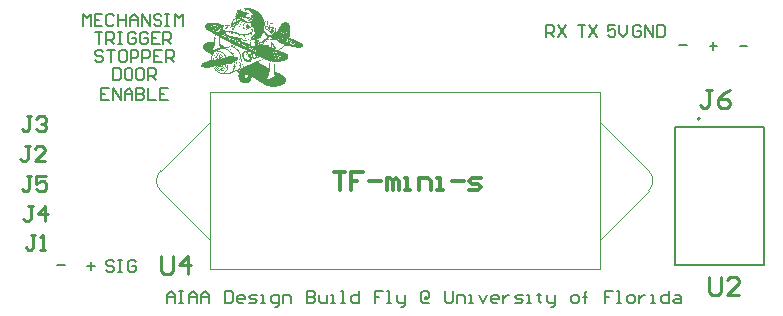
<source format=gto>
G04*
G04 #@! TF.GenerationSoftware,Altium Limited,Altium Designer,21.6.4 (81)*
G04*
G04 Layer_Color=65535*
%FSLAX25Y25*%
%MOIN*%
G70*
G04*
G04 #@! TF.SameCoordinates,E723B31F-DAC3-422C-9DD4-3D6A13DCE0CD*
G04*
G04*
G04 #@! TF.FilePolarity,Positive*
G04*
G01*
G75*
%ADD10C,0.00394*%
%ADD11C,0.00787*%
%ADD12C,0.00500*%
%ADD13C,0.01181*%
%ADD14C,0.00800*%
%ADD15C,0.01000*%
G36*
X64718Y96960D02*
X64650D01*
Y97028D01*
X64718D01*
Y96960D01*
D02*
G37*
G36*
X64379Y97164D02*
X64582D01*
Y97096D01*
X64514D01*
Y97028D01*
X64447D01*
Y96960D01*
X64311D01*
Y97028D01*
X64175D01*
Y97096D01*
X64243D01*
Y97232D01*
X64379D01*
Y97164D01*
D02*
G37*
G36*
X67774Y95467D02*
X67706D01*
Y95534D01*
Y95602D01*
X67638D01*
Y95670D01*
X67774D01*
Y95467D01*
D02*
G37*
G36*
X67027Y95738D02*
X67095D01*
Y95602D01*
X67298D01*
Y95534D01*
Y95467D01*
Y95399D01*
X67366D01*
Y95331D01*
X67230D01*
Y95399D01*
X67163D01*
Y95467D01*
X67095D01*
Y95602D01*
X66891D01*
Y95670D01*
X66959D01*
Y95806D01*
X67027D01*
Y95738D01*
D02*
G37*
G36*
X68317Y95263D02*
X68249D01*
Y95331D01*
Y95399D01*
X68317D01*
Y95263D01*
D02*
G37*
G36*
X66823Y95127D02*
X66891D01*
Y95059D01*
X66823D01*
Y94991D01*
X66755D01*
Y95195D01*
X66823D01*
Y95127D01*
D02*
G37*
G36*
X66552Y97707D02*
X67027D01*
Y97639D01*
X67230D01*
Y97571D01*
X67502D01*
Y97504D01*
X67638D01*
Y97436D01*
X67774D01*
Y97368D01*
X67910D01*
Y97300D01*
X67977D01*
Y97232D01*
X68113D01*
Y97164D01*
X68249D01*
Y97096D01*
X68860D01*
Y97028D01*
X69064D01*
Y96960D01*
X69200D01*
Y96892D01*
X69403D01*
Y96825D01*
X69539D01*
Y96757D01*
X69675D01*
Y96689D01*
X69811D01*
Y96621D01*
X69879D01*
Y96553D01*
X69947D01*
Y96485D01*
X70015D01*
Y96417D01*
X70082D01*
Y96349D01*
X70218D01*
Y96281D01*
X70286D01*
Y96214D01*
X70354D01*
Y96146D01*
X70422D01*
Y96078D01*
X70490D01*
Y96010D01*
X70558D01*
Y95942D01*
X70626D01*
Y95874D01*
X70693D01*
Y95806D01*
X70761D01*
Y95738D01*
X70829D01*
Y95670D01*
X70897D01*
Y95602D01*
X70965D01*
Y95534D01*
X71033D01*
Y95467D01*
X71101D01*
Y95399D01*
X71169D01*
Y95331D01*
X71237D01*
Y95263D01*
X71305D01*
Y95195D01*
X71372D01*
Y95127D01*
X71440D01*
Y94991D01*
X71508D01*
Y94855D01*
X71576D01*
Y94720D01*
X71644D01*
Y94652D01*
X71712D01*
Y94516D01*
X71780D01*
Y94380D01*
X71848D01*
Y94312D01*
X71916D01*
Y94176D01*
X71984D01*
Y93973D01*
X72052D01*
Y93769D01*
X72119D01*
Y93497D01*
X72187D01*
Y93022D01*
X72255D01*
Y92818D01*
X72323D01*
Y92954D01*
X72391D01*
Y93090D01*
X72459D01*
Y93158D01*
X72527D01*
Y93226D01*
X72595D01*
Y93294D01*
X72730D01*
Y93362D01*
X73206D01*
Y93294D01*
X73274D01*
Y93226D01*
X73342D01*
Y93158D01*
X73410D01*
Y93090D01*
X73477D01*
Y92954D01*
X73545D01*
Y92683D01*
X73613D01*
Y92411D01*
X73681D01*
Y91325D01*
X73749D01*
Y91460D01*
X73817D01*
Y91596D01*
X73885D01*
Y91732D01*
X73953D01*
Y92071D01*
X74021D01*
Y92207D01*
X74089D01*
Y92275D01*
X74156D01*
Y92343D01*
X74224D01*
Y92411D01*
X74292D01*
Y92479D01*
X74360D01*
Y92547D01*
X74496D01*
Y92615D01*
X75107D01*
Y92547D01*
X75243D01*
Y92479D01*
X75311D01*
Y92411D01*
X75447D01*
Y92275D01*
X75515D01*
Y92139D01*
X75582D01*
Y91936D01*
X75650D01*
Y91392D01*
X75582D01*
Y91053D01*
X75990D01*
Y90985D01*
X76126D01*
Y90917D01*
X76193D01*
Y90714D01*
X76261D01*
Y90238D01*
X76193D01*
Y90035D01*
X76126D01*
Y89831D01*
X76058D01*
Y89763D01*
X76126D01*
Y89695D01*
X76329D01*
Y89627D01*
X76533D01*
Y89695D01*
X76601D01*
Y89763D01*
X76669D01*
Y89967D01*
X76737D01*
Y90102D01*
X76805D01*
Y90306D01*
X76872D01*
Y90442D01*
X76940D01*
Y90510D01*
X77008D01*
Y90646D01*
X77076D01*
Y90714D01*
X77144D01*
Y90849D01*
X77212D01*
Y90985D01*
X77280D01*
Y91121D01*
X77348D01*
Y91257D01*
X77416D01*
Y91392D01*
X77484D01*
Y91528D01*
X77552D01*
Y91664D01*
X77619D01*
Y91732D01*
X77687D01*
Y91800D01*
X77755D01*
Y91936D01*
X77823D01*
Y92004D01*
X77891D01*
Y92071D01*
X77959D01*
Y92139D01*
X78027D01*
Y92207D01*
X78095D01*
Y92343D01*
X78163D01*
Y92411D01*
X78231D01*
Y92479D01*
X78298D01*
Y92547D01*
X78366D01*
Y92615D01*
X78502D01*
Y92683D01*
X78638D01*
Y92751D01*
X78774D01*
Y92818D01*
X78842D01*
Y92886D01*
X78977D01*
Y92954D01*
X79724D01*
Y92886D01*
X79860D01*
Y92818D01*
X79996D01*
Y92751D01*
X80132D01*
Y92683D01*
X80200D01*
Y92615D01*
X80335D01*
Y92479D01*
X80471D01*
Y92411D01*
X80539D01*
Y92343D01*
X80607D01*
Y92207D01*
X80675D01*
Y92004D01*
X80743D01*
Y91800D01*
X80811D01*
Y91596D01*
X80879D01*
Y91392D01*
X80947D01*
Y90374D01*
X80879D01*
Y89763D01*
X80811D01*
Y89423D01*
X80879D01*
Y89084D01*
X80811D01*
Y88201D01*
X80743D01*
Y88065D01*
X80675D01*
Y87794D01*
X80607D01*
Y87658D01*
X80811D01*
Y87590D01*
X80947D01*
Y87522D01*
X81082D01*
Y87454D01*
X81218D01*
Y87386D01*
X81354D01*
Y87318D01*
X81422D01*
Y87251D01*
X81626D01*
Y87183D01*
X81829D01*
Y87115D01*
X82101D01*
Y87047D01*
X82305D01*
Y86979D01*
X82372D01*
Y86911D01*
X82576D01*
Y86843D01*
X82712D01*
Y86775D01*
X82848D01*
Y86707D01*
X82916D01*
Y86639D01*
X82984D01*
Y86572D01*
X83119D01*
Y86504D01*
X83255D01*
Y86436D01*
X83391D01*
Y86368D01*
X83595D01*
Y86300D01*
X83731D01*
Y86232D01*
X83866D01*
Y86164D01*
X84002D01*
Y86096D01*
X84138D01*
Y86028D01*
X84274D01*
Y85960D01*
X84410D01*
Y85892D01*
X84477D01*
Y85825D01*
X84681D01*
Y85757D01*
X84817D01*
Y85689D01*
X84885D01*
Y85621D01*
X84953D01*
Y85553D01*
X85021D01*
Y85485D01*
X85089D01*
Y85417D01*
X85157D01*
Y85349D01*
X85224D01*
Y85146D01*
X85292D01*
Y84738D01*
X85224D01*
Y84602D01*
X85089D01*
Y84535D01*
X84817D01*
Y84467D01*
X84545D01*
Y84399D01*
X84002D01*
Y84331D01*
X82984D01*
Y84399D01*
X82780D01*
Y84467D01*
X82508D01*
Y84535D01*
X82101D01*
Y84602D01*
X81761D01*
Y84670D01*
X81422D01*
Y84738D01*
X81015D01*
Y84806D01*
X80811D01*
Y84874D01*
X80132D01*
Y84942D01*
X79928D01*
Y85010D01*
X79792D01*
Y85078D01*
X79589D01*
Y85146D01*
X79453D01*
Y85078D01*
X79317D01*
Y85010D01*
X79181D01*
Y84942D01*
X79113D01*
Y84874D01*
X78977D01*
Y84806D01*
X78910D01*
Y84738D01*
X78842D01*
Y84670D01*
X78774D01*
Y84602D01*
X78706D01*
Y84535D01*
X78570D01*
Y84467D01*
X78502D01*
Y84399D01*
X78434D01*
Y84331D01*
X78366D01*
Y84263D01*
X78298D01*
Y84195D01*
X78163D01*
Y84127D01*
X78027D01*
Y84059D01*
X77891D01*
Y83991D01*
X77823D01*
Y83923D01*
X77755D01*
Y83855D01*
X77687D01*
Y83788D01*
X77552D01*
Y83720D01*
X77416D01*
Y83652D01*
X77348D01*
Y83584D01*
X77212D01*
Y83516D01*
X77144D01*
Y83448D01*
X77280D01*
Y83380D01*
X77416D01*
Y83312D01*
X77552D01*
Y83244D01*
X77687D01*
Y83176D01*
X77823D01*
Y83109D01*
X77959D01*
Y83041D01*
X78095D01*
Y82973D01*
X78231D01*
Y82905D01*
X78434D01*
Y82837D01*
X78638D01*
Y82769D01*
X78910D01*
Y82701D01*
X79045D01*
Y82633D01*
X79181D01*
Y82565D01*
X79317D01*
Y82497D01*
X79453D01*
Y82429D01*
X79589D01*
Y82362D01*
X79656D01*
Y82294D01*
X79724D01*
Y82226D01*
X79860D01*
Y82158D01*
X79996D01*
Y82090D01*
X80064D01*
Y82022D01*
X80132D01*
Y81954D01*
X80200D01*
Y81886D01*
X80268D01*
Y81683D01*
X80335D01*
Y81479D01*
X80268D01*
Y81139D01*
X80200D01*
Y80936D01*
X80132D01*
Y80868D01*
X80064D01*
Y80732D01*
X79996D01*
Y80664D01*
X79928D01*
Y80596D01*
X79860D01*
Y80528D01*
X79792D01*
Y80460D01*
X79724D01*
Y80392D01*
X79589D01*
Y80325D01*
X79521D01*
Y80257D01*
X79453D01*
Y80189D01*
X79385D01*
Y80121D01*
X79317D01*
Y80053D01*
X79249D01*
Y79985D01*
X79113D01*
Y79917D01*
X78910D01*
Y79849D01*
X78706D01*
Y79781D01*
X77959D01*
Y79713D01*
X77076D01*
Y79646D01*
X76601D01*
Y79713D01*
X75990D01*
Y78899D01*
X75922D01*
Y78288D01*
X75854D01*
Y78084D01*
Y78016D01*
Y77473D01*
X75786D01*
Y76590D01*
X75854D01*
Y76454D01*
X75990D01*
Y76386D01*
X76058D01*
Y76318D01*
X76193D01*
Y76250D01*
X76261D01*
Y76183D01*
X76465D01*
Y76115D01*
X76601D01*
Y76047D01*
X76737D01*
Y75979D01*
X76872D01*
Y75911D01*
X77008D01*
Y75843D01*
X77212D01*
Y75775D01*
X77348D01*
Y75707D01*
X77484D01*
Y75639D01*
X77552D01*
Y75572D01*
X77687D01*
Y75504D01*
X77755D01*
Y75436D01*
X77891D01*
Y75368D01*
X78027D01*
Y75300D01*
X78163D01*
Y75232D01*
X78298D01*
Y75164D01*
X78366D01*
Y75096D01*
X78502D01*
Y75028D01*
X78570D01*
Y74960D01*
X78638D01*
Y74892D01*
X78774D01*
Y74825D01*
X78842D01*
Y74757D01*
X78910D01*
Y74689D01*
X78977D01*
Y74621D01*
X79045D01*
Y74553D01*
X79113D01*
Y74485D01*
X79181D01*
Y74349D01*
X79249D01*
Y74281D01*
X79317D01*
Y74146D01*
X79385D01*
Y74078D01*
X79453D01*
Y74010D01*
X79521D01*
Y73874D01*
X79589D01*
Y73195D01*
X79521D01*
Y73059D01*
X79453D01*
Y72923D01*
X79385D01*
Y72787D01*
X79317D01*
Y72720D01*
X79249D01*
Y72652D01*
X79181D01*
Y72516D01*
X79113D01*
Y72448D01*
X79045D01*
Y72380D01*
X78977D01*
Y72312D01*
X78910D01*
Y72244D01*
X78842D01*
Y72176D01*
X78774D01*
Y72109D01*
X78570D01*
Y72041D01*
X78434D01*
Y71973D01*
X78231D01*
Y71905D01*
X78027D01*
Y71837D01*
X77823D01*
Y71769D01*
X77687D01*
Y71701D01*
X77484D01*
Y71633D01*
X77348D01*
Y71565D01*
X77212D01*
Y71497D01*
X77008D01*
Y71430D01*
X76601D01*
Y71362D01*
X76261D01*
Y71294D01*
X74428D01*
Y71362D01*
X74224D01*
Y71430D01*
X73953D01*
Y71497D01*
X73545D01*
Y71565D01*
X73274D01*
Y71633D01*
X73070D01*
Y71701D01*
X72934D01*
Y71769D01*
X72730D01*
Y71837D01*
X72595D01*
Y71905D01*
X72527D01*
Y71973D01*
X72459D01*
Y72041D01*
X72255D01*
Y72109D01*
X72187D01*
Y72176D01*
X72119D01*
Y72244D01*
X71984D01*
Y72312D01*
X71916D01*
Y72380D01*
X71780D01*
Y72448D01*
X71644D01*
Y72516D01*
X71508D01*
Y72584D01*
X71372D01*
Y72652D01*
X71305D01*
Y72720D01*
X71169D01*
Y72787D01*
X71101D01*
Y72855D01*
X70965D01*
Y72923D01*
X70897D01*
Y72991D01*
X70761D01*
Y73059D01*
X70626D01*
Y73127D01*
X70558D01*
Y73195D01*
X70422D01*
Y73263D01*
X70354D01*
Y73331D01*
X70218D01*
Y73399D01*
X70150D01*
Y73467D01*
X70015D01*
Y73535D01*
X69879D01*
Y73602D01*
X69811D01*
Y73670D01*
X69743D01*
Y73738D01*
X69607D01*
Y73806D01*
X69471D01*
Y73874D01*
X69336D01*
Y73942D01*
X69268D01*
Y74010D01*
X69132D01*
Y74078D01*
X69064D01*
Y74146D01*
X68928D01*
Y74213D01*
X68792D01*
Y74281D01*
X68724D01*
Y74349D01*
X68589D01*
Y74417D01*
X68521D01*
Y74485D01*
X68385D01*
Y74553D01*
X68317D01*
Y74621D01*
X68181D01*
Y74689D01*
X68113D01*
Y74757D01*
X68045D01*
Y74281D01*
X67977D01*
Y73806D01*
X67910D01*
Y73670D01*
X67842D01*
Y73535D01*
X67774D01*
Y73399D01*
X67706D01*
Y73263D01*
X67638D01*
Y73195D01*
X67570D01*
Y73059D01*
X67502D01*
Y72991D01*
X67434D01*
Y72923D01*
X67298D01*
Y72855D01*
X67230D01*
Y72787D01*
X67095D01*
Y72720D01*
X67027D01*
Y72652D01*
X66891D01*
Y72584D01*
X66619D01*
Y72516D01*
X65669D01*
Y72584D01*
X65601D01*
Y72516D01*
X65261D01*
Y72584D01*
X65058D01*
Y72652D01*
X64922D01*
Y72720D01*
X64786D01*
Y72787D01*
X64650D01*
Y72855D01*
X64514D01*
Y72923D01*
X64447D01*
Y72991D01*
X64379D01*
Y73059D01*
X64311D01*
Y73127D01*
X64243D01*
Y73195D01*
X64175D01*
Y73263D01*
X64107D01*
Y73399D01*
X64039D01*
Y73467D01*
X63971D01*
Y73602D01*
X63903D01*
Y73738D01*
X63836D01*
Y73874D01*
X63768D01*
Y74078D01*
X63700D01*
Y74553D01*
X63632D01*
Y74960D01*
X63564D01*
Y75164D01*
X63632D01*
Y75300D01*
X63700D01*
Y75843D01*
X63768D01*
Y75979D01*
X63632D01*
Y76047D01*
X63564D01*
Y76115D01*
X63496D01*
Y76183D01*
X63428D01*
Y76250D01*
X63292D01*
Y76318D01*
X63156D01*
Y76386D01*
X63089D01*
Y76454D01*
X62953D01*
Y76522D01*
X62817D01*
Y76454D01*
X62613D01*
Y76386D01*
X62545D01*
Y76318D01*
X62410D01*
Y76250D01*
X62274D01*
Y76183D01*
X62138D01*
Y76115D01*
X61934D01*
Y76047D01*
X61798D01*
Y75979D01*
X61527D01*
Y75911D01*
X61391D01*
Y75843D01*
X61187D01*
Y75775D01*
X61051D01*
Y75707D01*
X60848D01*
Y75639D01*
X60508D01*
Y75572D01*
X60305D01*
Y75504D01*
X58336D01*
Y75572D01*
X57860D01*
Y75639D01*
X57657D01*
Y75707D01*
X57453D01*
Y75775D01*
X57317D01*
Y75843D01*
X57249D01*
Y75911D01*
X57113D01*
Y75979D01*
X57045D01*
Y76047D01*
X56910D01*
Y76115D01*
X56774D01*
Y76183D01*
X56638D01*
Y76250D01*
X56570D01*
Y76318D01*
X56502D01*
Y76386D01*
X56434D01*
Y76454D01*
X56298D01*
Y76522D01*
X56230D01*
Y76590D01*
X56163D01*
Y76658D01*
X56027D01*
Y76726D01*
X55959D01*
Y76794D01*
X55891D01*
Y76862D01*
X55823D01*
Y76997D01*
X55755D01*
Y77065D01*
X55687D01*
Y77133D01*
X55619D01*
Y77269D01*
X55551D01*
Y77405D01*
X55484D01*
Y77473D01*
X55416D01*
Y77609D01*
X55348D01*
Y77812D01*
X55280D01*
Y77948D01*
X55212D01*
Y78016D01*
X55008D01*
Y77948D01*
X54873D01*
Y77880D01*
X54601D01*
Y77812D01*
X54329D01*
Y77744D01*
X52768D01*
Y77676D01*
X52224D01*
Y77744D01*
X52021D01*
Y77812D01*
X51817D01*
Y77880D01*
X51613D01*
Y77948D01*
X51477D01*
Y78016D01*
X51342D01*
Y78152D01*
X51274D01*
Y78423D01*
X51342D01*
Y78695D01*
X51410D01*
Y78831D01*
X51477D01*
Y78899D01*
X51545D01*
Y78967D01*
X51613D01*
Y79035D01*
X51681D01*
Y79102D01*
X51749D01*
Y79170D01*
X51817D01*
Y79238D01*
X51953D01*
Y79306D01*
X52089D01*
Y79374D01*
X52292D01*
Y79442D01*
X52428D01*
Y79510D01*
X52564D01*
Y79578D01*
X52768D01*
Y79646D01*
X52903D01*
Y79713D01*
X53175D01*
Y79781D01*
X53311D01*
Y79849D01*
X53379D01*
Y79917D01*
X53514D01*
Y79985D01*
X53718D01*
Y80053D01*
X53854D01*
Y80121D01*
X54058D01*
Y80189D01*
X54601D01*
Y81343D01*
X54669D01*
Y81547D01*
X54737D01*
Y81751D01*
X54805D01*
Y81886D01*
X54737D01*
Y81954D01*
X54669D01*
Y82022D01*
X54533D01*
Y82090D01*
X54465D01*
Y82158D01*
X54397D01*
Y82226D01*
X54329D01*
Y82294D01*
X54194D01*
Y82362D01*
X54058D01*
Y82429D01*
X53922D01*
Y82497D01*
X53786D01*
Y82565D01*
X53650D01*
Y82633D01*
X53447D01*
Y82701D01*
X53379D01*
Y82769D01*
X53311D01*
Y82837D01*
X53175D01*
Y82905D01*
X53107D01*
Y82973D01*
X53039D01*
Y83041D01*
X52971D01*
Y83109D01*
X52836D01*
Y83176D01*
X52768D01*
Y83244D01*
X52632D01*
Y83312D01*
X52564D01*
Y83448D01*
X52428D01*
Y83516D01*
X52360D01*
Y83584D01*
X52292D01*
Y83652D01*
X52224D01*
Y83720D01*
X52157D01*
Y83788D01*
X52089D01*
Y83923D01*
X52021D01*
Y84059D01*
X51953D01*
Y84331D01*
X51885D01*
Y85146D01*
X51953D01*
Y85281D01*
X52021D01*
Y85349D01*
X52089D01*
Y85485D01*
X52224D01*
Y85553D01*
X52292D01*
Y85621D01*
X52360D01*
Y85689D01*
X52496D01*
Y85757D01*
X52632D01*
Y85825D01*
X52768D01*
Y85892D01*
X52903D01*
Y85960D01*
X53039D01*
Y86028D01*
X53175D01*
Y86096D01*
X53379D01*
Y86164D01*
X53582D01*
Y86232D01*
X54194D01*
Y86300D01*
X55484D01*
Y86232D01*
X55551D01*
Y86300D01*
X55619D01*
Y87047D01*
X55551D01*
Y87454D01*
X55619D01*
Y87929D01*
X55687D01*
Y88201D01*
X55755D01*
Y88541D01*
X55823D01*
Y88880D01*
X55687D01*
Y88948D01*
X55551D01*
Y89016D01*
X55416D01*
Y89084D01*
X55280D01*
Y89152D01*
X55144D01*
Y89220D01*
X55008D01*
Y89288D01*
X54873D01*
Y89355D01*
X54737D01*
Y89423D01*
X54601D01*
Y89491D01*
X54465D01*
Y89559D01*
X54329D01*
Y89627D01*
X54261D01*
Y89695D01*
X54058D01*
Y89763D01*
X53922D01*
Y89831D01*
X53786D01*
Y89899D01*
X53718D01*
Y89967D01*
X53582D01*
Y90035D01*
X53514D01*
Y90102D01*
X53379D01*
Y90170D01*
X53243D01*
Y90238D01*
X53175D01*
Y90306D01*
X53039D01*
Y90374D01*
X52971D01*
Y90442D01*
X52903D01*
Y90510D01*
X52836D01*
Y90578D01*
X52768D01*
Y90714D01*
X52700D01*
Y90781D01*
X52632D01*
Y90917D01*
X52564D01*
Y90985D01*
X52496D01*
Y91121D01*
X52428D01*
Y91732D01*
X52496D01*
Y91800D01*
X52564D01*
Y91936D01*
X52632D01*
Y92004D01*
X52700D01*
Y92071D01*
X52768D01*
Y92139D01*
X52836D01*
Y92207D01*
X52903D01*
Y92343D01*
X53107D01*
Y92411D01*
X53243D01*
Y92479D01*
X53786D01*
Y92547D01*
X53990D01*
Y92615D01*
X54329D01*
Y92683D01*
X56434D01*
Y92615D01*
X56774D01*
Y92547D01*
X56977D01*
Y92479D01*
X57317D01*
Y92411D01*
X57521D01*
Y92343D01*
X57657D01*
Y92275D01*
X57792D01*
Y92207D01*
X57860D01*
Y92139D01*
X57996D01*
Y92071D01*
X58132D01*
Y92004D01*
X58268D01*
Y91936D01*
X58471D01*
Y91868D01*
X58607D01*
Y91800D01*
X58743D01*
Y91732D01*
X58811D01*
Y91664D01*
X59082D01*
Y91732D01*
X59150D01*
Y91800D01*
X59286D01*
Y91868D01*
X59490D01*
Y91936D01*
X59761D01*
Y91868D01*
X60576D01*
Y91800D01*
X60848D01*
Y91732D01*
X61119D01*
Y91664D01*
X61187D01*
Y92004D01*
X61255D01*
Y92343D01*
X61323D01*
Y92547D01*
X61391D01*
Y92751D01*
X61459D01*
Y92886D01*
X61527D01*
Y93090D01*
X61595D01*
Y93226D01*
X61663D01*
Y93362D01*
X61730D01*
Y93429D01*
X61798D01*
Y93565D01*
X61866D01*
Y93633D01*
X61934D01*
Y93769D01*
X62002D01*
Y93837D01*
X62070D01*
Y93905D01*
X62138D01*
Y93973D01*
X62274D01*
Y94041D01*
X62410D01*
Y94312D01*
X62477D01*
Y94380D01*
X62545D01*
Y94516D01*
X62613D01*
Y94652D01*
X62681D01*
Y94788D01*
X62749D01*
Y94923D01*
X62817D01*
Y94991D01*
X62885D01*
Y95059D01*
X62817D01*
Y95467D01*
X62885D01*
Y95738D01*
X62953D01*
Y95942D01*
X63021D01*
Y96214D01*
X62953D01*
Y96349D01*
X63021D01*
Y96485D01*
X63156D01*
Y96417D01*
X63292D01*
Y96485D01*
X63360D01*
Y96689D01*
X63292D01*
Y96825D01*
X63360D01*
Y97028D01*
X63428D01*
Y97164D01*
X63564D01*
Y97028D01*
X63700D01*
Y97096D01*
X63768D01*
Y97028D01*
X63971D01*
Y96960D01*
X64039D01*
Y96892D01*
X64107D01*
Y96825D01*
X64175D01*
Y96892D01*
X64447D01*
Y96825D01*
X64650D01*
Y96689D01*
X64514D01*
Y96621D01*
X64582D01*
Y96553D01*
X64990D01*
Y96485D01*
X65329D01*
Y96417D01*
X65669D01*
Y96349D01*
X66076D01*
Y96417D01*
X66280D01*
Y96349D01*
X66212D01*
Y96214D01*
X66280D01*
Y96146D01*
X66348D01*
Y96078D01*
X66416D01*
Y96010D01*
X66552D01*
Y95942D01*
X66619D01*
Y95874D01*
X66687D01*
Y95602D01*
X66348D01*
Y95195D01*
X66280D01*
Y95127D01*
X66144D01*
Y95059D01*
X66076D01*
Y94991D01*
X66144D01*
Y94923D01*
X66212D01*
Y94788D01*
X66280D01*
Y94720D01*
X66348D01*
Y94516D01*
X66687D01*
Y94380D01*
X66755D01*
Y94312D01*
X66823D01*
Y94380D01*
X66891D01*
Y94516D01*
X66959D01*
Y94448D01*
X67027D01*
Y94041D01*
X66959D01*
Y94108D01*
X66891D01*
Y94041D01*
X66823D01*
Y93973D01*
X66484D01*
Y94041D01*
X66348D01*
Y94108D01*
X66212D01*
Y94312D01*
X66280D01*
Y94380D01*
X66212D01*
Y94584D01*
X66144D01*
Y94176D01*
X65940D01*
Y94244D01*
X65737D01*
Y94312D01*
X65465D01*
Y94380D01*
X65329D01*
Y94448D01*
X64990D01*
Y94516D01*
X64718D01*
Y94312D01*
X64650D01*
Y94380D01*
X64447D01*
Y94448D01*
X64311D01*
Y94516D01*
X64243D01*
Y94584D01*
X64175D01*
Y94448D01*
X64243D01*
Y94380D01*
X64311D01*
Y94312D01*
X64379D01*
Y94244D01*
X64514D01*
Y94176D01*
X64650D01*
Y94108D01*
X64990D01*
Y94041D01*
X66008D01*
Y93973D01*
X65329D01*
Y93905D01*
X65397D01*
Y93837D01*
X65533D01*
Y93769D01*
X65601D01*
Y93633D01*
X65669D01*
Y93701D01*
X65737D01*
Y93769D01*
X65873D01*
Y93701D01*
X66008D01*
Y93633D01*
X66280D01*
Y93565D01*
X65873D01*
Y93497D01*
X65805D01*
Y93429D01*
X65737D01*
Y93226D01*
X65940D01*
Y93158D01*
X66144D01*
Y93090D01*
X66552D01*
Y93022D01*
X67366D01*
Y93090D01*
X67706D01*
Y93158D01*
X67842D01*
Y93226D01*
X67977D01*
Y93362D01*
X68045D01*
Y93429D01*
X68113D01*
Y93497D01*
X68181D01*
Y93633D01*
X68249D01*
Y93769D01*
X68317D01*
Y93905D01*
X68181D01*
Y93837D01*
X68113D01*
Y93769D01*
X68045D01*
Y93701D01*
X67977D01*
Y93633D01*
X67910D01*
Y93497D01*
X67638D01*
Y93429D01*
X67366D01*
Y93294D01*
X67230D01*
Y93362D01*
X66891D01*
Y93429D01*
X66619D01*
Y93497D01*
X66687D01*
Y93565D01*
X66755D01*
Y93633D01*
X66687D01*
Y93701D01*
X67095D01*
Y93769D01*
X67366D01*
Y93837D01*
X67434D01*
Y93905D01*
X67502D01*
Y93973D01*
X67638D01*
Y94108D01*
X67706D01*
Y94176D01*
X67774D01*
Y94380D01*
X67842D01*
Y94312D01*
X67910D01*
Y94516D01*
X67977D01*
Y94923D01*
X67910D01*
Y94991D01*
X67842D01*
Y95263D01*
X67774D01*
Y95399D01*
X67842D01*
Y95331D01*
X67910D01*
Y95263D01*
X67977D01*
Y95195D01*
X68113D01*
Y95059D01*
X68045D01*
Y94991D01*
X68113D01*
Y94923D01*
X68385D01*
Y94991D01*
X68317D01*
Y95195D01*
X68385D01*
Y95059D01*
X68453D01*
Y94923D01*
X68589D01*
Y95059D01*
X68521D01*
Y95263D01*
X68453D01*
Y95399D01*
X68385D01*
Y95467D01*
X68317D01*
Y95602D01*
X68249D01*
Y95738D01*
X68181D01*
Y95806D01*
X68113D01*
Y95874D01*
X68045D01*
Y95942D01*
X67977D01*
Y96078D01*
X67910D01*
Y96146D01*
X67774D01*
Y96214D01*
X67706D01*
Y96281D01*
X67638D01*
Y96349D01*
X67570D01*
Y96417D01*
X67502D01*
Y96485D01*
X67366D01*
Y96553D01*
X67230D01*
Y96621D01*
X67095D01*
Y96689D01*
X67027D01*
Y96757D01*
X66959D01*
Y96825D01*
X66552D01*
Y96892D01*
X66348D01*
Y96825D01*
X66212D01*
Y96892D01*
X66076D01*
Y96825D01*
X66212D01*
Y96757D01*
X66280D01*
Y96689D01*
X66076D01*
Y96621D01*
X66008D01*
Y96553D01*
X65940D01*
Y96621D01*
X65873D01*
Y96892D01*
X65940D01*
Y97028D01*
X65737D01*
Y97096D01*
X65397D01*
Y97164D01*
X65261D01*
Y97300D01*
X65329D01*
Y97368D01*
X65397D01*
Y97436D01*
X65533D01*
Y97504D01*
X65669D01*
Y97571D01*
X65873D01*
Y97639D01*
X66076D01*
Y97707D01*
X66348D01*
Y97775D01*
X66552D01*
Y97707D01*
D02*
G37*
G36*
X67027Y94923D02*
X67163D01*
Y94855D01*
X67230D01*
Y94720D01*
X67095D01*
Y94855D01*
X66959D01*
Y94923D01*
Y94991D01*
X67027D01*
Y94923D01*
D02*
G37*
G36*
X67434Y94652D02*
X67502D01*
Y94516D01*
X67434D01*
Y94448D01*
Y94380D01*
X67366D01*
Y94244D01*
X67230D01*
Y94380D01*
X67298D01*
Y94720D01*
X67434D01*
Y94652D01*
D02*
G37*
%LPC*%
G36*
X63564Y96485D02*
X63428D01*
Y96417D01*
X63496D01*
Y96349D01*
X63564D01*
Y96485D01*
D02*
G37*
G36*
X65329Y95602D02*
X65261D01*
Y95534D01*
X65329D01*
Y95602D01*
D02*
G37*
G36*
X65737Y95738D02*
X65533D01*
Y95670D01*
X65397D01*
Y95602D01*
X65465D01*
Y95467D01*
X65601D01*
Y95534D01*
X65669D01*
Y95602D01*
X65737D01*
Y95738D01*
D02*
G37*
G36*
X65261Y95534D02*
X65193D01*
Y95467D01*
X65261D01*
Y95534D01*
D02*
G37*
G36*
X63428Y96281D02*
X63292D01*
Y96146D01*
X63360D01*
Y96078D01*
X63292D01*
Y95806D01*
X63224D01*
Y95602D01*
X63156D01*
Y95331D01*
X63089D01*
Y95195D01*
X63021D01*
Y95059D01*
X63089D01*
Y95127D01*
X63156D01*
Y95263D01*
X63224D01*
Y95399D01*
X63292D01*
Y95534D01*
X63360D01*
Y95602D01*
Y95670D01*
X63428D01*
Y96281D01*
D02*
G37*
G36*
X63021Y95059D02*
X62953D01*
Y94923D01*
X63021D01*
Y95059D01*
D02*
G37*
G36*
X62953Y94923D02*
X62885D01*
Y94855D01*
X62953D01*
Y94923D01*
D02*
G37*
G36*
X68589Y94788D02*
X68521D01*
Y94720D01*
X68589D01*
Y94788D01*
D02*
G37*
G36*
X68385Y94652D02*
X68317D01*
Y94584D01*
X68385D01*
Y94652D01*
D02*
G37*
G36*
X62817D02*
X62749D01*
Y94516D01*
X62681D01*
Y94312D01*
X62749D01*
Y94448D01*
X62817D01*
Y94652D01*
D02*
G37*
G36*
X68249Y94448D02*
X68181D01*
Y94380D01*
X68113D01*
Y94244D01*
X68181D01*
Y94312D01*
X68249D01*
Y94380D01*
Y94448D01*
D02*
G37*
G36*
X68589Y94380D02*
X68521D01*
Y94312D01*
X68385D01*
Y94244D01*
Y94176D01*
X68317D01*
Y94041D01*
X68385D01*
Y93973D01*
X68453D01*
Y93905D01*
X68521D01*
Y94041D01*
X68589D01*
Y94380D01*
D02*
G37*
G36*
X64514Y93905D02*
X64447D01*
Y93769D01*
X64514D01*
Y93701D01*
X64582D01*
Y93633D01*
X64650D01*
Y93565D01*
X64786D01*
Y93497D01*
X65058D01*
Y93429D01*
X65533D01*
Y93565D01*
X65465D01*
Y93633D01*
X65126D01*
Y93565D01*
X65058D01*
Y93633D01*
X64990D01*
Y93701D01*
X64786D01*
Y93769D01*
X64718D01*
Y93701D01*
X64650D01*
Y93769D01*
X64582D01*
Y93837D01*
X64514D01*
Y93905D01*
D02*
G37*
G36*
X63700Y94041D02*
X63496D01*
Y93973D01*
X63428D01*
Y93905D01*
X63360D01*
Y93769D01*
X63292D01*
Y93565D01*
X63224D01*
Y93362D01*
X63156D01*
Y93294D01*
X63089D01*
Y93362D01*
X62953D01*
Y93429D01*
X62817D01*
Y93497D01*
X62749D01*
Y93769D01*
X62681D01*
Y93905D01*
X62477D01*
Y93769D01*
X62410D01*
Y93701D01*
X62342D01*
Y93633D01*
X62274D01*
Y93565D01*
X62206D01*
Y93497D01*
X62138D01*
Y93362D01*
X62070D01*
Y93226D01*
X62002D01*
Y93158D01*
X61934D01*
Y93022D01*
X61866D01*
Y92818D01*
X61798D01*
Y92683D01*
X61730D01*
Y92411D01*
X61663D01*
Y92207D01*
X61730D01*
Y92275D01*
X61798D01*
Y92343D01*
X61866D01*
Y92411D01*
X61934D01*
Y92479D01*
X62002D01*
Y92547D01*
X62070D01*
Y92615D01*
X62138D01*
Y92683D01*
X62274D01*
Y92751D01*
X62342D01*
Y92818D01*
X62477D01*
Y92886D01*
X62545D01*
Y92954D01*
X62681D01*
Y93022D01*
X62817D01*
Y93090D01*
X62953D01*
Y93158D01*
X63089D01*
Y93226D01*
X63224D01*
Y93294D01*
X63496D01*
Y93362D01*
X63564D01*
Y93429D01*
X63496D01*
Y93633D01*
X63700D01*
Y93429D01*
X64447D01*
Y93497D01*
X64311D01*
Y93565D01*
X64243D01*
Y93633D01*
X64107D01*
Y93701D01*
X64039D01*
Y93769D01*
X63971D01*
Y93837D01*
X63903D01*
Y93905D01*
X63836D01*
Y93973D01*
X63700D01*
Y94041D01*
D02*
G37*
G36*
X64854Y93158D02*
X64650D01*
Y93090D01*
X64311D01*
Y93022D01*
X64107D01*
Y92954D01*
X63971D01*
Y92886D01*
X63768D01*
Y92818D01*
X63700D01*
Y92751D01*
X63496D01*
Y92683D01*
X63428D01*
Y92615D01*
X63360D01*
Y92547D01*
X63224D01*
Y92479D01*
X63156D01*
Y92411D01*
X62953D01*
Y92343D01*
X62817D01*
Y92275D01*
X62749D01*
Y92343D01*
X62477D01*
Y92275D01*
X62342D01*
Y92207D01*
X62206D01*
Y92139D01*
X62070D01*
Y92071D01*
X61934D01*
Y92004D01*
X62002D01*
Y91936D01*
X61934D01*
Y91868D01*
X61866D01*
Y91800D01*
X61798D01*
Y91732D01*
X61730D01*
Y91664D01*
X62206D01*
Y91596D01*
X62274D01*
Y91528D01*
X62342D01*
Y91460D01*
X62410D01*
Y91392D01*
X62477D01*
Y91257D01*
X62545D01*
Y91121D01*
X62613D01*
Y90917D01*
X62681D01*
Y90510D01*
X62545D01*
Y90578D01*
X62477D01*
Y90714D01*
X62410D01*
Y90781D01*
X62342D01*
Y90917D01*
X62274D01*
Y91053D01*
X62206D01*
Y91121D01*
X62138D01*
Y91257D01*
X62070D01*
Y91325D01*
X61934D01*
Y91392D01*
X61459D01*
Y91325D01*
X61255D01*
Y91392D01*
X61323D01*
Y91460D01*
X60644D01*
Y91528D01*
X60508D01*
Y91596D01*
X60440D01*
Y91528D01*
X60305D01*
Y91596D01*
X60169D01*
Y91664D01*
X59422D01*
Y91596D01*
X59218D01*
Y91528D01*
X59082D01*
Y91460D01*
X58947D01*
Y91325D01*
X58811D01*
Y91257D01*
X58743D01*
Y91189D01*
X58675D01*
Y91121D01*
X58607D01*
Y90985D01*
X58539D01*
Y90849D01*
X58471D01*
Y90306D01*
X58539D01*
Y90238D01*
X58675D01*
Y90170D01*
X58879D01*
Y90102D01*
X59150D01*
Y90035D01*
X60237D01*
Y89967D01*
X60848D01*
Y89899D01*
X61323D01*
Y89831D01*
X61730D01*
Y89763D01*
X62002D01*
Y89695D01*
X62274D01*
Y89627D01*
X62477D01*
Y89559D01*
X62613D01*
Y89491D01*
X62817D01*
Y89423D01*
X63021D01*
Y89355D01*
X63224D01*
Y89288D01*
X63428D01*
Y89220D01*
X63564D01*
Y89152D01*
X63768D01*
Y89084D01*
X64039D01*
Y89016D01*
X64243D01*
Y88948D01*
X64514D01*
Y88880D01*
X65058D01*
Y88812D01*
X65873D01*
Y88880D01*
X66280D01*
Y88948D01*
X66484D01*
Y89016D01*
X66687D01*
Y89084D01*
X66959D01*
Y89152D01*
X67095D01*
Y89220D01*
X67298D01*
Y89288D01*
X67434D01*
Y89355D01*
X67570D01*
Y89423D01*
X67638D01*
Y89491D01*
X67774D01*
Y89559D01*
X67842D01*
Y89627D01*
X67977D01*
Y89695D01*
X68045D01*
Y89763D01*
X68113D01*
Y89899D01*
X68181D01*
Y89967D01*
X68249D01*
Y90035D01*
X68317D01*
Y90102D01*
X68385D01*
Y90306D01*
X68113D01*
Y90238D01*
X67977D01*
Y90170D01*
X67706D01*
Y90238D01*
X67774D01*
Y90374D01*
X67842D01*
Y90442D01*
X67910D01*
Y90510D01*
X67977D01*
Y90578D01*
X68113D01*
Y90646D01*
X68249D01*
Y90714D01*
X68385D01*
Y90781D01*
X68453D01*
Y90849D01*
X68317D01*
Y90917D01*
X68249D01*
Y90985D01*
X68181D01*
Y91053D01*
X68113D01*
Y91121D01*
X68045D01*
Y91189D01*
X67977D01*
Y91121D01*
X67774D01*
Y91053D01*
X67570D01*
Y90985D01*
X67434D01*
Y90917D01*
X67298D01*
Y90849D01*
X67095D01*
Y90781D01*
X67027D01*
Y90714D01*
X66891D01*
Y90646D01*
X66755D01*
Y90578D01*
X66687D01*
Y90510D01*
X66552D01*
Y90442D01*
X66416D01*
Y90374D01*
X66348D01*
Y90306D01*
X66280D01*
Y90238D01*
X66212D01*
Y90170D01*
X66144D01*
Y90102D01*
X66008D01*
Y90238D01*
X66076D01*
Y90306D01*
X66144D01*
Y90442D01*
X65940D01*
Y90510D01*
X65669D01*
Y90578D01*
X65533D01*
Y90646D01*
X65397D01*
Y90714D01*
X65329D01*
Y90781D01*
X65261D01*
Y90917D01*
X65193D01*
Y91053D01*
X65126D01*
Y91664D01*
X65193D01*
Y91868D01*
X65261D01*
Y92004D01*
X65329D01*
Y92139D01*
X65397D01*
Y92343D01*
X65465D01*
Y92411D01*
X65533D01*
Y92547D01*
X65601D01*
Y92615D01*
X65669D01*
Y92683D01*
X65737D01*
Y92818D01*
X65805D01*
Y92886D01*
X65669D01*
Y92954D01*
X65533D01*
Y93022D01*
X65329D01*
Y93090D01*
X65058D01*
Y92954D01*
X64990D01*
Y92886D01*
X64922D01*
Y92751D01*
X64854D01*
Y92683D01*
X64786D01*
Y92615D01*
X64718D01*
Y92479D01*
X64650D01*
Y92343D01*
X64582D01*
Y92275D01*
X64514D01*
Y92139D01*
X64447D01*
Y92004D01*
X64379D01*
Y91868D01*
X64243D01*
Y92071D01*
X64311D01*
Y92207D01*
X64379D01*
Y92343D01*
X64447D01*
Y92479D01*
X64514D01*
Y92615D01*
X64582D01*
Y92683D01*
X64650D01*
Y92818D01*
X64718D01*
Y92954D01*
X64786D01*
Y93022D01*
X64854D01*
Y93158D01*
D02*
G37*
G36*
X61866Y92004D02*
X61798D01*
Y91936D01*
X61866D01*
Y92004D01*
D02*
G37*
G36*
X68181Y91936D02*
X68113D01*
Y91868D01*
X68181D01*
Y91936D01*
D02*
G37*
G36*
X61798D02*
X61663D01*
Y91868D01*
X61798D01*
Y91936D01*
D02*
G37*
G36*
X55823D02*
X55755D01*
Y91800D01*
X55687D01*
Y91868D01*
X55551D01*
Y91800D01*
X55212D01*
Y91732D01*
X55008D01*
Y91596D01*
X55212D01*
Y91664D01*
X55416D01*
Y91732D01*
X55551D01*
Y91664D01*
X55619D01*
Y91732D01*
X55959D01*
Y91664D01*
X56027D01*
Y91596D01*
X56230D01*
Y91528D01*
X56366D01*
Y91460D01*
X56434D01*
Y91392D01*
X56570D01*
Y91325D01*
X56706D01*
Y91257D01*
X56774D01*
Y91189D01*
X56842D01*
Y91121D01*
X56910D01*
Y91053D01*
X56977D01*
Y91121D01*
X57045D01*
Y91053D01*
X57181D01*
Y91121D01*
X57113D01*
Y91189D01*
X56977D01*
Y91257D01*
X56910D01*
Y91325D01*
X56842D01*
Y91392D01*
X56706D01*
Y91460D01*
X56638D01*
Y91528D01*
X56434D01*
Y91596D01*
X56298D01*
Y91664D01*
X56366D01*
Y91732D01*
X56230D01*
Y91800D01*
X56027D01*
Y91868D01*
X55959D01*
Y91800D01*
X55891D01*
Y91868D01*
X55823D01*
Y91936D01*
D02*
G37*
G36*
X67298Y92683D02*
X67027D01*
Y92615D01*
X66891D01*
Y92547D01*
X66823D01*
Y92411D01*
X66755D01*
Y92071D01*
X66823D01*
Y91936D01*
X66891D01*
Y91868D01*
X66959D01*
Y91800D01*
X67027D01*
Y91732D01*
X67434D01*
Y91800D01*
X67502D01*
Y92139D01*
X67434D01*
Y92479D01*
X67366D01*
Y92615D01*
X67298D01*
Y92683D01*
D02*
G37*
G36*
X56502Y91664D02*
X56434D01*
Y91596D01*
X56502D01*
Y91664D01*
D02*
G37*
G36*
X73070Y93090D02*
X72798D01*
Y93022D01*
X72663D01*
Y92886D01*
X72595D01*
Y92818D01*
X72527D01*
Y92615D01*
X72459D01*
Y91936D01*
X72527D01*
Y91732D01*
X72595D01*
Y91528D01*
X72663D01*
Y91460D01*
X72798D01*
Y91528D01*
X73274D01*
Y91596D01*
X73410D01*
Y91664D01*
Y91868D01*
X73342D01*
Y91936D01*
X73410D01*
Y92071D01*
X73342D01*
Y92411D01*
X73274D01*
Y92683D01*
X73206D01*
Y92954D01*
X73138D01*
Y93022D01*
X73070D01*
Y93090D01*
D02*
G37*
G36*
X67706Y92615D02*
X67434D01*
Y92547D01*
X67502D01*
Y92411D01*
X67570D01*
Y91392D01*
X67706D01*
Y91460D01*
X67774D01*
Y92411D01*
X67706D01*
Y92615D01*
D02*
G37*
G36*
X55891Y91392D02*
X55823D01*
Y91325D01*
X55891D01*
Y91392D01*
D02*
G37*
G36*
X74971Y92411D02*
X74768D01*
Y92343D01*
X74496D01*
Y92275D01*
X74428D01*
Y92207D01*
X74292D01*
Y92139D01*
X74224D01*
Y92004D01*
X74156D01*
Y91664D01*
X74224D01*
Y91460D01*
X74292D01*
Y91392D01*
X74360D01*
Y91325D01*
X74428D01*
Y91257D01*
X74496D01*
Y91189D01*
X74564D01*
Y91121D01*
X74835D01*
Y91053D01*
X74971D01*
Y91121D01*
X75107D01*
Y91189D01*
X75243D01*
Y91257D01*
X75311D01*
Y91392D01*
X75379D01*
Y91528D01*
X75447D01*
Y92071D01*
X75379D01*
Y92139D01*
X75311D01*
Y92207D01*
X75243D01*
Y92275D01*
X75175D01*
Y92343D01*
X74971D01*
Y92411D01*
D02*
G37*
G36*
X72391Y91664D02*
X72323D01*
Y90985D01*
X72527D01*
Y91053D01*
X72595D01*
Y91189D01*
X72663D01*
Y91257D01*
X72595D01*
Y91325D01*
X72527D01*
Y91392D01*
X72459D01*
Y91596D01*
X72391D01*
Y91664D01*
D02*
G37*
G36*
X68589Y91325D02*
X68453D01*
Y91257D01*
X68181D01*
Y91189D01*
X68249D01*
Y91121D01*
X68317D01*
Y91053D01*
X68385D01*
Y90985D01*
X68656D01*
Y91189D01*
X68589D01*
Y91325D01*
D02*
G37*
G36*
X54940Y91664D02*
X54873D01*
Y91596D01*
X54737D01*
Y91460D01*
X54669D01*
Y91392D01*
X54601D01*
Y90781D01*
X54805D01*
Y90849D01*
X54737D01*
Y90985D01*
X54669D01*
Y91189D01*
X54737D01*
Y91325D01*
X54805D01*
Y91392D01*
X54873D01*
Y91460D01*
X54940D01*
Y91528D01*
X55008D01*
Y91596D01*
X54940D01*
Y91664D01*
D02*
G37*
G36*
X68724Y90849D02*
X68589D01*
Y90781D01*
X68656D01*
Y90714D01*
X68724D01*
Y90849D01*
D02*
G37*
G36*
X66484Y92751D02*
X66008D01*
Y92683D01*
X65940D01*
Y92615D01*
X65873D01*
Y92547D01*
X65805D01*
Y92411D01*
X65737D01*
Y92343D01*
X65669D01*
Y92207D01*
X65601D01*
Y92139D01*
X65533D01*
Y92004D01*
X65465D01*
Y91868D01*
X65397D01*
Y91732D01*
X65329D01*
Y91121D01*
X65397D01*
Y90985D01*
X65465D01*
Y90917D01*
X65601D01*
Y90849D01*
X65737D01*
Y90781D01*
X65873D01*
Y90714D01*
X66416D01*
Y90781D01*
X66348D01*
Y90917D01*
X66280D01*
Y91189D01*
X66212D01*
Y91460D01*
X66280D01*
Y91800D01*
X66348D01*
Y92004D01*
X66416D01*
Y92139D01*
X66484D01*
Y92275D01*
X66552D01*
Y92343D01*
X66619D01*
Y92411D01*
X66687D01*
Y92547D01*
X66755D01*
Y92683D01*
X66484D01*
Y92751D01*
D02*
G37*
G36*
X57724Y90781D02*
X57657D01*
Y90714D01*
X57724D01*
Y90781D01*
D02*
G37*
G36*
X56502Y90849D02*
X56434D01*
Y90781D01*
X56366D01*
Y90646D01*
X56502D01*
Y90714D01*
X56570D01*
Y90781D01*
X56502D01*
Y90849D01*
D02*
G37*
G36*
X54940Y90714D02*
X54873D01*
Y90646D01*
X54940D01*
Y90714D01*
D02*
G37*
G36*
X54805D02*
X54669D01*
Y90646D01*
X54805D01*
Y90714D01*
D02*
G37*
G36*
X79521Y90646D02*
X79181D01*
Y90578D01*
X79521D01*
Y90646D01*
D02*
G37*
G36*
X78977Y90714D02*
X78570D01*
Y90646D01*
X78502D01*
Y90578D01*
X79113D01*
Y90646D01*
X78977D01*
Y90714D01*
D02*
G37*
G36*
X56706D02*
X56638D01*
Y90646D01*
X56570D01*
Y90578D01*
X56774D01*
Y90646D01*
X56706D01*
Y90714D01*
D02*
G37*
G36*
X56027Y90849D02*
X55891D01*
Y90781D01*
Y90714D01*
Y90578D01*
X56027D01*
Y90849D01*
D02*
G37*
G36*
X55687Y91053D02*
X55484D01*
Y90917D01*
X55416D01*
Y90781D01*
X55484D01*
Y90849D01*
X55551D01*
Y90714D01*
X55619D01*
Y90781D01*
X55687D01*
Y90646D01*
X55619D01*
Y90578D01*
X55687D01*
Y90510D01*
X55755D01*
Y90578D01*
X55823D01*
Y90917D01*
X55687D01*
Y90849D01*
X55551D01*
Y90917D01*
X55619D01*
Y90985D01*
X55687D01*
Y91053D01*
D02*
G37*
G36*
X56977Y90578D02*
X56842D01*
Y90442D01*
X56977D01*
Y90510D01*
Y90578D01*
D02*
G37*
G36*
X78570Y90306D02*
X78502D01*
Y90238D01*
X78570D01*
Y90306D01*
D02*
G37*
G36*
X57317Y90578D02*
X57113D01*
Y90510D01*
X57045D01*
Y90306D01*
X57113D01*
Y90374D01*
X57385D01*
Y90306D01*
X57453D01*
Y90170D01*
X57385D01*
Y90238D01*
X57317D01*
Y90170D01*
X57385D01*
Y90102D01*
X57249D01*
Y90035D01*
X57317D01*
Y89967D01*
X57249D01*
Y89899D01*
X57181D01*
Y89831D01*
X57317D01*
Y89899D01*
X57385D01*
Y90035D01*
X57453D01*
Y90102D01*
X57521D01*
Y90306D01*
X57589D01*
Y90374D01*
X57657D01*
Y90510D01*
X57589D01*
Y90442D01*
X57521D01*
Y90510D01*
X57317D01*
Y90578D01*
D02*
G37*
G36*
X79453Y90170D02*
X79385D01*
Y90102D01*
Y90035D01*
X79453D01*
Y90170D01*
D02*
G37*
G36*
X79249D02*
X79181D01*
Y90035D01*
X79249D01*
Y90102D01*
Y90170D01*
D02*
G37*
G36*
X74089Y91189D02*
X74021D01*
Y90849D01*
X74089D01*
Y90578D01*
X74156D01*
Y90510D01*
X74224D01*
Y90442D01*
X74292D01*
Y90374D01*
X74360D01*
Y90306D01*
X74292D01*
Y90102D01*
X74224D01*
Y89967D01*
X74089D01*
Y90035D01*
X74021D01*
Y90170D01*
X73885D01*
Y90374D01*
X73817D01*
Y90510D01*
X73749D01*
Y90714D01*
X73681D01*
Y91121D01*
X73545D01*
Y91189D01*
X73070D01*
Y91121D01*
X72934D01*
Y90985D01*
X72866D01*
Y90849D01*
X72934D01*
Y90714D01*
X73002D01*
Y90646D01*
X73138D01*
Y90578D01*
X73206D01*
Y90510D01*
X73410D01*
Y90442D01*
X73477D01*
Y90374D01*
X73613D01*
Y90306D01*
X73681D01*
Y90238D01*
X73749D01*
Y90170D01*
X73817D01*
Y90102D01*
X73885D01*
Y90035D01*
X73953D01*
Y89967D01*
X74021D01*
Y89831D01*
X74089D01*
Y89695D01*
X73953D01*
Y89491D01*
X73885D01*
Y89559D01*
X73817D01*
Y89695D01*
X73749D01*
Y89763D01*
X73681D01*
Y89831D01*
X73613D01*
Y89899D01*
X73545D01*
Y89967D01*
X73477D01*
Y90035D01*
X73410D01*
Y90102D01*
X73342D01*
Y90170D01*
X73206D01*
Y90238D01*
X73070D01*
Y90306D01*
X73002D01*
Y90374D01*
X72934D01*
Y90442D01*
X72866D01*
Y90510D01*
X72798D01*
Y90578D01*
X72730D01*
Y90646D01*
X72663D01*
Y90714D01*
X72595D01*
Y90781D01*
X72255D01*
Y90374D01*
X72187D01*
Y90102D01*
X72119D01*
Y89831D01*
X72052D01*
Y89763D01*
X72119D01*
Y89695D01*
X72323D01*
Y89763D01*
X72663D01*
Y89695D01*
X72730D01*
Y89559D01*
X72798D01*
Y89423D01*
X72866D01*
Y89355D01*
X72934D01*
Y89288D01*
X73002D01*
Y89220D01*
X73070D01*
Y89152D01*
X73138D01*
Y89084D01*
X73206D01*
Y89016D01*
X73274D01*
Y88948D01*
X73342D01*
Y88880D01*
X73477D01*
Y88812D01*
X73613D01*
Y88744D01*
X73749D01*
Y88676D01*
X73953D01*
Y88608D01*
X74021D01*
Y88676D01*
X74156D01*
Y88608D01*
X74224D01*
Y88676D01*
X74564D01*
Y88744D01*
X74768D01*
Y88812D01*
X74903D01*
Y88880D01*
X75039D01*
Y88948D01*
X75175D01*
Y89016D01*
X75243D01*
Y89084D01*
X75311D01*
Y89152D01*
X75379D01*
Y89220D01*
X75447D01*
Y89288D01*
X75515D01*
Y89355D01*
X75582D01*
Y89423D01*
X75650D01*
Y89491D01*
X75718D01*
Y89627D01*
X75786D01*
Y89763D01*
X75854D01*
Y90035D01*
X75922D01*
Y90306D01*
X75990D01*
Y90646D01*
X75922D01*
Y90781D01*
X75515D01*
Y90714D01*
X75447D01*
Y90646D01*
X75379D01*
Y90578D01*
X75311D01*
Y90510D01*
X75243D01*
Y90102D01*
X75175D01*
Y90035D01*
X75107D01*
Y89967D01*
X75039D01*
Y89831D01*
X74768D01*
Y90170D01*
X74835D01*
Y90374D01*
X74903D01*
Y90442D01*
X74835D01*
Y90646D01*
X74903D01*
Y90714D01*
X74971D01*
Y90781D01*
X74700D01*
Y90849D01*
X74360D01*
Y90917D01*
X74292D01*
Y90985D01*
X74224D01*
Y91053D01*
X74156D01*
Y91121D01*
X74089D01*
Y91189D01*
D02*
G37*
G36*
X56230Y90781D02*
X56095D01*
Y90714D01*
X56163D01*
Y90646D01*
X56230D01*
Y90510D01*
X56502D01*
Y90442D01*
X56434D01*
Y90306D01*
X56638D01*
Y90170D01*
X56706D01*
Y90102D01*
X56774D01*
Y90170D01*
X56842D01*
Y90035D01*
X57045D01*
Y89967D01*
X57181D01*
Y90035D01*
X57113D01*
Y90102D01*
X57045D01*
Y90170D01*
X56842D01*
Y90238D01*
X56706D01*
Y90374D01*
X56638D01*
Y90442D01*
X56570D01*
Y90510D01*
X56502D01*
Y90578D01*
X56298D01*
Y90646D01*
X56230D01*
Y90781D01*
D02*
G37*
G36*
X80064Y89899D02*
X79996D01*
Y89831D01*
X80064D01*
Y89899D01*
D02*
G37*
G36*
X78706Y89967D02*
X78638D01*
Y89831D01*
X78502D01*
Y89967D01*
X78434D01*
Y89831D01*
X78366D01*
Y89763D01*
X78434D01*
Y89695D01*
X78638D01*
Y89763D01*
X78706D01*
Y89627D01*
X78774D01*
Y89763D01*
X78706D01*
Y89967D01*
D02*
G37*
G36*
X80200Y90374D02*
X80064D01*
Y90306D01*
X79792D01*
Y90170D01*
X79589D01*
Y90035D01*
X79656D01*
Y90102D01*
X79792D01*
Y90035D01*
X79860D01*
Y90102D01*
X79996D01*
Y90170D01*
X80132D01*
Y90102D01*
X80064D01*
Y89967D01*
X80132D01*
Y89763D01*
X80200D01*
Y89967D01*
X80132D01*
Y90035D01*
X80200D01*
Y90374D01*
D02*
G37*
G36*
X79928Y89899D02*
X79792D01*
Y89763D01*
X79928D01*
Y89899D01*
D02*
G37*
G36*
X79724Y89831D02*
X79589D01*
Y89763D01*
X79724D01*
Y89831D01*
D02*
G37*
G36*
X79113Y90035D02*
X78977D01*
Y89899D01*
X79045D01*
Y89967D01*
X79113D01*
Y89831D01*
X79249D01*
Y89899D01*
X79317D01*
Y89831D01*
X79385D01*
Y89763D01*
X79453D01*
Y89899D01*
X79385D01*
Y89967D01*
X79181D01*
X79113Y90035D01*
D02*
G37*
G36*
X78910Y89899D02*
X78774D01*
Y89831D01*
X78842D01*
Y89763D01*
X78977D01*
Y89831D01*
X78910D01*
Y89899D01*
D02*
G37*
G36*
X54940Y90578D02*
X54737D01*
Y90510D01*
X54805D01*
Y90442D01*
X54873D01*
Y90374D01*
X54940D01*
Y90306D01*
X55008D01*
Y90238D01*
X55076D01*
Y90170D01*
X55144D01*
Y90102D01*
X55280D01*
Y90035D01*
X55416D01*
Y89967D01*
X55551D01*
Y89899D01*
X55619D01*
Y89831D01*
X55755D01*
Y89763D01*
X56027D01*
Y89695D01*
X56298D01*
Y89627D01*
X56910D01*
Y89695D01*
X57113D01*
Y89763D01*
X57181D01*
Y89831D01*
X56977D01*
Y89763D01*
X56842D01*
Y89831D01*
X56706D01*
Y89763D01*
X56570D01*
Y89831D01*
X56502D01*
Y89763D01*
X56163D01*
Y89831D01*
X56027D01*
Y89899D01*
X55755D01*
Y89967D01*
X55687D01*
Y90035D01*
X55619D01*
Y90102D01*
X55416D01*
Y90170D01*
X55280D01*
Y90306D01*
X55212D01*
Y90374D01*
X55144D01*
Y90306D01*
X55076D01*
Y90374D01*
X55008D01*
Y90442D01*
X54940D01*
Y90578D01*
D02*
G37*
G36*
X80132Y89763D02*
X80064D01*
Y89695D01*
X79996D01*
Y89559D01*
X80064D01*
Y89627D01*
X80132D01*
Y89763D01*
D02*
G37*
G36*
X79996Y89559D02*
X79928D01*
Y89491D01*
X79996D01*
Y89559D01*
D02*
G37*
G36*
X79928Y89491D02*
X79792D01*
Y89423D01*
X79928D01*
Y89491D01*
D02*
G37*
G36*
X60848Y89627D02*
X60440D01*
Y89491D01*
X60508D01*
Y89423D01*
X60780D01*
Y89491D01*
X60848D01*
Y89627D01*
D02*
G37*
G36*
X79792Y89423D02*
X79589D01*
Y89355D01*
X79453D01*
Y89288D01*
X79317D01*
Y89220D01*
X79249D01*
Y89152D01*
X79385D01*
Y89220D01*
X79589D01*
Y89288D01*
X79724D01*
Y89355D01*
X79792D01*
Y89423D01*
D02*
G37*
G36*
X78298Y90646D02*
X78231D01*
Y90578D01*
X78163D01*
Y90510D01*
X78095D01*
Y90442D01*
X78027D01*
Y90374D01*
X77959D01*
Y90306D01*
X77891D01*
Y90238D01*
X77823D01*
Y90170D01*
X77755D01*
Y90035D01*
X77687D01*
Y89831D01*
X77619D01*
Y89763D01*
X77687D01*
Y89559D01*
X77755D01*
Y89423D01*
X77891D01*
Y89355D01*
X77959D01*
Y89288D01*
X78095D01*
Y89220D01*
X78163D01*
Y89152D01*
X78434D01*
Y89220D01*
X78502D01*
Y89288D01*
X78231D01*
Y89355D01*
X78095D01*
Y89423D01*
X77959D01*
Y89491D01*
X77891D01*
Y89559D01*
X77823D01*
Y90102D01*
X77891D01*
Y90170D01*
X78027D01*
Y90238D01*
X78095D01*
Y90306D01*
X78163D01*
Y90374D01*
X78231D01*
Y90510D01*
X78366D01*
Y90578D01*
X78298D01*
Y90646D01*
D02*
G37*
G36*
X61527Y89491D02*
X61391D01*
Y89152D01*
X61459D01*
Y89220D01*
X61595D01*
Y89288D01*
X61663D01*
Y89423D01*
X61527D01*
Y89491D01*
D02*
G37*
G36*
X79181Y89220D02*
X78570D01*
Y89152D01*
X78638D01*
Y89084D01*
X78910D01*
Y89152D01*
X79181D01*
Y89220D01*
D02*
G37*
G36*
X58947Y88948D02*
X58811D01*
Y88880D01*
X58947D01*
Y88948D01*
D02*
G37*
G36*
X58811Y88880D02*
X58675D01*
Y88812D01*
X58811D01*
Y88880D01*
D02*
G37*
G36*
X68724Y90442D02*
X68589D01*
Y90170D01*
X68521D01*
Y89967D01*
X68453D01*
Y89831D01*
X68385D01*
Y89695D01*
X68317D01*
Y89627D01*
X68249D01*
Y89559D01*
X68181D01*
Y89423D01*
X68045D01*
Y89152D01*
X68113D01*
Y88812D01*
X68045D01*
Y88744D01*
X67977D01*
Y89016D01*
X67910D01*
Y89152D01*
X67774D01*
Y89084D01*
X67706D01*
Y88880D01*
X67638D01*
Y88948D01*
X67434D01*
Y88880D01*
X67366D01*
Y88812D01*
X67230D01*
Y88744D01*
X67027D01*
Y88676D01*
X66823D01*
Y88608D01*
X66619D01*
Y88541D01*
X66348D01*
Y88473D01*
X65940D01*
Y88405D01*
Y88337D01*
X65873D01*
Y88201D01*
X65805D01*
Y88065D01*
X65737D01*
Y87997D01*
X65465D01*
Y88065D01*
X65397D01*
Y88133D01*
X65329D01*
Y88405D01*
X65261D01*
Y88473D01*
X64582D01*
Y88541D01*
X64175D01*
Y88473D01*
X64107D01*
Y88405D01*
X64039D01*
Y88337D01*
X63971D01*
Y88269D01*
X63768D01*
Y88337D01*
X63700D01*
Y88676D01*
X63632D01*
Y88744D01*
X63428D01*
Y88812D01*
X63224D01*
Y88880D01*
X63021D01*
Y88948D01*
X62817D01*
Y89016D01*
X62681D01*
Y89084D01*
X62477D01*
Y89152D01*
X62274D01*
Y89220D01*
X62070D01*
Y89288D01*
X61934D01*
Y89355D01*
X61866D01*
Y89288D01*
X61798D01*
Y89220D01*
X61730D01*
Y89084D01*
X61663D01*
Y89016D01*
X61527D01*
Y88948D01*
X61323D01*
Y89016D01*
X61255D01*
Y89288D01*
X61187D01*
Y89559D01*
X61051D01*
Y89491D01*
X60984D01*
Y89423D01*
X60916D01*
Y89355D01*
X60848D01*
Y89288D01*
X60712D01*
Y89220D01*
X60440D01*
Y89288D01*
X60373D01*
Y89423D01*
X60305D01*
Y89627D01*
X60237D01*
Y89695D01*
X59626D01*
Y89627D01*
X59558D01*
Y89491D01*
X59490D01*
Y89423D01*
X59422D01*
Y89152D01*
X59490D01*
Y89084D01*
X59558D01*
Y89016D01*
X59693D01*
Y88948D01*
X59761D01*
Y88880D01*
X59829D01*
Y88812D01*
X59897D01*
Y88744D01*
X60033D01*
Y88676D01*
X60169D01*
Y88608D01*
X60373D01*
Y88541D01*
X60440D01*
Y88473D01*
X60576D01*
Y88405D01*
X60780D01*
Y88337D01*
X60984D01*
Y88269D01*
X61187D01*
Y88201D01*
X61391D01*
Y88133D01*
X61934D01*
Y88065D01*
X62138D01*
Y87997D01*
X62681D01*
Y87929D01*
X62953D01*
Y87862D01*
X63224D01*
Y87794D01*
X63496D01*
Y87726D01*
X63700D01*
Y87658D01*
X63903D01*
Y87590D01*
X64107D01*
Y87522D01*
X64379D01*
Y87454D01*
X64718D01*
Y87386D01*
X65873D01*
Y87454D01*
X66212D01*
Y87386D01*
X66008D01*
Y87318D01*
X65737D01*
Y87251D01*
X65397D01*
Y87183D01*
X65126D01*
Y87115D01*
X65193D01*
Y87047D01*
X65329D01*
Y86979D01*
X65465D01*
Y86911D01*
X66348D01*
Y86979D01*
X66552D01*
Y87047D01*
X66755D01*
Y87115D01*
X66891D01*
Y87183D01*
X67027D01*
Y87251D01*
X67095D01*
Y87115D01*
X67027D01*
Y87047D01*
X66959D01*
Y86979D01*
X66823D01*
Y86911D01*
X66687D01*
Y86843D01*
X66552D01*
Y86775D01*
X66348D01*
Y86707D01*
X66144D01*
Y86639D01*
X65669D01*
Y86707D01*
X65329D01*
Y86775D01*
X65261D01*
Y86843D01*
X65126D01*
Y86911D01*
X64990D01*
Y86979D01*
X64922D01*
Y87047D01*
X64786D01*
Y87115D01*
X64718D01*
Y87183D01*
X64582D01*
Y86911D01*
X64514D01*
Y86843D01*
X64582D01*
Y86775D01*
X64650D01*
Y86707D01*
X64718D01*
Y86572D01*
X64786D01*
Y86436D01*
X64922D01*
Y86368D01*
X64990D01*
Y86300D01*
X65397D01*
Y86232D01*
X65533D01*
Y86164D01*
X65737D01*
Y86096D01*
X65940D01*
Y86028D01*
X66076D01*
Y85960D01*
X66212D01*
Y85892D01*
X66348D01*
Y85825D01*
X66687D01*
Y85757D01*
X66823D01*
Y85689D01*
X66959D01*
Y85621D01*
X67502D01*
Y85757D01*
X67570D01*
Y85960D01*
X67638D01*
Y86164D01*
X67706D01*
Y86436D01*
X67774D01*
Y86639D01*
X67638D01*
Y86775D01*
X67706D01*
Y86843D01*
X67774D01*
Y86911D01*
X67706D01*
Y86979D01*
X67638D01*
Y87047D01*
X67706D01*
Y87115D01*
X67774D01*
Y87183D01*
X67910D01*
Y87251D01*
X67977D01*
Y87318D01*
X67910D01*
Y87454D01*
X67842D01*
Y87590D01*
X67910D01*
Y87726D01*
X67977D01*
Y87794D01*
X68045D01*
Y87862D01*
X68113D01*
Y87929D01*
X68181D01*
Y87997D01*
X68249D01*
Y88065D01*
X68317D01*
Y88133D01*
X68385D01*
Y88201D01*
X68453D01*
Y88269D01*
X68521D01*
Y88337D01*
X68589D01*
Y88405D01*
X68656D01*
Y88473D01*
X68724D01*
Y88541D01*
X68860D01*
Y88676D01*
X68928D01*
Y88744D01*
X68996D01*
Y88948D01*
X69064D01*
Y89627D01*
X68996D01*
Y90102D01*
X68928D01*
Y90306D01*
X68860D01*
Y90374D01*
X68724D01*
Y90442D01*
D02*
G37*
G36*
X58675Y88812D02*
X58607D01*
Y88744D01*
X58675D01*
Y88812D01*
D02*
G37*
G36*
X58607Y88744D02*
X58471D01*
Y88676D01*
X58607D01*
Y88744D01*
D02*
G37*
G36*
X58471Y88676D02*
X58403D01*
Y88608D01*
X58471D01*
Y88676D01*
D02*
G37*
G36*
X63971Y88608D02*
X63836D01*
Y88541D01*
X63971D01*
Y88608D01*
D02*
G37*
G36*
X59558Y88473D02*
X59422D01*
Y88405D01*
X59558D01*
Y88473D01*
D02*
G37*
G36*
X58403Y88608D02*
X58336D01*
Y88541D01*
X58268D01*
Y88405D01*
X58471D01*
Y88473D01*
X58403D01*
Y88608D01*
D02*
G37*
G36*
X59218Y88812D02*
X59014D01*
Y88744D01*
X58879D01*
Y88676D01*
X58811D01*
Y88608D01*
X58675D01*
Y88541D01*
X58539D01*
Y88473D01*
X58607D01*
Y88337D01*
X58675D01*
Y88405D01*
X58743D01*
Y88473D01*
X58811D01*
Y88541D01*
X58947D01*
Y88608D01*
X59014D01*
Y88676D01*
X59150D01*
Y88744D01*
X59218D01*
Y88812D01*
D02*
G37*
G36*
X65669Y88473D02*
X65533D01*
Y88405D01*
X65465D01*
Y88269D01*
Y88201D01*
X65669D01*
Y88337D01*
X65737D01*
Y88405D01*
X65669D01*
Y88473D01*
D02*
G37*
G36*
X59082Y88133D02*
X59014D01*
Y88065D01*
X59082D01*
Y88133D01*
D02*
G37*
G36*
X80403Y87726D02*
X79792D01*
Y87658D01*
X80403D01*
Y87726D01*
D02*
G37*
G36*
X79656Y87658D02*
X79453D01*
Y87590D01*
X79656D01*
Y87658D01*
D02*
G37*
G36*
X79317Y87590D02*
X79045D01*
Y87522D01*
X79317D01*
Y87590D01*
D02*
G37*
G36*
X79045Y87522D02*
X78502D01*
Y87454D01*
X78298D01*
Y87386D01*
X78570D01*
Y87454D01*
X79045D01*
Y87522D01*
D02*
G37*
G36*
X68792Y87862D02*
X68453D01*
Y87794D01*
X68385D01*
Y87726D01*
X68317D01*
Y87590D01*
X68249D01*
Y87522D01*
X68181D01*
Y87454D01*
X68113D01*
Y87386D01*
X68249D01*
Y87454D01*
X68453D01*
Y87522D01*
X68589D01*
Y87590D01*
X68656D01*
Y87658D01*
X68724D01*
Y87794D01*
X68792D01*
Y87862D01*
D02*
G37*
G36*
X71984Y89288D02*
X71848D01*
Y89152D01*
X71780D01*
Y89016D01*
X71712D01*
Y88812D01*
X71644D01*
Y88744D01*
X71576D01*
Y88608D01*
X71508D01*
Y88405D01*
X71440D01*
Y88269D01*
X71372D01*
Y88133D01*
X71305D01*
Y88065D01*
X71237D01*
Y87997D01*
X71169D01*
Y87929D01*
X71101D01*
Y87862D01*
X71033D01*
Y87794D01*
X71169D01*
Y87726D01*
X71101D01*
Y87658D01*
X70965D01*
Y87590D01*
X70761D01*
Y87522D01*
X70626D01*
Y87454D01*
X70490D01*
Y87386D01*
X70354D01*
Y87318D01*
X70150D01*
Y87251D01*
X70015D01*
Y87183D01*
X69947D01*
Y87115D01*
X69879D01*
Y86911D01*
X69947D01*
Y86775D01*
X70015D01*
Y86436D01*
X70082D01*
Y85892D01*
X70218D01*
Y85960D01*
X70354D01*
Y86028D01*
X70490D01*
Y86096D01*
X70558D01*
Y86164D01*
X70626D01*
Y86232D01*
X70693D01*
Y86300D01*
X71101D01*
Y86368D01*
X71372D01*
Y86436D01*
X71508D01*
Y86504D01*
X71644D01*
Y86572D01*
X71712D01*
Y86639D01*
X71780D01*
Y86707D01*
X71848D01*
Y86775D01*
X71916D01*
Y86843D01*
X71984D01*
Y86911D01*
X72052D01*
Y86979D01*
X72119D01*
Y87115D01*
X72187D01*
Y87183D01*
X72255D01*
Y87318D01*
X72323D01*
Y87386D01*
X72391D01*
Y87454D01*
X72527D01*
Y87318D01*
X72595D01*
Y87386D01*
X72730D01*
Y87454D01*
X72798D01*
Y87522D01*
X72866D01*
Y87590D01*
X73002D01*
Y87726D01*
X73070D01*
Y87794D01*
X73138D01*
Y87862D01*
X73206D01*
Y87997D01*
X73274D01*
Y88065D01*
X73138D01*
Y88133D01*
X73070D01*
Y88201D01*
X73002D01*
Y88269D01*
X72934D01*
Y88337D01*
X72866D01*
Y88405D01*
X72798D01*
Y88473D01*
X72730D01*
Y88608D01*
X72663D01*
Y88676D01*
X72595D01*
Y88812D01*
X72527D01*
Y89016D01*
X72459D01*
Y89220D01*
X71984D01*
Y89288D01*
D02*
G37*
G36*
X78095Y87386D02*
X77823D01*
Y87318D01*
X77687D01*
Y87251D01*
X77891D01*
Y87318D01*
X78095D01*
Y87386D01*
D02*
G37*
G36*
X74021Y87997D02*
X73817D01*
Y87929D01*
X73749D01*
Y87726D01*
X73681D01*
Y87522D01*
X73613D01*
Y87454D01*
X73545D01*
Y87386D01*
X73613D01*
Y87318D01*
X73885D01*
Y87386D01*
X74224D01*
Y87318D01*
X74564D01*
Y87251D01*
X74700D01*
Y87318D01*
X74768D01*
Y87454D01*
X74700D01*
Y87522D01*
X74632D01*
Y87590D01*
X74564D01*
Y87658D01*
X74496D01*
Y87726D01*
X74428D01*
Y87794D01*
X74360D01*
Y87862D01*
X74292D01*
Y87929D01*
X74021D01*
Y87997D01*
D02*
G37*
G36*
X62342Y87251D02*
X62206D01*
Y87183D01*
X62342D01*
Y87251D01*
D02*
G37*
G36*
X62206Y87183D02*
X62070D01*
Y87115D01*
X62206D01*
Y87183D01*
D02*
G37*
G36*
X62070Y87115D02*
X62002D01*
Y87047D01*
X61866D01*
Y86979D01*
X61798D01*
Y87115D01*
X61527D01*
Y87047D01*
X61459D01*
Y86911D01*
X61663D01*
Y86843D01*
X61595D01*
Y86707D01*
X61663D01*
Y86775D01*
X61730D01*
Y86843D01*
X61798D01*
Y86707D01*
X61730D01*
Y86639D01*
X61595D01*
Y86707D01*
X61527D01*
Y86639D01*
X61459D01*
Y86572D01*
X61527D01*
Y86504D01*
X61595D01*
Y86572D01*
X61730D01*
Y86639D01*
X61798D01*
Y86707D01*
X61866D01*
Y86775D01*
X61934D01*
Y86911D01*
X62138D01*
Y86979D01*
X62070D01*
Y87115D01*
D02*
G37*
G36*
X59150Y88405D02*
X58879D01*
Y88337D01*
X58811D01*
Y88269D01*
X58743D01*
Y88201D01*
X58879D01*
Y88065D01*
X58947D01*
Y88201D01*
X59014D01*
Y88269D01*
X59082D01*
Y88133D01*
X59150D01*
Y88201D01*
X59286D01*
Y88133D01*
X59218D01*
Y87929D01*
X59286D01*
Y87997D01*
X59490D01*
Y87862D01*
X59558D01*
Y87794D01*
X59761D01*
Y87726D01*
X59897D01*
Y87794D01*
X60033D01*
Y87726D01*
X60101D01*
Y87590D01*
X60169D01*
Y87522D01*
X60305D01*
Y87454D01*
X60508D01*
Y87522D01*
X60576D01*
Y87590D01*
X60644D01*
Y87454D01*
X60576D01*
Y87318D01*
X60780D01*
Y87183D01*
X60712D01*
Y87115D01*
X60576D01*
Y87047D01*
X60508D01*
Y86979D01*
X60576D01*
Y86911D01*
X60644D01*
Y86979D01*
X60780D01*
Y87047D01*
X60916D01*
Y87115D01*
X61051D01*
Y87183D01*
X61187D01*
Y87251D01*
X61255D01*
Y87386D01*
X61119D01*
Y87454D01*
X60984D01*
Y87386D01*
X60780D01*
Y87454D01*
X60712D01*
Y87522D01*
X60780D01*
Y87590D01*
X61051D01*
Y87726D01*
X60848D01*
Y87794D01*
X60780D01*
Y87726D01*
X60712D01*
Y87658D01*
X60576D01*
Y87726D01*
X60508D01*
Y87794D01*
X60237D01*
Y87862D01*
X60169D01*
Y87929D01*
X59965D01*
Y87862D01*
X59829D01*
Y88065D01*
X59626D01*
Y88133D01*
X59558D01*
Y88201D01*
X59490D01*
Y88269D01*
X59422D01*
Y88201D01*
X59354D01*
Y88337D01*
X59286D01*
Y88269D01*
X59218D01*
Y88337D01*
X59150D01*
Y88405D01*
D02*
G37*
G36*
X62885Y87047D02*
X62817D01*
Y86979D01*
X62749D01*
Y86911D01*
X63021D01*
Y86843D01*
X63156D01*
Y86911D01*
X63089D01*
Y86979D01*
X62885D01*
Y87047D01*
D02*
G37*
G36*
X80064Y87183D02*
X79996D01*
Y87115D01*
X79792D01*
Y87047D01*
X79724D01*
Y86979D01*
X79589D01*
Y86911D01*
X79521D01*
Y86843D01*
X79453D01*
Y86775D01*
X79385D01*
Y86707D01*
X79317D01*
Y86504D01*
X79453D01*
Y86368D01*
X79521D01*
Y86436D01*
X79589D01*
Y86504D01*
X79656D01*
Y86368D01*
X79792D01*
Y86504D01*
X79860D01*
Y86572D01*
X79996D01*
Y86707D01*
X80064D01*
Y86639D01*
X80132D01*
Y86707D01*
X80200D01*
Y86843D01*
X80268D01*
Y86775D01*
X80335D01*
Y86843D01*
X80403D01*
Y86979D01*
X80335D01*
Y87047D01*
X80268D01*
Y86979D01*
X80132D01*
Y86911D01*
X79996D01*
Y86843D01*
X79928D01*
Y86775D01*
X79792D01*
Y86707D01*
X79656D01*
Y86775D01*
X79724D01*
Y86843D01*
X79792D01*
Y86911D01*
X79928D01*
Y86979D01*
X80064D01*
Y87183D01*
D02*
G37*
G36*
X77687Y87251D02*
X77484D01*
Y87183D01*
X77144D01*
Y87115D01*
X76940D01*
Y87047D01*
X76669D01*
Y86979D01*
X76465D01*
Y86911D01*
X76329D01*
Y86843D01*
X75515D01*
Y86775D01*
X75175D01*
Y86843D01*
X74971D01*
Y86911D01*
X74496D01*
Y86979D01*
X74360D01*
Y87047D01*
X74224D01*
Y87115D01*
X73749D01*
Y87047D01*
X73342D01*
Y86979D01*
X73274D01*
Y86911D01*
X73206D01*
Y86843D01*
X73138D01*
Y86775D01*
X73002D01*
Y86707D01*
X72866D01*
Y86639D01*
X72798D01*
Y86572D01*
X72730D01*
Y86504D01*
X72595D01*
Y86436D01*
X72527D01*
Y86368D01*
X72459D01*
Y86300D01*
X72391D01*
Y86232D01*
X72323D01*
Y86164D01*
X72255D01*
Y86096D01*
X72187D01*
Y86028D01*
X72052D01*
Y85960D01*
X71916D01*
Y85892D01*
X71644D01*
Y85825D01*
X71169D01*
Y85757D01*
X70965D01*
Y85689D01*
X71033D01*
Y85621D01*
X71237D01*
Y85553D01*
X71576D01*
Y85485D01*
X71780D01*
Y85417D01*
X71984D01*
Y85349D01*
X72119D01*
Y85281D01*
X72459D01*
Y85214D01*
X72527D01*
Y85146D01*
X72934D01*
Y85214D01*
X73002D01*
Y85281D01*
X73138D01*
Y85349D01*
X73206D01*
Y85417D01*
X73545D01*
Y85349D01*
X73613D01*
Y85281D01*
X73681D01*
Y85214D01*
X73749D01*
Y84874D01*
X73817D01*
Y84670D01*
X73953D01*
Y84602D01*
X74156D01*
Y84535D01*
X74360D01*
Y84467D01*
X74428D01*
Y85892D01*
X74496D01*
Y86164D01*
X74700D01*
Y86096D01*
X74768D01*
Y86028D01*
X74835D01*
Y85960D01*
X74971D01*
Y85892D01*
X75107D01*
Y85825D01*
X75243D01*
Y85757D01*
X75311D01*
Y85689D01*
X75379D01*
Y85621D01*
X75447D01*
Y85553D01*
X75515D01*
Y85417D01*
X75582D01*
Y85281D01*
X75650D01*
Y85078D01*
X75718D01*
Y84806D01*
X75786D01*
Y84263D01*
X75854D01*
Y84467D01*
X75922D01*
Y84670D01*
X76058D01*
Y84535D01*
X76126D01*
Y84059D01*
X76058D01*
Y83991D01*
X75990D01*
Y83923D01*
X75854D01*
Y83788D01*
X75990D01*
Y83720D01*
X76261D01*
Y83652D01*
X76533D01*
Y83584D01*
X76805D01*
Y83652D01*
X76940D01*
Y83720D01*
X77076D01*
Y83788D01*
X77144D01*
Y83855D01*
X77212D01*
Y83923D01*
X77348D01*
Y83991D01*
X77484D01*
Y84059D01*
X77552D01*
Y84127D01*
X77619D01*
Y84195D01*
X77687D01*
Y84263D01*
X77823D01*
Y84331D01*
X77891D01*
Y84399D01*
X78027D01*
Y84467D01*
X78095D01*
Y84535D01*
X78163D01*
Y84602D01*
X78366D01*
Y84738D01*
X78502D01*
Y84806D01*
X78570D01*
Y84874D01*
X78638D01*
Y84942D01*
X78774D01*
Y85010D01*
X78842D01*
Y85078D01*
X78977D01*
Y85146D01*
X79045D01*
Y85214D01*
X79113D01*
Y85281D01*
X79045D01*
Y85349D01*
X78910D01*
Y85417D01*
X78774D01*
Y85485D01*
X78570D01*
Y85553D01*
X78231D01*
Y85621D01*
X78027D01*
Y85689D01*
X77891D01*
Y85757D01*
X77755D01*
Y85825D01*
X77619D01*
Y85892D01*
X77484D01*
Y85960D01*
X77416D01*
Y86028D01*
X77280D01*
Y86096D01*
X77144D01*
Y86164D01*
X76940D01*
Y86232D01*
X76872D01*
Y86300D01*
X76805D01*
Y86368D01*
X76737D01*
Y86436D01*
X76669D01*
Y86504D01*
X76601D01*
Y86639D01*
X76669D01*
Y86707D01*
Y86775D01*
X76737D01*
Y86843D01*
X76872D01*
Y86911D01*
X77008D01*
Y86979D01*
X77076D01*
Y87047D01*
X77212D01*
Y87115D01*
X77552D01*
Y87183D01*
X77687D01*
Y87251D01*
D02*
G37*
G36*
X69132Y86979D02*
X68996D01*
Y86911D01*
X68928D01*
Y86843D01*
X68860D01*
Y86775D01*
X68113D01*
Y86843D01*
X68045D01*
Y86775D01*
X67977D01*
Y86707D01*
X67910D01*
Y86368D01*
X67842D01*
Y86028D01*
X67774D01*
Y85621D01*
X67706D01*
Y85485D01*
X67774D01*
Y84942D01*
X68385D01*
Y85146D01*
X68453D01*
Y85281D01*
X68589D01*
Y85349D01*
X68860D01*
Y85281D01*
X68928D01*
Y85214D01*
X68996D01*
Y85010D01*
X69200D01*
Y85078D01*
X69336D01*
Y85349D01*
Y85417D01*
Y85892D01*
X69403D01*
Y86028D01*
X69336D01*
Y86639D01*
X69268D01*
Y86843D01*
X69200D01*
Y86911D01*
X69132D01*
Y86979D01*
D02*
G37*
G36*
X80879Y86843D02*
X80539D01*
Y86775D01*
X80403D01*
Y86707D01*
X80335D01*
Y86639D01*
X80200D01*
Y86572D01*
X80132D01*
Y86504D01*
X80064D01*
Y86436D01*
X79996D01*
Y86368D01*
X79928D01*
Y86164D01*
X79996D01*
Y86232D01*
X80064D01*
Y86300D01*
X80200D01*
Y86368D01*
X80335D01*
Y86436D01*
X80539D01*
Y86368D01*
X80607D01*
Y86572D01*
X80539D01*
Y86707D01*
X80607D01*
Y86639D01*
X80811D01*
Y86707D01*
X80879D01*
Y86639D01*
X80947D01*
Y86572D01*
X81015D01*
Y86639D01*
X80947D01*
Y86775D01*
X80879D01*
Y86843D01*
D02*
G37*
G36*
X62749Y86911D02*
X62681D01*
Y86843D01*
X62545D01*
Y86775D01*
X62410D01*
Y86707D01*
X62342D01*
Y86639D01*
X62274D01*
Y86504D01*
X62342D01*
Y86572D01*
X62410D01*
Y86639D01*
X62477D01*
Y86707D01*
X62749D01*
Y86911D01*
D02*
G37*
G36*
X63903Y86300D02*
X63836D01*
Y86232D01*
X63903D01*
Y86300D01*
D02*
G37*
G36*
X64243Y86232D02*
X64107D01*
Y86164D01*
X64243D01*
Y86232D01*
D02*
G37*
G36*
X64107Y86164D02*
X64039D01*
Y86096D01*
X64107D01*
Y86164D01*
D02*
G37*
G36*
X81558Y86504D02*
X81218D01*
Y86368D01*
X81150D01*
Y86300D01*
X81082D01*
Y86232D01*
X80947D01*
Y86164D01*
X80879D01*
Y86096D01*
X80811D01*
Y86028D01*
X80743D01*
Y85960D01*
X80675D01*
Y85892D01*
X80743D01*
Y85689D01*
X80811D01*
Y85621D01*
X81015D01*
Y85689D01*
X81150D01*
Y85757D01*
X80947D01*
Y85825D01*
X81150D01*
Y85757D01*
X81286D01*
Y85825D01*
X81354D01*
Y85757D01*
X81286D01*
Y85689D01*
X81218D01*
Y85621D01*
X81286D01*
Y85485D01*
X81422D01*
Y85349D01*
X81490D01*
Y85417D01*
X81558D01*
Y85349D01*
X81694D01*
Y85417D01*
X81829D01*
Y85349D01*
X81897D01*
Y85214D01*
X81965D01*
Y85281D01*
X82101D01*
Y85349D01*
X82169D01*
Y85485D01*
X82576D01*
Y85553D01*
X82508D01*
Y85621D01*
X82576D01*
Y85757D01*
X82780D01*
Y85689D01*
X82848D01*
Y85621D01*
X82916D01*
Y85825D01*
X82848D01*
Y85892D01*
X82780D01*
Y85960D01*
X82440D01*
Y85892D01*
X82372D01*
Y85825D01*
X82305D01*
Y85757D01*
X82169D01*
Y85689D01*
X82033D01*
Y85621D01*
X81965D01*
Y85757D01*
X82033D01*
Y85825D01*
X82237D01*
Y86096D01*
X82169D01*
Y86232D01*
X81694D01*
Y86300D01*
X81626D01*
Y86368D01*
X81558D01*
Y86504D01*
D02*
G37*
G36*
X64990Y85960D02*
X64854D01*
Y85825D01*
X64786D01*
Y85757D01*
X64718D01*
Y85689D01*
X64854D01*
Y85757D01*
X64922D01*
Y85825D01*
X65126D01*
Y85621D01*
X65193D01*
Y85892D01*
X64990D01*
Y85960D01*
D02*
G37*
G36*
X63360Y86775D02*
X63089D01*
Y86707D01*
X63021D01*
Y86639D01*
X62885D01*
Y86572D01*
X62817D01*
Y86504D01*
X62749D01*
Y86436D01*
X62681D01*
Y86300D01*
X62885D01*
Y86164D01*
X63021D01*
Y86232D01*
X63089D01*
Y86096D01*
X63224D01*
Y86164D01*
X63360D01*
Y86096D01*
X63428D01*
Y85960D01*
X63564D01*
Y85892D01*
X63632D01*
Y85825D01*
X63768D01*
Y85757D01*
X63903D01*
Y85689D01*
X63971D01*
Y85621D01*
X64107D01*
Y85757D01*
X64175D01*
Y85825D01*
X64243D01*
Y85960D01*
X64039D01*
Y85892D01*
X63903D01*
Y85825D01*
X63836D01*
Y85960D01*
X63903D01*
Y86028D01*
X64039D01*
Y86096D01*
X63768D01*
Y86164D01*
X63564D01*
Y86232D01*
X63496D01*
Y86300D01*
X63224D01*
Y86436D01*
X63021D01*
Y86368D01*
X62953D01*
Y86436D01*
X62885D01*
Y86504D01*
X63021D01*
Y86572D01*
X63156D01*
Y86639D01*
X63292D01*
Y86707D01*
X63360D01*
Y86775D01*
D02*
G37*
G36*
X65126Y85621D02*
X65058D01*
Y85553D01*
X65126D01*
Y85621D01*
D02*
G37*
G36*
X64718Y85689D02*
X64582D01*
Y85553D01*
X64650D01*
Y85621D01*
X64718D01*
Y85689D01*
D02*
G37*
G36*
X64582Y85553D02*
X64514D01*
Y85485D01*
X64582D01*
Y85553D01*
D02*
G37*
G36*
X64786Y85417D02*
X64650D01*
Y85349D01*
X64786D01*
Y85417D01*
D02*
G37*
G36*
X64514Y85485D02*
X64379D01*
Y85417D01*
X64447D01*
Y85349D01*
X64582D01*
Y85417D01*
X64514D01*
Y85485D01*
D02*
G37*
G36*
X70286Y85757D02*
X70218D01*
Y85485D01*
X70286D01*
Y85349D01*
Y85281D01*
Y85214D01*
X70422D01*
Y85485D01*
X70354D01*
Y85621D01*
X70286D01*
Y85757D01*
D02*
G37*
G36*
X68792Y85214D02*
X68589D01*
Y85146D01*
X68521D01*
Y85010D01*
X68453D01*
Y84942D01*
X68521D01*
Y84874D01*
X68656D01*
Y84942D01*
X68860D01*
Y85146D01*
X68792D01*
Y85214D01*
D02*
G37*
G36*
X65058Y85553D02*
X64922D01*
Y85485D01*
X64786D01*
Y85417D01*
X64922D01*
Y85214D01*
X64990D01*
Y85146D01*
X65193D01*
Y85078D01*
X65261D01*
Y85010D01*
X65397D01*
Y84942D01*
X65533D01*
Y85010D01*
X65601D01*
Y84874D01*
X65533D01*
Y84806D01*
X65397D01*
Y84738D01*
X65329D01*
Y84602D01*
X65465D01*
Y84670D01*
X65601D01*
Y84738D01*
X65669D01*
Y84806D01*
X65873D01*
Y84738D01*
X66008D01*
Y84602D01*
X66076D01*
Y84670D01*
X66144D01*
Y84738D01*
X66212D01*
Y84806D01*
X66348D01*
Y84874D01*
X66212D01*
Y84942D01*
X66076D01*
Y84874D01*
X66008D01*
Y85078D01*
X65805D01*
Y85146D01*
X65669D01*
Y85281D01*
X65329D01*
Y85214D01*
X65261D01*
Y85281D01*
X65193D01*
Y85349D01*
X65261D01*
Y85417D01*
X65126D01*
Y85485D01*
X65058D01*
Y85553D01*
D02*
G37*
G36*
X57657Y87794D02*
X57589D01*
Y86572D01*
X57521D01*
Y85553D01*
X57589D01*
Y85485D01*
X57860D01*
Y85417D01*
X57996D01*
Y85349D01*
X58064D01*
Y85281D01*
X58200D01*
Y85214D01*
X58336D01*
Y85146D01*
X58403D01*
Y85078D01*
X58539D01*
Y85010D01*
X58675D01*
Y84942D01*
X58811D01*
Y84874D01*
X58879D01*
Y84806D01*
X59014D01*
Y84738D01*
X59082D01*
Y84670D01*
X59218D01*
Y84602D01*
X59422D01*
Y84535D01*
X59829D01*
Y84602D01*
X60033D01*
Y84670D01*
X60237D01*
Y84738D01*
X60373D01*
Y84806D01*
X60440D01*
Y84874D01*
X60644D01*
Y84942D01*
X60780D01*
Y85010D01*
X60848D01*
Y85078D01*
X61119D01*
Y85146D01*
X61323D01*
Y85214D01*
X61527D01*
Y85281D01*
X61663D01*
Y85349D01*
X61730D01*
Y85417D01*
X61798D01*
Y85553D01*
X61595D01*
Y85621D01*
X61459D01*
Y85689D01*
X61323D01*
Y85757D01*
X61187D01*
Y85825D01*
X61119D01*
Y85892D01*
X60984D01*
Y85960D01*
X60848D01*
Y86028D01*
X60712D01*
Y86096D01*
X60576D01*
Y86164D01*
X60440D01*
Y86232D01*
X60305D01*
Y86300D01*
X60169D01*
Y86368D01*
X60101D01*
Y86436D01*
X59965D01*
Y86504D01*
X59761D01*
Y86572D01*
X59626D01*
Y86639D01*
X59558D01*
Y86707D01*
X59422D01*
Y86775D01*
X59286D01*
Y86843D01*
X59150D01*
Y86911D01*
X59014D01*
Y86979D01*
X58947D01*
Y87047D01*
X58811D01*
Y87115D01*
X58743D01*
Y87183D01*
X58607D01*
Y87251D01*
X58539D01*
Y87318D01*
X58403D01*
Y87386D01*
X58268D01*
Y87454D01*
X58132D01*
Y87522D01*
X57996D01*
Y87590D01*
X57860D01*
Y87658D01*
X57792D01*
Y87726D01*
X57657D01*
Y87794D01*
D02*
G37*
G36*
X66280Y84602D02*
X66212D01*
Y84535D01*
X66076D01*
Y84399D01*
X66144D01*
Y84467D01*
X66212D01*
X66280Y84535D01*
Y84602D01*
D02*
G37*
G36*
X67366Y84874D02*
X67230D01*
Y84806D01*
X67163D01*
Y84738D01*
X67095D01*
Y84670D01*
X67027D01*
Y84602D01*
X66959D01*
Y84535D01*
X67163D01*
Y84467D01*
Y84331D01*
X67027D01*
Y84263D01*
X66823D01*
Y84399D01*
X66891D01*
Y84467D01*
X66959D01*
Y84535D01*
X66823D01*
Y84467D01*
X66755D01*
Y84399D01*
X66687D01*
Y84263D01*
X66823D01*
Y84195D01*
X67163D01*
Y84059D01*
X67298D01*
Y83991D01*
X67502D01*
Y84059D01*
X67638D01*
Y83855D01*
X67842D01*
Y83788D01*
X67910D01*
Y83720D01*
X67977D01*
Y83652D01*
X68045D01*
Y83584D01*
X67977D01*
Y83516D01*
X68113D01*
Y83584D01*
X68181D01*
Y83652D01*
X68045D01*
Y83788D01*
X68113D01*
Y83923D01*
X68249D01*
Y83991D01*
X68045D01*
Y84059D01*
X67977D01*
Y84127D01*
X68113D01*
Y84195D01*
X68181D01*
Y84263D01*
X68317D01*
Y84331D01*
X68045D01*
Y84263D01*
X67977D01*
Y84331D01*
X67842D01*
Y84127D01*
X67774D01*
Y84195D01*
X67638D01*
Y84127D01*
X67570D01*
Y84195D01*
X67502D01*
Y84263D01*
X67434D01*
Y84331D01*
X67366D01*
Y84263D01*
X67230D01*
Y84535D01*
X67434D01*
Y84602D01*
X67502D01*
Y84738D01*
X67434D01*
Y84806D01*
X67366D01*
Y84874D01*
D02*
G37*
G36*
X75039Y85281D02*
X74903D01*
Y85146D01*
X74835D01*
Y84806D01*
X74768D01*
Y84467D01*
Y84399D01*
X74700D01*
Y84331D01*
X74835D01*
Y84263D01*
X75039D01*
Y84195D01*
X75175D01*
Y84127D01*
X75379D01*
Y84263D01*
X75447D01*
Y84535D01*
X75379D01*
Y84738D01*
X75311D01*
Y84942D01*
X75243D01*
Y85010D01*
X75175D01*
Y85146D01*
X75107D01*
Y85214D01*
X75039D01*
Y85281D01*
D02*
G37*
G36*
X68521Y84195D02*
X68385D01*
Y84127D01*
X68521D01*
Y84195D01*
D02*
G37*
G36*
X68385Y84127D02*
X68317D01*
Y84059D01*
X68385D01*
Y84127D01*
D02*
G37*
G36*
X68317Y84059D02*
X68249D01*
Y83991D01*
X68317D01*
Y84059D01*
D02*
G37*
G36*
X56230Y88676D02*
X56095D01*
Y88608D01*
X56027D01*
Y88269D01*
X55959D01*
Y88133D01*
Y88065D01*
Y87929D01*
X55891D01*
Y86639D01*
X55959D01*
Y86572D01*
X55891D01*
Y86232D01*
X55823D01*
Y86096D01*
X55755D01*
Y85689D01*
X55687D01*
Y84942D01*
X55619D01*
Y84670D01*
X55551D01*
Y84535D01*
X55484D01*
Y84399D01*
X55416D01*
Y84263D01*
X55348D01*
Y84195D01*
X55280D01*
Y84059D01*
X55212D01*
Y83923D01*
X55144D01*
Y83788D01*
X55076D01*
Y83652D01*
X55144D01*
Y83720D01*
X55212D01*
Y83652D01*
X55280D01*
Y83720D01*
X55348D01*
Y83652D01*
X55687D01*
Y83720D01*
X55891D01*
Y83788D01*
X56027D01*
Y83855D01*
X56095D01*
Y83923D01*
X56230D01*
Y83991D01*
X56366D01*
Y84059D01*
X56502D01*
Y84127D01*
X56638D01*
Y84195D01*
X56842D01*
Y84263D01*
X57113D01*
Y84331D01*
X57317D01*
Y84399D01*
X57453D01*
Y84467D01*
X57521D01*
Y84535D01*
X57453D01*
Y84602D01*
X57385D01*
Y84806D01*
X57317D01*
Y85214D01*
X57249D01*
Y85621D01*
X57181D01*
Y85825D01*
X57249D01*
Y86639D01*
X57317D01*
Y87997D01*
X57249D01*
Y88065D01*
X57113D01*
Y88133D01*
X56977D01*
Y88201D01*
X56910D01*
Y88269D01*
X56774D01*
Y88337D01*
X56638D01*
Y88405D01*
X56570D01*
Y88473D01*
X56434D01*
Y88541D01*
X56298D01*
Y88608D01*
X56230D01*
Y88676D01*
D02*
G37*
G36*
X69132Y83788D02*
X69064D01*
Y83720D01*
X68860D01*
Y83652D01*
X68792D01*
Y83584D01*
X68724D01*
Y83516D01*
X68656D01*
Y83448D01*
X68589D01*
Y83380D01*
X68724D01*
Y83448D01*
X68792D01*
Y83516D01*
X68860D01*
Y83584D01*
X69132D01*
Y83788D01*
D02*
G37*
G36*
X75447Y82973D02*
X75311D01*
Y82837D01*
X75447D01*
Y82769D01*
X75515D01*
Y82905D01*
X75447D01*
Y82973D01*
D02*
G37*
G36*
X69268Y83923D02*
X69200D01*
Y83855D01*
X69132D01*
Y83788D01*
X69403D01*
Y83720D01*
X69471D01*
Y83584D01*
X69403D01*
Y83516D01*
X69268D01*
Y83448D01*
X69132D01*
Y83312D01*
X69064D01*
Y83176D01*
X69268D01*
Y83109D01*
X69200D01*
Y82973D01*
X68996D01*
Y82769D01*
X69064D01*
Y82837D01*
X69268D01*
Y82905D01*
X69336D01*
Y82973D01*
X69471D01*
Y83041D01*
X69675D01*
Y83244D01*
X69539D01*
Y83312D01*
X69403D01*
Y83244D01*
X69268D01*
Y83380D01*
X69403D01*
Y83448D01*
X69539D01*
Y83516D01*
X69675D01*
Y83584D01*
X69743D01*
Y83652D01*
X69539D01*
Y83788D01*
X69471D01*
Y83855D01*
X69268D01*
Y83923D01*
D02*
G37*
G36*
X75175Y82905D02*
X75039D01*
Y82769D01*
X75175D01*
Y82701D01*
X75447D01*
Y82769D01*
X75243D01*
Y82837D01*
X75175D01*
Y82905D01*
D02*
G37*
G36*
X74971Y82837D02*
X74835D01*
Y82769D01*
X74700D01*
Y82701D01*
X74632D01*
Y82633D01*
X74564D01*
Y82565D01*
X74496D01*
Y82429D01*
X74632D01*
Y82497D01*
X74700D01*
Y82565D01*
X74768D01*
Y82633D01*
X74835D01*
Y82701D01*
X74971D01*
Y82837D01*
D02*
G37*
G36*
X75786Y82565D02*
X75718D01*
Y82429D01*
X75786D01*
Y82362D01*
X75854D01*
Y82429D01*
X75786D01*
Y82565D01*
D02*
G37*
G36*
X77416Y82226D02*
X77348D01*
Y82158D01*
X77416D01*
Y82226D01*
D02*
G37*
G36*
X75854Y83041D02*
X75515D01*
Y82905D01*
X75786D01*
Y82837D01*
X75854D01*
Y82769D01*
X75990D01*
Y82701D01*
X76261D01*
Y82633D01*
X76329D01*
Y82565D01*
X76397D01*
Y82497D01*
X76601D01*
Y82429D01*
X76805D01*
Y82362D01*
X76940D01*
Y82158D01*
X77008D01*
Y82226D01*
X77076D01*
Y82158D01*
X77144D01*
Y82226D01*
X77212D01*
Y82158D01*
X77280D01*
Y82226D01*
X77212D01*
Y82294D01*
X77076D01*
Y82362D01*
X77008D01*
Y82429D01*
X76872D01*
Y82497D01*
X76805D01*
Y82565D01*
X76669D01*
Y82633D01*
X76533D01*
Y82769D01*
X76397D01*
Y82837D01*
X76329D01*
Y82905D01*
X76058D01*
Y82973D01*
X75922D01*
Y82905D01*
X75854D01*
Y83041D01*
D02*
G37*
G36*
X75515Y82158D02*
X75447D01*
Y81954D01*
X75379D01*
Y82022D01*
X75311D01*
Y81954D01*
X75243D01*
Y81886D01*
X75447D01*
Y81751D01*
X75582D01*
Y81615D01*
X75650D01*
Y81547D01*
X75718D01*
Y81615D01*
X75786D01*
Y81683D01*
X75922D01*
Y81615D01*
X75990D01*
Y81886D01*
X75854D01*
Y81818D01*
X75786D01*
Y81954D01*
X75582D01*
Y81886D01*
X75515D01*
Y82022D01*
X75582D01*
Y82090D01*
X75515D01*
Y82158D01*
D02*
G37*
G36*
X76533Y81886D02*
X76397D01*
Y81751D01*
X76533D01*
Y81886D01*
D02*
G37*
G36*
X76737Y81818D02*
X76669D01*
Y81751D01*
X76601D01*
Y81615D01*
X76737D01*
Y81683D01*
X76805D01*
Y81751D01*
X76737D01*
Y81818D01*
D02*
G37*
G36*
X77823Y81615D02*
X77755D01*
Y81547D01*
X77823D01*
Y81615D01*
D02*
G37*
G36*
X77484Y81683D02*
X77212D01*
Y81615D01*
X77144D01*
Y81547D01*
X77076D01*
Y81683D01*
X76872D01*
Y81479D01*
X76940D01*
Y81547D01*
X77076D01*
Y81411D01*
X77552D01*
Y81275D01*
X77484D01*
Y81139D01*
X77416D01*
Y81072D01*
X77348D01*
Y81004D01*
X77416D01*
Y80936D01*
X77484D01*
Y81004D01*
X77552D01*
Y81207D01*
X77619D01*
Y81343D01*
X77687D01*
Y81479D01*
X77755D01*
Y81547D01*
X77687D01*
Y81615D01*
X77484D01*
Y81683D01*
D02*
G37*
G36*
X58947Y83991D02*
X58268D01*
Y83923D01*
X57928D01*
Y83855D01*
X57724D01*
Y83788D01*
X57589D01*
Y83720D01*
X57453D01*
Y83652D01*
X57249D01*
Y83584D01*
X57113D01*
Y83516D01*
X56910D01*
Y83448D01*
X56842D01*
Y83380D01*
X57181D01*
Y83312D01*
X57589D01*
Y83244D01*
X57792D01*
Y83176D01*
X57860D01*
Y83109D01*
X57928D01*
Y83041D01*
X58064D01*
Y82973D01*
X58200D01*
Y82905D01*
X58268D01*
Y82837D01*
X58336D01*
Y82769D01*
X58471D01*
Y82701D01*
X58539D01*
Y82633D01*
X58607D01*
Y82565D01*
X58675D01*
Y82497D01*
X58811D01*
Y82429D01*
X58879D01*
Y82362D01*
X58947D01*
Y82294D01*
X59014D01*
Y82226D01*
X59150D01*
Y82090D01*
X59286D01*
Y82022D01*
X59354D01*
Y81954D01*
X59422D01*
Y81818D01*
X59490D01*
Y81683D01*
X59558D01*
Y81547D01*
X59626D01*
Y81343D01*
X59693D01*
Y81275D01*
X59829D01*
Y81343D01*
X60033D01*
Y81411D01*
X60169D01*
Y81479D01*
X60373D01*
Y81547D01*
X60712D01*
Y81615D01*
X61730D01*
Y81547D01*
X61866D01*
Y81683D01*
X61798D01*
Y81818D01*
X61730D01*
Y81886D01*
Y81954D01*
X61663D01*
Y82022D01*
X61595D01*
Y82090D01*
X61527D01*
Y82158D01*
X61459D01*
Y82226D01*
X61391D01*
Y82362D01*
X61323D01*
Y82429D01*
X61255D01*
Y82497D01*
X61187D01*
Y82565D01*
X61119D01*
Y82633D01*
X60984D01*
Y82701D01*
X60916D01*
Y82769D01*
X60848D01*
Y82837D01*
X60780D01*
Y82905D01*
X60712D01*
Y82973D01*
X60508D01*
Y83041D01*
X60440D01*
Y83109D01*
X60373D01*
Y83176D01*
X60305D01*
Y83244D01*
X60169D01*
Y83312D01*
X60101D01*
Y83380D01*
X60033D01*
Y83448D01*
X59897D01*
Y83516D01*
X59761D01*
Y83584D01*
X59626D01*
Y83652D01*
X59558D01*
Y83720D01*
X59422D01*
Y83788D01*
X59286D01*
Y83855D01*
X59014D01*
Y83923D01*
X58947D01*
Y83991D01*
D02*
G37*
G36*
X56774Y82429D02*
X56638D01*
Y82158D01*
X56706D01*
Y81886D01*
X56774D01*
Y81683D01*
X57181D01*
Y81615D01*
X57385D01*
Y81547D01*
X57453D01*
Y81683D01*
X57521D01*
Y81886D01*
X57589D01*
Y82090D01*
X57453D01*
Y82158D01*
X57249D01*
Y82226D01*
X57113D01*
Y82294D01*
X56977D01*
Y82362D01*
X56774D01*
Y82429D01*
D02*
G37*
G36*
X56502Y82362D02*
X56366D01*
Y82294D01*
X56230D01*
Y82226D01*
X56095D01*
Y82158D01*
X55959D01*
Y82090D01*
X55891D01*
Y82022D01*
X55823D01*
Y81954D01*
X55891D01*
Y81818D01*
X55959D01*
Y81683D01*
X56027D01*
Y81615D01*
X56095D01*
Y81547D01*
X56163D01*
Y81479D01*
X56298D01*
Y81547D01*
X56434D01*
Y81615D01*
X56502D01*
Y81683D01*
X56638D01*
Y81818D01*
X56570D01*
Y82090D01*
X56502D01*
Y82362D01*
D02*
G37*
G36*
X76261Y81886D02*
X76126D01*
Y81818D01*
X76058D01*
Y81751D01*
X76126D01*
Y81683D01*
X76193D01*
Y81547D01*
X76465D01*
Y81343D01*
X76737D01*
Y81411D01*
X76669D01*
Y81479D01*
X76601D01*
Y81547D01*
X76465D01*
Y81683D01*
X76193D01*
Y81751D01*
X76261D01*
Y81886D01*
D02*
G37*
G36*
X69947Y81751D02*
X69811D01*
Y81547D01*
X69879D01*
Y81479D01*
X69947D01*
Y81343D01*
X70082D01*
Y81479D01*
X70150D01*
Y81683D01*
X69947D01*
Y81751D01*
D02*
G37*
G36*
X76872Y81275D02*
X76669D01*
Y81207D01*
X76737D01*
Y81139D01*
X76805D01*
Y81207D01*
X76872D01*
Y81139D01*
X76940D01*
Y81072D01*
X77144D01*
Y81004D01*
X77280D01*
Y81072D01*
X77212D01*
Y81139D01*
X77144D01*
Y81207D01*
X76872D01*
Y81275D01*
D02*
G37*
G36*
X68724Y82362D02*
X68521D01*
Y82294D01*
X68453D01*
Y81886D01*
X68521D01*
Y81818D01*
Y81751D01*
Y81683D01*
X68589D01*
Y81547D01*
X68656D01*
Y81343D01*
X68724D01*
Y81275D01*
X68792D01*
Y81207D01*
X68860D01*
Y81139D01*
X68928D01*
Y81072D01*
X69064D01*
Y81004D01*
X69268D01*
Y81072D01*
X69336D01*
Y81139D01*
X69403D01*
Y81615D01*
X69336D01*
Y81886D01*
X69268D01*
Y82022D01*
X69200D01*
Y82090D01*
X69132D01*
Y82158D01*
X68996D01*
Y82226D01*
X68860D01*
Y82294D01*
X68724D01*
Y82362D01*
D02*
G37*
G36*
X57792Y81954D02*
X57724D01*
Y81818D01*
X57657D01*
Y81615D01*
X57589D01*
Y81411D01*
X57657D01*
Y81343D01*
X57724D01*
Y81275D01*
X57792D01*
Y81139D01*
X57860D01*
Y81004D01*
X57928D01*
Y81072D01*
X57996D01*
Y81139D01*
X58064D01*
Y81207D01*
X58132D01*
Y81275D01*
X58200D01*
Y81343D01*
X58268D01*
Y81411D01*
X58200D01*
Y81479D01*
Y81547D01*
X58132D01*
Y81615D01*
X58064D01*
Y81683D01*
X57996D01*
Y81751D01*
X57928D01*
Y81818D01*
X57860D01*
Y81886D01*
X57792D01*
Y81954D01*
D02*
G37*
G36*
X57045Y81547D02*
X56842D01*
Y81275D01*
X56910D01*
Y81072D01*
X57113D01*
Y81004D01*
X57249D01*
Y81139D01*
X57317D01*
Y81343D01*
X57385D01*
Y81411D01*
X57249D01*
Y81479D01*
X57045D01*
Y81547D01*
D02*
G37*
G36*
X56706Y81479D02*
X56502D01*
Y81411D01*
X56434D01*
Y81343D01*
X56366D01*
Y81207D01*
X56434D01*
Y81072D01*
X56502D01*
Y81004D01*
X56706D01*
Y81072D01*
X56774D01*
Y81207D01*
X56706D01*
Y81479D01*
D02*
G37*
G36*
X56366Y83176D02*
X56230D01*
Y83109D01*
X56095D01*
Y83041D01*
X55959D01*
Y82973D01*
X55823D01*
Y82905D01*
X55687D01*
Y82837D01*
X55619D01*
Y82769D01*
X55551D01*
Y82633D01*
X55484D01*
Y82565D01*
X55416D01*
Y82429D01*
X55348D01*
Y82362D01*
X55280D01*
Y82226D01*
X55212D01*
Y82022D01*
X55144D01*
Y81954D01*
X55076D01*
Y81751D01*
X55008D01*
Y81547D01*
X54940D01*
Y81343D01*
X54873D01*
Y80936D01*
X54805D01*
Y80257D01*
X54873D01*
Y80189D01*
X55144D01*
Y80121D01*
X55212D01*
Y80664D01*
X55280D01*
Y81072D01*
X55348D01*
Y81411D01*
X55416D01*
Y81615D01*
X55484D01*
Y81751D01*
X55551D01*
Y81886D01*
X55619D01*
Y82022D01*
X55687D01*
Y82090D01*
X55755D01*
Y82226D01*
X55823D01*
Y82294D01*
X55959D01*
Y82362D01*
X56095D01*
Y82429D01*
X56230D01*
Y82497D01*
X56366D01*
Y82565D01*
X56910D01*
Y82497D01*
X57045D01*
Y82429D01*
X57181D01*
Y82362D01*
X57385D01*
Y82294D01*
X57521D01*
Y82226D01*
X57724D01*
Y82158D01*
X57792D01*
Y82090D01*
X57860D01*
Y82022D01*
X57996D01*
Y81954D01*
X58064D01*
Y81886D01*
X58132D01*
Y81751D01*
X58200D01*
Y81683D01*
X58268D01*
Y81615D01*
X58336D01*
Y81547D01*
X58403D01*
Y81411D01*
X58471D01*
Y81275D01*
X58539D01*
Y81207D01*
X58607D01*
Y81072D01*
X58675D01*
Y80936D01*
X58879D01*
Y81004D01*
X59014D01*
Y81072D01*
X59218D01*
Y81139D01*
X59286D01*
Y81207D01*
X59218D01*
Y81479D01*
X59150D01*
Y81615D01*
X59082D01*
Y81683D01*
X59014D01*
Y81818D01*
X58947D01*
Y81886D01*
X58879D01*
Y81954D01*
X58811D01*
Y82022D01*
X58743D01*
Y82090D01*
X58675D01*
Y82158D01*
X58607D01*
Y82226D01*
X58539D01*
Y82294D01*
X58471D01*
Y82362D01*
X58403D01*
Y82429D01*
X58336D01*
Y82497D01*
X58268D01*
Y82565D01*
X58132D01*
Y82633D01*
X58064D01*
Y82701D01*
X57928D01*
Y82769D01*
X57792D01*
Y82837D01*
X57657D01*
Y82905D01*
X57385D01*
Y82973D01*
X57181D01*
Y83041D01*
X56638D01*
Y83109D01*
X56366D01*
Y83176D01*
D02*
G37*
G36*
X77416Y80936D02*
X77348D01*
Y80868D01*
X77416D01*
Y80936D01*
D02*
G37*
G36*
X57589Y81207D02*
X57453D01*
Y81072D01*
X57385D01*
Y80800D01*
X57453D01*
Y80732D01*
X57589D01*
Y80800D01*
X57657D01*
Y80868D01*
X57724D01*
Y81004D01*
X57657D01*
Y81139D01*
X57589D01*
Y81207D01*
D02*
G37*
G36*
X55755Y81818D02*
X55687D01*
Y81683D01*
X55619D01*
Y81479D01*
X55551D01*
Y81343D01*
X55484D01*
Y80936D01*
X55416D01*
Y80800D01*
X55551D01*
Y80732D01*
X55823D01*
Y80936D01*
X55891D01*
Y81072D01*
X55959D01*
Y81139D01*
X56027D01*
Y81275D01*
X56095D01*
Y81343D01*
X56027D01*
Y81479D01*
X55959D01*
Y81615D01*
X55891D01*
Y81683D01*
X55823D01*
Y81751D01*
X55755D01*
Y81818D01*
D02*
G37*
G36*
X58403Y81207D02*
X58268D01*
Y81139D01*
X58200D01*
Y81072D01*
X58132D01*
Y81004D01*
X58064D01*
Y80936D01*
X57996D01*
Y80868D01*
X57928D01*
Y80664D01*
X58200D01*
Y80732D01*
X58336D01*
Y80800D01*
X58539D01*
Y81004D01*
X58471D01*
Y81139D01*
X58403D01*
Y81207D01*
D02*
G37*
G36*
X56842Y80868D02*
X56706D01*
Y80732D01*
X56774D01*
Y80664D01*
X56842D01*
Y80868D01*
D02*
G37*
G36*
X74496Y82429D02*
X74428D01*
Y82294D01*
X74360D01*
Y82022D01*
X74428D01*
Y81886D01*
X74496D01*
Y81683D01*
X74564D01*
Y81547D01*
X74632D01*
Y81479D01*
X74700D01*
Y81411D01*
X74768D01*
Y81343D01*
X74903D01*
Y81207D01*
X74971D01*
Y81139D01*
X75175D01*
Y81004D01*
X75243D01*
Y80936D01*
X75447D01*
Y80868D01*
X75650D01*
Y80800D01*
X75786D01*
Y80732D01*
X75990D01*
Y80664D01*
X76465D01*
Y80596D01*
X76533D01*
Y80664D01*
X77144D01*
Y80732D01*
X77212D01*
Y80800D01*
X77280D01*
Y80868D01*
X77144D01*
Y80800D01*
X77008D01*
Y80732D01*
X76940D01*
Y80800D01*
X76872D01*
Y80868D01*
X76805D01*
Y80732D01*
X76193D01*
Y80800D01*
X76058D01*
Y80868D01*
X75786D01*
Y80936D01*
X75582D01*
Y81004D01*
X75447D01*
Y81072D01*
X75243D01*
Y81139D01*
X75175D01*
Y81275D01*
X75107D01*
Y81343D01*
X75039D01*
Y81411D01*
X74971D01*
Y81479D01*
X74768D01*
Y81615D01*
X74700D01*
Y81683D01*
X74564D01*
Y82022D01*
X74496D01*
Y82158D01*
X74428D01*
Y82226D01*
X74496D01*
Y82294D01*
X74564D01*
Y82362D01*
X74496D01*
Y82429D01*
D02*
G37*
G36*
X56298Y81139D02*
X56163D01*
Y81072D01*
X56095D01*
Y81004D01*
X56027D01*
Y80868D01*
X55959D01*
Y80664D01*
X56027D01*
Y80596D01*
X56366D01*
Y80732D01*
X56434D01*
Y80936D01*
X56366D01*
Y81004D01*
X56298D01*
Y81139D01*
D02*
G37*
G36*
X57792Y80732D02*
X57724D01*
Y80664D01*
X57657D01*
Y80596D01*
X57589D01*
Y80528D01*
X57792D01*
Y80596D01*
X57860D01*
Y80664D01*
X57792D01*
Y80732D01*
D02*
G37*
G36*
X57181Y80868D02*
X56977D01*
Y80664D01*
X57045D01*
Y80528D01*
X57113D01*
Y80732D01*
X57181D01*
Y80800D01*
Y80868D01*
D02*
G37*
G36*
X56910Y80596D02*
X56842D01*
Y80528D01*
X56910D01*
Y80596D01*
D02*
G37*
G36*
X56638Y80664D02*
X56502D01*
Y80596D01*
X56570D01*
Y80528D01*
X56638D01*
Y80664D01*
D02*
G37*
G36*
X57385D02*
X57249D01*
Y80528D01*
X57181D01*
Y80460D01*
X57317D01*
Y80528D01*
X57385D01*
Y80664D01*
D02*
G37*
G36*
X56095Y80460D02*
X55959D01*
Y80392D01*
X56095D01*
Y80460D01*
D02*
G37*
G36*
X55687Y80596D02*
X55348D01*
Y80325D01*
Y80257D01*
Y80121D01*
X55687D01*
Y80053D01*
X55755D01*
Y80121D01*
X55823D01*
Y80528D01*
X55687D01*
Y80596D01*
D02*
G37*
G36*
X60033Y78831D02*
X59897D01*
Y78763D01*
X59829D01*
Y78831D01*
X59761D01*
Y78763D01*
X59693D01*
Y78831D01*
X59422D01*
Y78695D01*
X59354D01*
Y78084D01*
X59286D01*
Y77473D01*
X59218D01*
Y77337D01*
X59150D01*
Y77201D01*
X59082D01*
Y77133D01*
X59014D01*
Y76997D01*
X58947D01*
Y76862D01*
X58879D01*
Y76794D01*
X58811D01*
Y76726D01*
X58743D01*
Y76658D01*
X58675D01*
Y76590D01*
X58607D01*
Y76522D01*
X58539D01*
Y76454D01*
X57657D01*
Y76522D01*
X57521D01*
Y76590D01*
X57317D01*
Y76658D01*
X57113D01*
Y76726D01*
X56977D01*
Y76794D01*
X56842D01*
Y76862D01*
X56774D01*
Y76929D01*
X56706D01*
Y76997D01*
X56638D01*
Y77065D01*
X56570D01*
Y77133D01*
X56502D01*
Y77201D01*
X56434D01*
Y77269D01*
X56366D01*
Y77337D01*
X56298D01*
Y77405D01*
X56230D01*
Y77473D01*
X56163D01*
Y77609D01*
X56095D01*
Y77676D01*
X56027D01*
Y77744D01*
X55959D01*
Y77812D01*
X55891D01*
Y77948D01*
X55823D01*
Y78084D01*
X55755D01*
Y78220D01*
X55484D01*
Y78016D01*
X55551D01*
Y77812D01*
X55619D01*
Y77676D01*
X55687D01*
Y77541D01*
X55755D01*
Y77473D01*
X55823D01*
Y77337D01*
X55891D01*
Y77269D01*
X55959D01*
Y77133D01*
X56027D01*
Y77065D01*
X56095D01*
Y76997D01*
X56230D01*
Y76862D01*
X56366D01*
Y76794D01*
X56434D01*
Y76726D01*
X56502D01*
Y76658D01*
X56570D01*
Y76590D01*
X56638D01*
Y76522D01*
X56706D01*
Y76454D01*
X56842D01*
Y76386D01*
X56977D01*
Y76318D01*
X57113D01*
Y76250D01*
X57181D01*
Y76183D01*
X57317D01*
Y76115D01*
X57453D01*
Y76047D01*
X57589D01*
Y75979D01*
X57792D01*
Y75911D01*
X57996D01*
Y75843D01*
X58539D01*
Y75911D01*
X58675D01*
Y75979D01*
X58811D01*
Y76047D01*
X58879D01*
Y76183D01*
X58947D01*
Y76250D01*
X59014D01*
Y76318D01*
X59082D01*
Y76386D01*
X59150D01*
Y76454D01*
X59218D01*
Y76522D01*
X59286D01*
Y76590D01*
X59354D01*
Y76658D01*
X59422D01*
Y76726D01*
X59490D01*
Y76794D01*
X59558D01*
Y76997D01*
X59626D01*
Y77065D01*
X59693D01*
Y77201D01*
X59761D01*
Y77405D01*
X59829D01*
Y77609D01*
X59897D01*
Y78084D01*
X59965D01*
Y78423D01*
X60033D01*
Y78831D01*
D02*
G37*
G36*
X58200D02*
X57860D01*
Y78763D01*
X58200D01*
Y78831D01*
D02*
G37*
G36*
X57724Y78355D02*
X57657D01*
Y78220D01*
X57724D01*
Y78355D01*
D02*
G37*
G36*
X57249D02*
X57181D01*
Y78288D01*
X57113D01*
Y78220D01*
X57181D01*
Y78152D01*
X57249D01*
Y78220D01*
Y78288D01*
Y78355D01*
D02*
G37*
G36*
X58268Y78627D02*
X57860D01*
Y78423D01*
X57928D01*
Y78355D01*
X57996D01*
Y78288D01*
X58132D01*
Y78220D01*
X58200D01*
Y78152D01*
X58268D01*
Y78084D01*
X58336D01*
Y78220D01*
Y78288D01*
Y78423D01*
X58268D01*
Y78627D01*
D02*
G37*
G36*
X57453Y78355D02*
X57385D01*
Y78084D01*
X57589D01*
Y78152D01*
X57521D01*
Y78288D01*
X57453D01*
Y78355D01*
D02*
G37*
G36*
X56842Y78220D02*
X56706D01*
Y78152D01*
X56502D01*
Y78084D01*
X56570D01*
Y78016D01*
X56706D01*
Y78084D01*
X56774D01*
Y78152D01*
X56842D01*
Y78220D01*
D02*
G37*
G36*
X59218Y78627D02*
X58471D01*
Y78491D01*
Y78423D01*
Y78016D01*
X58539D01*
Y77948D01*
X58607D01*
Y77880D01*
X58675D01*
Y77812D01*
X58811D01*
Y77744D01*
X58947D01*
Y77676D01*
X59150D01*
Y78152D01*
X59218D01*
Y78627D01*
D02*
G37*
G36*
X56027Y78220D02*
X55959D01*
Y78084D01*
Y78016D01*
X56027D01*
Y77880D01*
X56095D01*
Y77812D01*
X56163D01*
Y77744D01*
X56230D01*
Y77676D01*
X56366D01*
Y77744D01*
X56434D01*
Y77812D01*
X56502D01*
Y77880D01*
X56434D01*
Y78016D01*
X56366D01*
Y78084D01*
X56298D01*
Y78152D01*
X56027D01*
Y78220D01*
D02*
G37*
G36*
X57113Y78084D02*
X56910D01*
Y78016D01*
X56842D01*
Y77948D01*
X56774D01*
Y77880D01*
X56706D01*
Y77812D01*
Y77744D01*
X56774D01*
Y77676D01*
X56910D01*
Y77609D01*
X56977D01*
Y77541D01*
X57113D01*
Y77473D01*
X57181D01*
Y77812D01*
X57249D01*
Y77948D01*
X57181D01*
Y78016D01*
X57113D01*
Y78084D01*
D02*
G37*
G36*
X72459Y80528D02*
X72052D01*
Y80460D01*
X71916D01*
Y80392D01*
X71848D01*
Y80325D01*
X71712D01*
Y80257D01*
X71576D01*
Y80189D01*
X71440D01*
Y80121D01*
X71305D01*
Y80053D01*
X71169D01*
Y79985D01*
X71033D01*
Y79917D01*
X70897D01*
Y79849D01*
X70761D01*
Y79781D01*
X70626D01*
Y79713D01*
X70558D01*
Y79646D01*
X70354D01*
Y79510D01*
X70490D01*
Y79442D01*
X70558D01*
Y79374D01*
X70693D01*
Y79306D01*
X70761D01*
Y79238D01*
X70829D01*
Y79170D01*
X70897D01*
Y79102D01*
X70965D01*
Y79035D01*
X71033D01*
Y78967D01*
X71169D01*
Y78899D01*
X71237D01*
Y78831D01*
X71372D01*
Y78763D01*
X71576D01*
Y78695D01*
X71712D01*
Y78627D01*
X71916D01*
Y78559D01*
X71984D01*
Y78491D01*
X72187D01*
Y78423D01*
X72323D01*
Y78355D01*
X72459D01*
Y78288D01*
X72527D01*
Y78220D01*
X72663D01*
Y78152D01*
X72730D01*
Y78084D01*
X72798D01*
Y78016D01*
X72934D01*
Y77948D01*
X73002D01*
Y77880D01*
X73138D01*
Y77812D01*
X73274D01*
Y77744D01*
X73410D01*
Y77676D01*
X73477D01*
Y77609D01*
X73613D01*
Y77541D01*
X73749D01*
Y77473D01*
X73817D01*
Y77405D01*
X73885D01*
Y77880D01*
X73953D01*
Y79306D01*
X74021D01*
Y79510D01*
X74089D01*
Y79713D01*
X74156D01*
Y79917D01*
X74021D01*
Y79985D01*
X73817D01*
Y80053D01*
X73545D01*
Y80121D01*
X73274D01*
Y80189D01*
X73070D01*
Y80257D01*
X72866D01*
Y80325D01*
X72730D01*
Y80392D01*
X72595D01*
Y80460D01*
X72459D01*
Y80528D01*
D02*
G37*
G36*
X62410Y85281D02*
X62070D01*
Y85214D01*
X61934D01*
Y85146D01*
X61798D01*
Y85078D01*
X61730D01*
Y85010D01*
X61595D01*
Y84942D01*
X61730D01*
Y84874D01*
X61866D01*
Y84806D01*
X62002D01*
Y84738D01*
X62138D01*
Y84670D01*
X62206D01*
Y84602D01*
X62342D01*
Y84535D01*
X62410D01*
Y84467D01*
X62545D01*
Y84399D01*
X62613D01*
Y84331D01*
X62681D01*
Y84263D01*
X62749D01*
Y84195D01*
X62885D01*
Y84127D01*
X62953D01*
Y84059D01*
X63089D01*
Y83923D01*
X63224D01*
Y83855D01*
X63292D01*
Y83788D01*
X63428D01*
Y83652D01*
X63496D01*
Y83584D01*
X63564D01*
Y83516D01*
X63632D01*
Y83448D01*
X63700D01*
Y83380D01*
X63768D01*
Y83312D01*
X63836D01*
Y83244D01*
X63903D01*
Y83176D01*
X63971D01*
Y83041D01*
X64039D01*
Y82973D01*
X64107D01*
Y82769D01*
X64175D01*
Y82565D01*
X64243D01*
Y82362D01*
X64311D01*
Y82226D01*
X64379D01*
Y81954D01*
X64447D01*
Y81818D01*
X64514D01*
Y81547D01*
X64582D01*
Y81411D01*
X64514D01*
Y81275D01*
X64582D01*
Y80800D01*
X64650D01*
Y80460D01*
X64718D01*
Y79442D01*
X64650D01*
Y78695D01*
X64582D01*
Y78559D01*
Y78491D01*
Y78355D01*
X64514D01*
Y78016D01*
X64447D01*
Y77880D01*
X64379D01*
Y77609D01*
X64311D01*
Y77405D01*
X64379D01*
Y77473D01*
X64514D01*
Y77541D01*
X64650D01*
Y77609D01*
X64786D01*
Y77676D01*
X64922D01*
Y77744D01*
X65126D01*
Y77812D01*
X65329D01*
Y77880D01*
X65533D01*
Y77948D01*
X65669D01*
Y78016D01*
X65805D01*
Y78084D01*
X65940D01*
Y78152D01*
X66076D01*
Y78220D01*
X66212D01*
Y78288D01*
X66348D01*
Y78355D01*
X66619D01*
Y78423D01*
X66823D01*
Y78491D01*
X66959D01*
Y78559D01*
X67095D01*
Y78627D01*
X67298D01*
Y78695D01*
X67434D01*
Y78763D01*
X67570D01*
Y78831D01*
X67706D01*
Y78899D01*
X67910D01*
Y78967D01*
X68113D01*
Y79035D01*
X68317D01*
Y79102D01*
X68453D01*
Y79170D01*
X68521D01*
Y79238D01*
X68589D01*
Y79306D01*
X68792D01*
Y79374D01*
X68928D01*
Y79442D01*
X69064D01*
Y79510D01*
X69200D01*
Y79578D01*
X69268D01*
Y79646D01*
X69403D01*
Y79713D01*
X69607D01*
Y79781D01*
X69743D01*
Y79849D01*
X69947D01*
Y79917D01*
X70218D01*
Y79985D01*
X70354D01*
Y80053D01*
X70558D01*
Y80121D01*
X70693D01*
Y80189D01*
X70897D01*
Y80257D01*
X71101D01*
Y80325D01*
X71237D01*
Y80392D01*
X71372D01*
Y80460D01*
X71440D01*
Y80528D01*
X71576D01*
Y80596D01*
X71780D01*
Y80664D01*
X71848D01*
Y80732D01*
X71780D01*
Y80800D01*
X71644D01*
Y80868D01*
X71508D01*
Y80936D01*
X71372D01*
Y81004D01*
X71169D01*
Y81072D01*
X71033D01*
Y81139D01*
X70965D01*
Y81207D01*
X70829D01*
Y81275D01*
X70761D01*
Y81343D01*
X70693D01*
Y81411D01*
X70558D01*
Y81479D01*
X70422D01*
Y81275D01*
X70354D01*
Y81072D01*
X70286D01*
Y81004D01*
X70082D01*
Y80936D01*
X69947D01*
Y81004D01*
X69811D01*
Y80936D01*
X69743D01*
Y80868D01*
X69675D01*
Y80800D01*
X69607D01*
Y80732D01*
X69539D01*
Y80664D01*
X69471D01*
Y80596D01*
X69336D01*
Y80528D01*
X68792D01*
Y80596D01*
X68656D01*
Y80664D01*
X68589D01*
Y80732D01*
X68521D01*
Y80800D01*
X68453D01*
Y80936D01*
X68385D01*
Y81004D01*
X68317D01*
Y81207D01*
X68249D01*
Y81343D01*
X68181D01*
Y81479D01*
X68113D01*
Y81683D01*
X68045D01*
Y82022D01*
X67977D01*
Y82497D01*
X68045D01*
Y82565D01*
X67977D01*
Y82633D01*
X67842D01*
Y82701D01*
X67774D01*
Y82769D01*
X67570D01*
Y82837D01*
X67434D01*
Y82905D01*
X67298D01*
Y82973D01*
X67230D01*
Y83041D01*
X67163D01*
Y83109D01*
X67027D01*
Y82905D01*
X66959D01*
Y82769D01*
X66891D01*
Y82565D01*
X66823D01*
Y82497D01*
X66755D01*
Y82429D01*
X66687D01*
Y82362D01*
X66552D01*
Y82429D01*
X66484D01*
Y82497D01*
X66416D01*
Y82633D01*
X66348D01*
Y82701D01*
X66212D01*
Y82769D01*
X66008D01*
Y82701D01*
X65873D01*
Y82633D01*
X65805D01*
Y82565D01*
X65737D01*
Y82497D01*
X65669D01*
Y82362D01*
X65601D01*
Y82226D01*
X65533D01*
Y82022D01*
X65465D01*
Y81683D01*
X65533D01*
Y81411D01*
X65601D01*
Y81275D01*
X65669D01*
Y81072D01*
X65737D01*
Y81004D01*
X65805D01*
Y80868D01*
X65873D01*
Y80800D01*
X65940D01*
Y80732D01*
X66008D01*
Y80664D01*
X66076D01*
Y80596D01*
X66144D01*
Y80528D01*
X66212D01*
Y80460D01*
X66348D01*
Y80392D01*
X66416D01*
Y80325D01*
X66552D01*
Y80257D01*
X66823D01*
Y80189D01*
X66959D01*
Y80257D01*
X67163D01*
Y80325D01*
X67230D01*
Y80392D01*
X67298D01*
Y80596D01*
X67366D01*
Y80936D01*
X67298D01*
Y81072D01*
X67230D01*
Y81139D01*
X66959D01*
Y81207D01*
X66823D01*
Y81275D01*
X66755D01*
Y81751D01*
X66823D01*
Y81886D01*
X66891D01*
Y81954D01*
X66959D01*
Y82090D01*
X67027D01*
Y82158D01*
X67095D01*
Y82226D01*
X67163D01*
Y82294D01*
X67230D01*
Y82362D01*
X67502D01*
Y82294D01*
X67570D01*
Y82158D01*
X67638D01*
Y82090D01*
X67706D01*
Y81954D01*
X67774D01*
Y81818D01*
X67842D01*
Y81683D01*
X67910D01*
Y81547D01*
X67977D01*
Y81275D01*
X68045D01*
Y80325D01*
X67977D01*
Y80121D01*
X67910D01*
Y79985D01*
X67842D01*
Y79917D01*
X67774D01*
Y79781D01*
X67706D01*
Y79713D01*
X67638D01*
Y79646D01*
X67570D01*
Y79578D01*
X67434D01*
Y79510D01*
X67230D01*
Y79442D01*
X66823D01*
Y79510D01*
X66552D01*
Y79578D01*
X66348D01*
Y79646D01*
X66212D01*
Y79713D01*
X66076D01*
Y79781D01*
X66008D01*
Y79849D01*
X65940D01*
Y79917D01*
X65805D01*
Y79985D01*
X65737D01*
Y80053D01*
X65669D01*
Y80121D01*
X65601D01*
Y80257D01*
X65533D01*
Y80325D01*
X65465D01*
Y80392D01*
X65397D01*
Y80460D01*
X65329D01*
Y80596D01*
X65261D01*
Y80664D01*
X65193D01*
Y80800D01*
X65126D01*
Y80936D01*
X65058D01*
Y81139D01*
X64990D01*
Y81275D01*
X64922D01*
Y81547D01*
X64854D01*
Y82158D01*
X64922D01*
Y82429D01*
X64990D01*
Y82565D01*
X65058D01*
Y82769D01*
X65126D01*
Y82837D01*
X65193D01*
Y82905D01*
X65261D01*
Y82973D01*
X65329D01*
Y83041D01*
X65397D01*
Y83109D01*
X65465D01*
Y83176D01*
X65601D01*
Y83244D01*
X65737D01*
Y83312D01*
X65940D01*
Y83380D01*
X66552D01*
Y83448D01*
X66484D01*
Y83516D01*
X66348D01*
Y83584D01*
X66144D01*
Y83652D01*
X65873D01*
Y83720D01*
X65737D01*
Y83788D01*
X65669D01*
Y83855D01*
X65397D01*
Y83923D01*
X65058D01*
Y83991D01*
X64922D01*
Y84059D01*
X64786D01*
Y84127D01*
X64718D01*
Y84195D01*
X64582D01*
Y84263D01*
X64447D01*
Y84331D01*
X64243D01*
Y84399D01*
X64039D01*
Y84467D01*
X63971D01*
Y84535D01*
X63768D01*
Y84602D01*
X63700D01*
Y84670D01*
X63496D01*
Y84738D01*
X63360D01*
Y84806D01*
X63089D01*
Y84874D01*
X62953D01*
Y84942D01*
X62885D01*
Y85010D01*
X62749D01*
Y85078D01*
X62613D01*
Y85146D01*
X62477D01*
Y85214D01*
X62410D01*
Y85281D01*
D02*
G37*
G36*
X57928Y78220D02*
X57860D01*
Y77744D01*
X57928D01*
Y77609D01*
X57996D01*
Y77473D01*
X58064D01*
Y77405D01*
X58132D01*
Y77269D01*
X58200D01*
Y77337D01*
X58268D01*
Y77405D01*
X58336D01*
Y77541D01*
X58403D01*
Y77609D01*
Y77880D01*
X58336D01*
Y77948D01*
X58268D01*
Y78016D01*
X58132D01*
Y78084D01*
X57996D01*
Y78152D01*
X57928D01*
Y78220D01*
D02*
G37*
G36*
X57724Y77880D02*
X57385D01*
Y77812D01*
X57317D01*
Y77405D01*
X57385D01*
Y77337D01*
X57589D01*
Y77269D01*
X57860D01*
Y77201D01*
X57928D01*
Y77269D01*
X57996D01*
Y77337D01*
X57928D01*
Y77473D01*
X57860D01*
Y77609D01*
X57792D01*
Y77676D01*
Y77744D01*
X57724D01*
Y77880D01*
D02*
G37*
G36*
X56638Y77676D02*
X56502D01*
Y77609D01*
X56434D01*
Y77541D01*
Y77473D01*
X56502D01*
Y77405D01*
X56570D01*
Y77269D01*
X56638D01*
Y77201D01*
X56706D01*
Y77133D01*
X56842D01*
Y77065D01*
X56910D01*
Y76997D01*
X56977D01*
Y76929D01*
X57181D01*
Y77269D01*
X57113D01*
Y77337D01*
X56977D01*
Y77405D01*
X56842D01*
Y77473D01*
X56774D01*
Y77541D01*
X56706D01*
Y77609D01*
X56638D01*
Y77676D01*
D02*
G37*
G36*
X58607Y77744D02*
X58539D01*
Y77405D01*
X58471D01*
Y77269D01*
X58403D01*
Y77201D01*
X58336D01*
Y77133D01*
X58268D01*
Y76929D01*
X58336D01*
Y76794D01*
X58403D01*
Y76726D01*
X58471D01*
Y76658D01*
X58539D01*
Y76726D01*
X58607D01*
Y76794D01*
X58675D01*
Y76862D01*
X58743D01*
Y76997D01*
X58811D01*
Y77133D01*
X58947D01*
Y77337D01*
X59014D01*
Y77473D01*
X58947D01*
Y77541D01*
X58811D01*
Y77609D01*
X58743D01*
Y77676D01*
X58607D01*
Y77744D01*
D02*
G37*
G36*
X57385Y77201D02*
X57317D01*
Y76794D01*
X57453D01*
Y76726D01*
X57589D01*
Y76658D01*
X57928D01*
Y76590D01*
X58268D01*
Y76794D01*
X58200D01*
Y76862D01*
X58132D01*
Y77065D01*
X57589D01*
Y77133D01*
X57385D01*
Y77201D01*
D02*
G37*
G36*
X64311Y76997D02*
X64039D01*
Y76929D01*
X63700D01*
Y76862D01*
X63632D01*
Y76794D01*
X63700D01*
Y76726D01*
X63768D01*
Y76658D01*
X63903D01*
Y76590D01*
X63971D01*
Y76522D01*
X64039D01*
Y76590D01*
X64107D01*
Y76726D01*
X64175D01*
Y76794D01*
X64243D01*
Y76862D01*
X64311D01*
Y76997D01*
D02*
G37*
G36*
X61187Y84874D02*
X61051D01*
Y84806D01*
X60916D01*
Y84738D01*
X60780D01*
Y84670D01*
X60712D01*
Y84602D01*
X60576D01*
Y84535D01*
X60440D01*
Y84467D01*
X60373D01*
Y84399D01*
X60101D01*
Y84331D01*
X59897D01*
Y84263D01*
X59761D01*
Y84195D01*
X59558D01*
Y84127D01*
X59490D01*
Y84059D01*
X59558D01*
Y83991D01*
X59761D01*
Y83923D01*
X59829D01*
Y83855D01*
X59965D01*
Y83788D01*
X60101D01*
Y83720D01*
X60169D01*
Y83652D01*
X60237D01*
Y83584D01*
X60373D01*
Y83516D01*
X60440D01*
Y83448D01*
X60508D01*
Y83380D01*
X60576D01*
Y83312D01*
X60712D01*
Y83244D01*
X60848D01*
Y83176D01*
X60916D01*
Y83109D01*
X60984D01*
Y83041D01*
X61119D01*
Y82973D01*
X61187D01*
Y82905D01*
X61323D01*
Y82837D01*
X61391D01*
Y82769D01*
X61459D01*
Y82701D01*
X61527D01*
Y82633D01*
Y82565D01*
X61663D01*
Y82429D01*
X61730D01*
Y82362D01*
X61798D01*
Y82226D01*
X61866D01*
Y82158D01*
X61934D01*
Y82022D01*
X62002D01*
Y81954D01*
X62070D01*
Y81751D01*
X62138D01*
Y81615D01*
X62206D01*
Y81411D01*
X62342D01*
Y81343D01*
X62953D01*
Y81275D01*
X63156D01*
Y81207D01*
X63292D01*
Y81139D01*
X63360D01*
Y81072D01*
X63496D01*
Y81004D01*
X63564D01*
Y80868D01*
X63632D01*
Y80528D01*
X63564D01*
Y80392D01*
X63496D01*
Y80325D01*
X63428D01*
Y80257D01*
X63292D01*
Y80189D01*
X63224D01*
Y80121D01*
X63156D01*
Y80053D01*
X63021D01*
Y79985D01*
X62885D01*
Y79917D01*
X62749D01*
Y79849D01*
X62613D01*
Y79306D01*
X62681D01*
Y78763D01*
X62613D01*
Y78084D01*
X62545D01*
Y77948D01*
X62477D01*
Y77676D01*
X62410D01*
Y77337D01*
X62342D01*
Y77201D01*
X62274D01*
Y77065D01*
X62206D01*
Y76929D01*
X62138D01*
Y76794D01*
X62070D01*
Y76658D01*
X62002D01*
Y76454D01*
X62138D01*
Y76522D01*
X62274D01*
Y76590D01*
X62410D01*
Y76658D01*
X62545D01*
Y76726D01*
X62681D01*
Y76794D01*
X62885D01*
Y76862D01*
X63089D01*
Y76929D01*
X63224D01*
Y76997D01*
X63428D01*
Y77065D01*
X63496D01*
Y77133D01*
X63564D01*
Y77201D01*
X63700D01*
Y77269D01*
X63768D01*
Y77337D01*
X63836D01*
Y77405D01*
X63903D01*
Y77609D01*
X63971D01*
Y77744D01*
X64039D01*
Y77948D01*
X64107D01*
Y78220D01*
X64175D01*
Y78559D01*
X64243D01*
Y78763D01*
X64311D01*
Y79374D01*
X64379D01*
Y80528D01*
X64311D01*
Y80936D01*
X64243D01*
Y81547D01*
X64175D01*
Y81751D01*
X64107D01*
Y81954D01*
X64039D01*
Y82158D01*
X63971D01*
Y82294D01*
X63903D01*
Y82429D01*
X63836D01*
Y82633D01*
X63768D01*
Y82701D01*
X63700D01*
Y82837D01*
X63564D01*
Y82973D01*
X63496D01*
Y83041D01*
X63428D01*
Y83176D01*
X63360D01*
Y83244D01*
X63292D01*
Y83380D01*
X63224D01*
Y83448D01*
X63156D01*
Y83516D01*
X63089D01*
Y83584D01*
X63021D01*
Y83652D01*
X62885D01*
Y83720D01*
X62817D01*
Y83788D01*
X62749D01*
Y83855D01*
X62681D01*
Y83923D01*
X62545D01*
Y83991D01*
X62477D01*
Y84059D01*
X62410D01*
Y84127D01*
X62274D01*
Y84195D01*
X62206D01*
Y84331D01*
X62070D01*
Y84399D01*
X62002D01*
Y84467D01*
X61866D01*
Y84535D01*
X61730D01*
Y84602D01*
X61595D01*
Y84670D01*
X61459D01*
Y84738D01*
X61323D01*
Y84806D01*
X61187D01*
Y84874D01*
D02*
G37*
G36*
X62342Y79646D02*
X62206D01*
Y79578D01*
X62138D01*
Y79510D01*
X62002D01*
Y79442D01*
X61934D01*
Y79374D01*
X61866D01*
Y79306D01*
X61798D01*
Y79238D01*
X61663D01*
Y79170D01*
X61527D01*
Y79102D01*
X61391D01*
Y79035D01*
X61051D01*
Y78967D01*
X60712D01*
Y78899D01*
X60508D01*
Y78831D01*
X60305D01*
Y78288D01*
X60237D01*
Y77744D01*
X60169D01*
Y77541D01*
X60101D01*
Y77337D01*
X60033D01*
Y76997D01*
X59965D01*
Y76862D01*
X59897D01*
Y76794D01*
X59829D01*
Y76658D01*
X59761D01*
Y76590D01*
X59693D01*
Y76454D01*
X59626D01*
Y76386D01*
X59558D01*
Y76318D01*
X59422D01*
Y76250D01*
X59354D01*
Y76183D01*
X59286D01*
Y76115D01*
X59218D01*
Y75911D01*
X59150D01*
Y75843D01*
X59965D01*
Y75911D01*
X60169D01*
Y75979D01*
X60508D01*
Y76047D01*
X60848D01*
Y76115D01*
X61323D01*
Y76183D01*
X61459D01*
Y76318D01*
X61527D01*
Y76454D01*
X61595D01*
Y76522D01*
X61663D01*
Y76658D01*
X61730D01*
Y76794D01*
X61798D01*
Y76929D01*
X61866D01*
Y77133D01*
X61934D01*
Y77337D01*
X62002D01*
Y77473D01*
X62070D01*
Y77744D01*
X62138D01*
Y77948D01*
X62206D01*
Y78084D01*
X62274D01*
Y78288D01*
X62342D01*
Y78831D01*
X62410D01*
Y79306D01*
X62342D01*
Y79646D01*
D02*
G37*
G36*
X66348Y75300D02*
X66008D01*
Y75232D01*
X65940D01*
Y75164D01*
X65873D01*
Y75028D01*
X65805D01*
Y74892D01*
X65737D01*
Y74757D01*
X65805D01*
Y74553D01*
X65873D01*
Y74485D01*
X65940D01*
Y74417D01*
X66008D01*
Y74349D01*
X66076D01*
Y74281D01*
X66144D01*
Y74213D01*
X66484D01*
Y74281D01*
X66552D01*
Y74349D01*
X66619D01*
Y74485D01*
X66687D01*
Y74621D01*
X66755D01*
Y74892D01*
X66687D01*
Y75096D01*
X66552D01*
Y75164D01*
X66416D01*
Y75232D01*
X66348D01*
Y75300D01*
D02*
G37*
G36*
X74903Y79781D02*
X74496D01*
Y79713D01*
X74428D01*
Y79578D01*
X74360D01*
Y79510D01*
X74292D01*
Y79306D01*
X74224D01*
Y77812D01*
X74156D01*
Y77609D01*
Y77541D01*
Y76726D01*
X74089D01*
Y76386D01*
X74021D01*
Y76183D01*
X73953D01*
Y75572D01*
X73885D01*
Y75300D01*
X73817D01*
Y74960D01*
X73749D01*
Y74757D01*
X73681D01*
Y74621D01*
X73613D01*
Y74485D01*
X73545D01*
Y74349D01*
X73477D01*
Y74213D01*
X73410D01*
Y74146D01*
X73342D01*
Y73874D01*
X73681D01*
Y73942D01*
X73817D01*
Y74010D01*
X73885D01*
Y74078D01*
X74021D01*
Y74146D01*
X74292D01*
Y74213D01*
X74428D01*
Y74281D01*
X74564D01*
Y74349D01*
X74700D01*
Y74417D01*
X74768D01*
Y74485D01*
X74903D01*
Y74553D01*
X75039D01*
Y74621D01*
X75311D01*
Y74689D01*
X75447D01*
Y74757D01*
X75515D01*
Y74825D01*
X75650D01*
Y74892D01*
X75786D01*
Y74960D01*
X75922D01*
Y75028D01*
X75854D01*
Y75096D01*
X75786D01*
Y75232D01*
X75718D01*
Y75368D01*
X75650D01*
Y75436D01*
X75582D01*
Y75707D01*
X75515D01*
Y77473D01*
X75582D01*
Y78220D01*
X75650D01*
Y78831D01*
X75718D01*
Y79713D01*
X75515D01*
Y79646D01*
X75243D01*
Y79713D01*
X74903D01*
Y79781D01*
D02*
G37*
G36*
X65126Y72923D02*
X65058D01*
Y72855D01*
X65126D01*
Y72923D01*
D02*
G37*
%LPD*%
G36*
X62681Y93158D02*
X62477D01*
Y93226D01*
X62410D01*
Y93294D01*
X62477D01*
Y93362D01*
X62681D01*
Y93158D01*
D02*
G37*
G36*
X63836Y92479D02*
X63768D01*
Y92411D01*
Y92343D01*
X63632D01*
Y92275D01*
X63564D01*
Y92207D01*
X63428D01*
Y92139D01*
X63360D01*
Y92071D01*
X63224D01*
Y92004D01*
X63089D01*
Y91936D01*
X62953D01*
Y91868D01*
X62885D01*
Y91800D01*
X62817D01*
Y91732D01*
X62545D01*
Y91664D01*
X62206D01*
Y91732D01*
X62070D01*
Y91800D01*
X62138D01*
Y91868D01*
X62206D01*
Y91936D01*
X62274D01*
Y92004D01*
X62410D01*
Y92071D01*
X62477D01*
Y92139D01*
X62545D01*
Y92207D01*
X62885D01*
Y92275D01*
X63021D01*
Y92343D01*
X63224D01*
Y92411D01*
X63360D01*
Y92479D01*
X63496D01*
Y92547D01*
X63564D01*
Y92615D01*
X63700D01*
Y92683D01*
X63836D01*
Y92479D01*
D02*
G37*
G36*
X63903Y91528D02*
X63971D01*
Y91460D01*
X64039D01*
Y91392D01*
X63971D01*
Y91325D01*
X63768D01*
Y91392D01*
X63700D01*
Y91460D01*
X63768D01*
Y91528D01*
X63836D01*
Y91596D01*
X63903D01*
Y91528D01*
D02*
G37*
G36*
X61255Y91257D02*
X61187D01*
Y91189D01*
X61119D01*
Y91121D01*
X61051D01*
Y91053D01*
X60984D01*
Y91189D01*
X61051D01*
Y91257D01*
X61119D01*
Y91325D01*
X61255D01*
Y91257D01*
D02*
G37*
G36*
X59897Y91460D02*
X60033D01*
Y91392D01*
X60101D01*
Y90985D01*
X60033D01*
Y90917D01*
X59965D01*
Y90849D01*
X59897D01*
Y90781D01*
X59829D01*
Y90714D01*
X59761D01*
Y90646D01*
X59626D01*
Y90578D01*
X59422D01*
Y90646D01*
X59286D01*
Y90985D01*
X59354D01*
Y91053D01*
X59422D01*
Y91189D01*
X59490D01*
Y91257D01*
X59558D01*
Y91325D01*
X59693D01*
Y91460D01*
X59829D01*
Y91528D01*
X59897D01*
Y91460D01*
D02*
G37*
G36*
X62070Y90985D02*
X62206D01*
Y90578D01*
X62138D01*
Y90442D01*
X62070D01*
Y90374D01*
X62002D01*
Y90306D01*
X61934D01*
Y90238D01*
X61798D01*
Y90170D01*
X61459D01*
Y90306D01*
X61391D01*
Y90442D01*
X61459D01*
Y90510D01*
Y90646D01*
X61527D01*
Y90781D01*
X61595D01*
Y90849D01*
X61663D01*
Y90917D01*
X61730D01*
Y90985D01*
X61798D01*
Y91053D01*
X62070D01*
Y90985D01*
D02*
G37*
G36*
X66416Y89763D02*
X66348D01*
Y89831D01*
Y89899D01*
X66416D01*
Y89763D01*
D02*
G37*
G36*
X64243Y89899D02*
X64311D01*
Y89763D01*
X64243D01*
Y89695D01*
X64039D01*
Y89763D01*
X63971D01*
Y89967D01*
X64039D01*
Y90035D01*
X64243D01*
Y89899D01*
D02*
G37*
G36*
X65669Y89559D02*
X65737D01*
Y89491D01*
X65669D01*
Y89423D01*
X65533D01*
Y89627D01*
X65669D01*
Y89559D01*
D02*
G37*
G36*
X74768Y90238D02*
X74700D01*
Y89831D01*
X74768D01*
Y89763D01*
X75039D01*
Y89831D01*
X75107D01*
Y89899D01*
X75175D01*
Y89967D01*
X75243D01*
Y90035D01*
X75311D01*
Y90102D01*
X75447D01*
Y90035D01*
X75582D01*
Y89967D01*
X75650D01*
Y89899D01*
X75718D01*
Y89831D01*
X75650D01*
Y89695D01*
X75582D01*
Y89627D01*
X75515D01*
Y89559D01*
X75379D01*
Y89491D01*
X75243D01*
Y89423D01*
X75107D01*
Y89288D01*
X75039D01*
Y89220D01*
X74903D01*
Y89152D01*
X74700D01*
Y89084D01*
X74632D01*
Y89152D01*
X74564D01*
Y89220D01*
X74360D01*
Y89152D01*
X74224D01*
Y89355D01*
X74292D01*
Y89423D01*
X74224D01*
Y89695D01*
X74292D01*
Y90035D01*
X74360D01*
Y90170D01*
X74428D01*
Y90306D01*
X74496D01*
Y90374D01*
X74564D01*
Y90442D01*
X74700D01*
Y90510D01*
X74768D01*
Y90238D01*
D02*
G37*
G36*
X56842Y89695D02*
X56706D01*
Y89763D01*
X56842D01*
Y89695D01*
D02*
G37*
G36*
X67842Y88812D02*
X67774D01*
Y88880D01*
X67842D01*
Y88812D01*
D02*
G37*
G36*
X66484Y87454D02*
X66348D01*
Y87522D01*
X66484D01*
Y87454D01*
D02*
G37*
G36*
X71712Y87997D02*
X71644D01*
Y88065D01*
X71712D01*
Y87997D01*
D02*
G37*
G36*
X72187Y87862D02*
X72052D01*
Y87929D01*
X71984D01*
Y87997D01*
Y88065D01*
X72187D01*
Y87862D01*
D02*
G37*
G36*
X70761Y86911D02*
Y86843D01*
X70626D01*
Y86979D01*
X70761D01*
Y86911D01*
D02*
G37*
G36*
X70218Y86979D02*
X70354D01*
Y86911D01*
X70490D01*
Y86707D01*
X70558D01*
Y86639D01*
X70626D01*
Y86300D01*
X70558D01*
Y86232D01*
X70490D01*
Y86164D01*
X70354D01*
Y86096D01*
X70286D01*
Y86028D01*
X70218D01*
Y86096D01*
X70150D01*
Y86504D01*
X70082D01*
Y86843D01*
X70015D01*
Y87115D01*
X70218D01*
Y86979D01*
D02*
G37*
G36*
X60440Y87590D02*
Y87522D01*
X60305D01*
Y87590D01*
X60373D01*
Y87658D01*
X60440D01*
Y87590D01*
D02*
G37*
G36*
X79589Y86639D02*
X79453D01*
Y86707D01*
X79521D01*
Y86775D01*
X79589D01*
Y86639D01*
D02*
G37*
G36*
X73681Y86843D02*
X73545D01*
Y86775D01*
X73477D01*
Y86911D01*
X73613D01*
Y86979D01*
X73681D01*
Y86843D01*
D02*
G37*
G36*
X76533Y86639D02*
X76465D01*
Y86707D01*
X76533D01*
Y86639D01*
D02*
G37*
G36*
X74632D02*
X74564D01*
Y86707D01*
X74632D01*
Y86639D01*
D02*
G37*
G36*
X74971Y86504D02*
X74903D01*
Y86572D01*
X74971D01*
Y86504D01*
D02*
G37*
G36*
X74428Y86436D02*
X74292D01*
Y86504D01*
Y86572D01*
X74428D01*
Y86436D01*
D02*
G37*
G36*
X73070Y86368D02*
X73002D01*
Y86300D01*
X72866D01*
Y86504D01*
X73070D01*
Y86368D01*
D02*
G37*
G36*
X75039Y86164D02*
X74903D01*
Y86232D01*
X75039D01*
Y86164D01*
D02*
G37*
G36*
X72595D02*
X72527D01*
Y86096D01*
X72459D01*
Y86232D01*
X72595D01*
Y86164D01*
D02*
G37*
G36*
X76669Y85960D02*
X76533D01*
Y86028D01*
X76601D01*
Y86096D01*
X76669D01*
Y85960D01*
D02*
G37*
G36*
X73885Y85892D02*
X73817D01*
Y85960D01*
X73885D01*
Y85892D01*
D02*
G37*
G36*
X74156Y85960D02*
X74224D01*
Y85892D01*
Y85757D01*
X74156D01*
Y85960D01*
X74089D01*
Y86028D01*
Y86096D01*
X74156D01*
Y85960D01*
D02*
G37*
G36*
X73613Y85689D02*
X73477D01*
Y85757D01*
X73613D01*
Y85689D01*
D02*
G37*
G36*
X72663Y85757D02*
Y85689D01*
X72595D01*
Y85825D01*
X72663D01*
Y85757D01*
D02*
G37*
G36*
X72255Y85553D02*
X72119D01*
Y85621D01*
X71848D01*
Y85689D01*
X71984D01*
Y85757D01*
X72052D01*
Y85689D01*
X72119D01*
Y85757D01*
X72255D01*
Y85553D01*
D02*
G37*
G36*
X73206Y85621D02*
X73070D01*
Y85689D01*
X73206D01*
Y85621D01*
D02*
G37*
G36*
X77619D02*
X77755D01*
Y85553D01*
X77552D01*
Y85621D01*
X77484D01*
Y85689D01*
X77619D01*
Y85621D01*
D02*
G37*
G36*
X73953Y85417D02*
X73885D01*
Y85485D01*
X73817D01*
Y85553D01*
Y85621D01*
X73953D01*
Y85417D01*
D02*
G37*
G36*
X78027Y85349D02*
Y85281D01*
X77959D01*
Y85417D01*
X78027D01*
Y85349D01*
D02*
G37*
G36*
X78910Y85214D02*
X78842D01*
Y85281D01*
X78910D01*
Y85214D01*
D02*
G37*
G36*
X78298Y84806D02*
X78095D01*
Y84942D01*
X78231D01*
Y85010D01*
X78298D01*
Y84806D01*
D02*
G37*
G36*
X77959Y84535D02*
X77891D01*
Y84602D01*
X77959D01*
Y84535D01*
D02*
G37*
G36*
X77619Y84331D02*
X77416D01*
Y84399D01*
X77619D01*
Y84331D01*
D02*
G37*
G36*
X76397Y83991D02*
X76329D01*
Y84059D01*
X76397D01*
Y83991D01*
D02*
G37*
G36*
X76329Y83855D02*
X76397D01*
Y83788D01*
X76193D01*
Y83855D01*
X76261D01*
Y83923D01*
X76329D01*
Y83855D01*
D02*
G37*
G36*
X76940Y83720D02*
X76737D01*
Y83855D01*
X76940D01*
Y83720D01*
D02*
G37*
G36*
X76533D02*
X76465D01*
Y83788D01*
X76533D01*
Y83720D01*
D02*
G37*
G36*
X69064Y85892D02*
X68860D01*
Y86096D01*
X69064D01*
Y85892D01*
D02*
G37*
G36*
X81422Y86300D02*
X81558D01*
Y86232D01*
X81490D01*
Y86164D01*
X81422D01*
Y86096D01*
X81354D01*
Y86028D01*
X81218D01*
Y85960D01*
X81082D01*
Y86028D01*
X81150D01*
Y86096D01*
X81082D01*
Y86164D01*
X81150D01*
Y86096D01*
X81286D01*
Y86232D01*
X81422D01*
Y86300D01*
X81354D01*
Y86368D01*
X81422D01*
Y86300D01*
D02*
G37*
G36*
X81761Y86028D02*
X81626D01*
Y86096D01*
X81694D01*
Y86164D01*
X81761D01*
Y86028D01*
D02*
G37*
G36*
X82101D02*
X82033D01*
Y85960D01*
X81965D01*
Y86028D01*
Y86096D01*
X82101D01*
Y86028D01*
D02*
G37*
G36*
X81626Y85960D02*
X81490D01*
Y86028D01*
X81626D01*
Y85960D01*
D02*
G37*
G36*
X82169Y85892D02*
X82101D01*
Y85960D01*
X82169D01*
Y85892D01*
D02*
G37*
G36*
X81490D02*
X81422D01*
Y85960D01*
X81490D01*
Y85892D01*
D02*
G37*
G36*
X81082D02*
X81015D01*
Y85960D01*
X81082D01*
Y85892D01*
D02*
G37*
G36*
X81422Y85825D02*
X81354D01*
Y85892D01*
X81422D01*
Y85825D01*
D02*
G37*
G36*
X82033D02*
X81965D01*
Y85757D01*
X81897D01*
Y85825D01*
Y85892D01*
X82033D01*
Y85825D01*
D02*
G37*
G36*
X82508Y85689D02*
X82440D01*
Y85757D01*
Y85825D01*
X82508D01*
Y85689D01*
D02*
G37*
G36*
X81761Y85825D02*
X81829D01*
Y85689D01*
X81761D01*
Y85621D01*
X81422D01*
Y85689D01*
X81626D01*
Y85757D01*
X81694D01*
Y85825D01*
X81626D01*
Y85892D01*
X81761D01*
Y85825D01*
D02*
G37*
G36*
X82372Y85553D02*
X82305D01*
Y85621D01*
X82372D01*
Y85553D01*
D02*
G37*
G36*
X82237D02*
X82169D01*
Y85621D01*
X82237D01*
Y85553D01*
D02*
G37*
G36*
X81965D02*
X81897D01*
Y85621D01*
X81965D01*
Y85553D01*
D02*
G37*
G36*
X81897Y85485D02*
X81761D01*
Y85553D01*
X81897D01*
Y85485D01*
D02*
G37*
G36*
X65533Y85078D02*
X65465D01*
Y85010D01*
X65397D01*
Y85078D01*
Y85146D01*
X65533D01*
Y85078D01*
D02*
G37*
G36*
X67434Y84670D02*
Y84602D01*
X67230D01*
Y84670D01*
X67298D01*
Y84738D01*
X67434D01*
Y84670D01*
D02*
G37*
G36*
X56230Y88405D02*
X56298D01*
Y88269D01*
X56163D01*
Y88337D01*
Y88473D01*
X56230D01*
Y88405D01*
D02*
G37*
G36*
X56570Y88201D02*
X56502D01*
Y88269D01*
X56570D01*
Y88201D01*
D02*
G37*
G36*
X56163Y87997D02*
X56095D01*
Y88065D01*
X56163D01*
Y87997D01*
D02*
G37*
G36*
X56027Y87522D02*
X56095D01*
Y87386D01*
Y87318D01*
X56163D01*
Y87115D01*
X56095D01*
Y86979D01*
X56027D01*
Y87251D01*
X55959D01*
Y87590D01*
X56027D01*
Y87522D01*
D02*
G37*
G36*
X56095Y86572D02*
X56163D01*
Y86436D01*
X56095D01*
Y86504D01*
X56027D01*
Y86572D01*
Y86639D01*
X56095D01*
Y86572D01*
D02*
G37*
G36*
X56298Y86028D02*
X56163D01*
Y86096D01*
X56298D01*
Y86028D01*
D02*
G37*
G36*
X57181Y85078D02*
X57113D01*
Y85146D01*
X57181D01*
Y85078D01*
D02*
G37*
G36*
X55823Y85010D02*
X55755D01*
Y85078D01*
X55823D01*
Y85010D01*
D02*
G37*
G36*
Y84602D02*
X55891D01*
Y84535D01*
X55823D01*
Y84467D01*
X55755D01*
Y84806D01*
X55823D01*
Y84602D01*
D02*
G37*
G36*
X55891Y83855D02*
X55823D01*
Y83991D01*
X55891D01*
Y83855D01*
D02*
G37*
G36*
X55687Y83788D02*
X55416D01*
Y83855D01*
X55687D01*
Y83788D01*
D02*
G37*
G36*
X75786Y81751D02*
X75718D01*
Y81818D01*
X75786D01*
Y81751D01*
D02*
G37*
G36*
X58811Y83720D02*
X58879D01*
Y83652D01*
X58675D01*
Y83720D01*
X58743D01*
Y83788D01*
X58811D01*
Y83720D01*
D02*
G37*
G36*
X58268Y83652D02*
X58064D01*
Y83720D01*
X58132D01*
Y83788D01*
X58268D01*
Y83652D01*
D02*
G37*
G36*
X59490Y83516D02*
X59422D01*
Y83584D01*
X59490D01*
Y83516D01*
D02*
G37*
G36*
X57317Y83448D02*
X57249D01*
Y83516D01*
X57317D01*
Y83448D01*
D02*
G37*
G36*
X57792Y83380D02*
X57724D01*
Y83448D01*
Y83516D01*
X57792D01*
Y83380D01*
D02*
G37*
G36*
X59286Y83312D02*
X59150D01*
Y83380D01*
X59286D01*
Y83312D01*
D02*
G37*
G36*
X59965D02*
X59897D01*
Y83244D01*
X59829D01*
Y83312D01*
Y83380D01*
X59965D01*
Y83312D01*
D02*
G37*
G36*
X60101Y83041D02*
X60237D01*
Y82973D01*
X60305D01*
Y82905D01*
X60508D01*
Y82837D01*
X60576D01*
Y82769D01*
X60305D01*
Y82837D01*
X60101D01*
Y82905D01*
X60033D01*
Y83109D01*
X60101D01*
Y83041D01*
D02*
G37*
G36*
X59558Y82158D02*
X59422D01*
Y82226D01*
Y82294D01*
X59354D01*
Y82362D01*
X59558D01*
Y82158D01*
D02*
G37*
G36*
X61527Y81818D02*
X61459D01*
Y81886D01*
X61527D01*
Y81818D01*
D02*
G37*
G36*
X61255D02*
X60780D01*
Y81886D01*
X61255D01*
Y81818D01*
D02*
G37*
G36*
X59693D02*
X59626D01*
Y81886D01*
X59558D01*
Y82022D01*
X59693D01*
Y81818D01*
D02*
G37*
G36*
X59965Y81615D02*
X60101D01*
Y81547D01*
X59897D01*
Y81479D01*
X59761D01*
Y81615D01*
X59897D01*
Y81683D01*
X59965D01*
Y81615D01*
D02*
G37*
G36*
X57045Y81954D02*
X56977D01*
Y82022D01*
X57045D01*
Y81954D01*
D02*
G37*
G36*
X57453Y81818D02*
X57385D01*
Y81751D01*
X57317D01*
Y81818D01*
Y81886D01*
Y81954D01*
X57453D01*
Y81818D01*
D02*
G37*
G36*
X56366Y82090D02*
X56230D01*
Y82022D01*
X56163D01*
Y82158D01*
X56366D01*
Y82090D01*
D02*
G37*
G36*
X56502Y81818D02*
X56434D01*
Y81886D01*
X56502D01*
Y81818D01*
D02*
G37*
G36*
X56434Y81751D02*
X56366D01*
Y81818D01*
X56434D01*
Y81751D01*
D02*
G37*
G36*
X68860Y82022D02*
X68792D01*
Y82090D01*
X68860D01*
Y82022D01*
D02*
G37*
G36*
Y81683D02*
X68928D01*
Y81615D01*
X68792D01*
Y81818D01*
X68860D01*
Y81683D01*
D02*
G37*
G36*
X57860Y81479D02*
X57724D01*
Y81547D01*
Y81615D01*
X57860D01*
Y81479D01*
D02*
G37*
G36*
X57996Y81411D02*
X58064D01*
Y81343D01*
X57928D01*
Y81479D01*
X57996D01*
Y81411D01*
D02*
G37*
G36*
X56298Y82905D02*
X56163D01*
Y82973D01*
X56298D01*
Y82905D01*
D02*
G37*
G36*
X57521Y82429D02*
X57453D01*
Y82497D01*
X57521D01*
Y82429D01*
D02*
G37*
G36*
X57792Y82294D02*
X57724D01*
Y82362D01*
X57792D01*
Y82294D01*
D02*
G37*
G36*
X55755Y82362D02*
Y82294D01*
X55687D01*
Y82429D01*
X55755D01*
Y82362D01*
D02*
G37*
G36*
X58539Y82090D02*
X58471D01*
Y82158D01*
X58539D01*
Y82090D01*
D02*
G37*
G36*
X55484D02*
X55348D01*
Y82226D01*
X55416D01*
Y82294D01*
X55484D01*
Y82090D01*
D02*
G37*
G36*
X58336Y81954D02*
X58268D01*
Y82022D01*
X58336D01*
Y81954D01*
D02*
G37*
G36*
X55484Y81886D02*
Y81818D01*
X55416D01*
Y81954D01*
X55484D01*
Y81886D01*
D02*
G37*
G36*
X58471Y81683D02*
X58403D01*
Y81751D01*
X58471D01*
Y81683D01*
D02*
G37*
G36*
X58811Y81139D02*
X58743D01*
Y81207D01*
X58811D01*
Y81139D01*
D02*
G37*
G36*
X55144Y81343D02*
X55212D01*
Y81207D01*
X55144D01*
Y80868D01*
X55076D01*
Y81207D01*
Y81275D01*
Y81411D01*
X55144D01*
Y81343D01*
D02*
G37*
G36*
Y80392D02*
X55076D01*
Y80460D01*
X55144D01*
Y80392D01*
D02*
G37*
G36*
X55076Y80325D02*
X55008D01*
Y80392D01*
X55076D01*
Y80325D01*
D02*
G37*
G36*
X55687Y80868D02*
X55619D01*
Y81072D01*
X55687D01*
Y80868D01*
D02*
G37*
G36*
X58268Y80800D02*
X58132D01*
Y80868D01*
X58268D01*
Y80800D01*
D02*
G37*
G36*
X56230Y80868D02*
X56163D01*
Y80936D01*
X56230D01*
Y80868D01*
D02*
G37*
G36*
X59829Y78423D02*
X59761D01*
Y78559D01*
X59693D01*
Y78627D01*
X59829D01*
Y78423D01*
D02*
G37*
G36*
X59490Y78016D02*
X59422D01*
Y78084D01*
X59490D01*
Y78016D01*
D02*
G37*
G36*
X59693Y77609D02*
X59626D01*
Y77880D01*
X59693D01*
Y77609D01*
D02*
G37*
G36*
X59422Y77337D02*
X59354D01*
Y77405D01*
X59422D01*
Y77337D01*
D02*
G37*
G36*
X56230Y77201D02*
X56095D01*
Y77269D01*
X56230D01*
Y77201D01*
D02*
G37*
G36*
X59422Y76929D02*
X59354D01*
Y77065D01*
X59422D01*
Y76929D01*
D02*
G37*
G36*
X56502D02*
X56434D01*
Y76997D01*
X56366D01*
Y77065D01*
X56502D01*
Y76929D01*
D02*
G37*
G36*
X59218Y76590D02*
X59082D01*
Y76658D01*
X59150D01*
Y76726D01*
X59218D01*
Y76590D01*
D02*
G37*
G36*
X58539Y76250D02*
X58471D01*
Y76318D01*
X58539D01*
Y76250D01*
D02*
G37*
G36*
X58879Y76183D02*
X58811D01*
Y76250D01*
X58879D01*
Y76183D01*
D02*
G37*
G36*
X58132D02*
X57996D01*
Y76250D01*
X58064D01*
Y76318D01*
X58132D01*
Y76183D01*
D02*
G37*
G36*
X57792D02*
X57589D01*
Y76250D01*
X57521D01*
Y76318D01*
X57792D01*
Y76183D01*
D02*
G37*
G36*
X58879Y77880D02*
X58811D01*
Y77948D01*
X58879D01*
Y77880D01*
D02*
G37*
G36*
X56298D02*
X56230D01*
Y77948D01*
X56163D01*
Y78016D01*
X56298D01*
Y77880D01*
D02*
G37*
G36*
X62274Y85078D02*
X62070D01*
Y85146D01*
X62274D01*
Y85078D01*
D02*
G37*
G36*
X62545Y84806D02*
X62477D01*
Y84738D01*
X62342D01*
Y84806D01*
X62206D01*
Y84874D01*
X62545D01*
Y84806D01*
D02*
G37*
G36*
X62953Y84602D02*
X62885D01*
Y84670D01*
Y84738D01*
X62953D01*
Y84602D01*
D02*
G37*
G36*
X63564Y84263D02*
X63496D01*
Y84331D01*
X63564D01*
Y84263D01*
D02*
G37*
G36*
X62885Y84467D02*
X62953D01*
Y84331D01*
X63021D01*
Y84263D01*
X62885D01*
Y84331D01*
X62817D01*
Y84399D01*
X62749D01*
Y84535D01*
X62885D01*
Y84467D01*
D02*
G37*
G36*
X63903Y84195D02*
X63836D01*
Y84331D01*
X63903D01*
Y84195D01*
D02*
G37*
G36*
X63156Y84127D02*
X63089D01*
Y84195D01*
Y84263D01*
X63156D01*
Y84127D01*
D02*
G37*
G36*
X63496Y83923D02*
X63428D01*
Y83991D01*
X63496D01*
Y83923D01*
D02*
G37*
G36*
X65329Y83720D02*
X65193D01*
Y83788D01*
X65329D01*
Y83720D01*
D02*
G37*
G36*
X63836Y83584D02*
X63768D01*
Y83652D01*
X63700D01*
Y83720D01*
X63768D01*
Y83788D01*
X63836D01*
Y83584D01*
D02*
G37*
G36*
X65669D02*
X65737D01*
Y83516D01*
X65669D01*
Y83448D01*
X65465D01*
Y83584D01*
X65533D01*
Y83652D01*
X65669D01*
Y83584D01*
D02*
G37*
G36*
X65193Y83244D02*
X65126D01*
Y83312D01*
X65193D01*
Y83244D01*
D02*
G37*
G36*
X64175Y83176D02*
X64107D01*
Y83244D01*
X64039D01*
Y83312D01*
X64175D01*
Y83176D01*
D02*
G37*
G36*
X67366Y82769D02*
X67230D01*
Y82837D01*
X67366D01*
Y82769D01*
D02*
G37*
G36*
X67706Y82565D02*
Y82497D01*
X67570D01*
Y82633D01*
X67706D01*
Y82565D01*
D02*
G37*
G36*
X64379D02*
Y82497D01*
X64311D01*
Y82633D01*
X64379D01*
Y82565D01*
D02*
G37*
G36*
X66212Y82294D02*
X66144D01*
Y82362D01*
X66212D01*
Y82294D01*
D02*
G37*
G36*
X66008Y82226D02*
X65940D01*
Y82158D01*
X65873D01*
Y82294D01*
X66008D01*
Y82226D01*
D02*
G37*
G36*
X65873Y82022D02*
X65805D01*
Y82090D01*
Y82158D01*
X65873D01*
Y82022D01*
D02*
G37*
G36*
X66348Y81954D02*
X66212D01*
Y82022D01*
Y82158D01*
X66348D01*
Y81954D01*
D02*
G37*
G36*
X66552Y81275D02*
X66619D01*
Y81207D01*
X66484D01*
Y81343D01*
X66552D01*
Y81275D01*
D02*
G37*
G36*
X70829Y81004D02*
X70965D01*
Y80936D01*
X70761D01*
Y81072D01*
X70829D01*
Y81004D01*
D02*
G37*
G36*
X66212Y80936D02*
X66076D01*
Y81004D01*
X66008D01*
Y81072D01*
X66076D01*
Y81139D01*
X66212D01*
Y80936D01*
D02*
G37*
G36*
X64786D02*
X64718D01*
Y81004D01*
X64786D01*
Y80936D01*
D02*
G37*
G36*
X66484Y81004D02*
X66552D01*
Y80868D01*
X66619D01*
Y80732D01*
X66552D01*
Y80800D01*
X66484D01*
Y80868D01*
X66416D01*
Y81072D01*
X66484D01*
Y81004D01*
D02*
G37*
G36*
X66348Y80664D02*
X66280D01*
Y80732D01*
X66348D01*
Y80664D01*
D02*
G37*
G36*
X70354D02*
X70422D01*
Y80596D01*
X70218D01*
Y80664D01*
X70286D01*
Y80732D01*
X70354D01*
Y80664D01*
D02*
G37*
G36*
X64990Y80596D02*
X64922D01*
Y80732D01*
X64990D01*
Y80596D01*
D02*
G37*
G36*
X71305Y80528D02*
X71237D01*
Y80596D01*
X71169D01*
Y80664D01*
X71305D01*
Y80528D01*
D02*
G37*
G36*
X66959D02*
X66687D01*
Y80596D01*
X66619D01*
Y80664D01*
X66959D01*
Y80528D01*
D02*
G37*
G36*
X64854D02*
X64786D01*
Y80596D01*
X64854D01*
Y80528D01*
D02*
G37*
G36*
X69607Y80257D02*
X69471D01*
Y80325D01*
X69607D01*
Y80257D01*
D02*
G37*
G36*
X70422Y80189D02*
X70218D01*
Y80257D01*
X70422D01*
Y80189D01*
D02*
G37*
G36*
X68317D02*
X68249D01*
Y80325D01*
Y80392D01*
X68317D01*
Y80189D01*
D02*
G37*
G36*
X68996Y80121D02*
X68860D01*
Y80189D01*
X68724D01*
Y80257D01*
X68996D01*
Y80121D01*
D02*
G37*
G36*
X65261Y79985D02*
X65126D01*
Y80053D01*
X65261D01*
Y79985D01*
D02*
G37*
G36*
X65601Y79917D02*
X65533D01*
Y79849D01*
X65465D01*
Y79917D01*
Y79985D01*
X65601D01*
Y79917D01*
D02*
G37*
G36*
X69268Y79781D02*
X69200D01*
Y79849D01*
X69268D01*
Y79781D01*
D02*
G37*
G36*
X68656Y79510D02*
X68589D01*
Y79578D01*
X68656D01*
Y79510D01*
D02*
G37*
G36*
X67910D02*
X67774D01*
Y79578D01*
X67910D01*
Y79510D01*
D02*
G37*
G36*
X65669Y79646D02*
X65737D01*
Y79578D01*
X65940D01*
Y79510D01*
X66076D01*
Y79442D01*
X65873D01*
Y79510D01*
X65805D01*
Y79442D01*
X65669D01*
Y79374D01*
X65601D01*
Y79442D01*
Y79510D01*
Y79713D01*
X65669D01*
Y79646D01*
D02*
G37*
G36*
X66212Y79374D02*
X66144D01*
Y79442D01*
X66212D01*
Y79374D01*
D02*
G37*
G36*
X67842Y79306D02*
X67910D01*
Y79238D01*
X67774D01*
Y79374D01*
X67842D01*
Y79306D01*
D02*
G37*
G36*
X67298Y79170D02*
X67230D01*
Y79238D01*
X67298D01*
Y79170D01*
D02*
G37*
G36*
X68249Y79102D02*
X68113D01*
Y79170D01*
X68249D01*
Y79102D01*
D02*
G37*
G36*
X65058D02*
X64990D01*
Y79170D01*
Y79238D01*
X65058D01*
Y79102D01*
D02*
G37*
G36*
X67570Y79035D02*
X67638D01*
Y78967D01*
X67570D01*
Y78899D01*
X67366D01*
Y79035D01*
X67434D01*
Y79102D01*
X67570D01*
Y79035D01*
D02*
G37*
G36*
X65058Y78627D02*
X64990D01*
Y78763D01*
X65058D01*
Y78627D01*
D02*
G37*
G36*
X66348Y78559D02*
X66280D01*
Y78491D01*
X66212D01*
Y78559D01*
X66076D01*
Y78627D01*
X66348D01*
Y78559D01*
D02*
G37*
G36*
X66484Y78423D02*
X66416D01*
Y78491D01*
X66484D01*
Y78423D01*
D02*
G37*
G36*
X65737Y78220D02*
X65669D01*
Y78152D01*
X65533D01*
Y78084D01*
X65329D01*
Y78220D01*
X65397D01*
Y78288D01*
X65737D01*
Y78220D01*
D02*
G37*
G36*
X64990Y77880D02*
X64854D01*
Y77948D01*
X64990D01*
Y77880D01*
D02*
G37*
G36*
X64650Y77744D02*
X64514D01*
Y77812D01*
Y77880D01*
X64650D01*
Y77744D01*
D02*
G37*
G36*
X58268D02*
Y77676D01*
Y77541D01*
X58132D01*
Y77744D01*
X58200D01*
Y77812D01*
X58268D01*
Y77744D01*
D02*
G37*
G36*
X57657Y77541D02*
X57521D01*
Y77609D01*
X57657D01*
Y77541D01*
D02*
G37*
G36*
X56774Y77269D02*
X56706D01*
Y77337D01*
X56774D01*
Y77269D01*
D02*
G37*
G36*
X56977Y77133D02*
X56910D01*
Y77201D01*
X56977D01*
Y77133D01*
D02*
G37*
G36*
X58879Y77405D02*
X58811D01*
Y77201D01*
X58675D01*
Y77337D01*
X58743D01*
Y77473D01*
X58879D01*
Y77405D01*
D02*
G37*
G36*
X58539Y77065D02*
X58607D01*
Y76929D01*
X58403D01*
Y77133D01*
X58539D01*
Y77065D01*
D02*
G37*
G36*
X57589Y76929D02*
X57657D01*
Y76862D01*
X57521D01*
Y76997D01*
X57589D01*
Y76929D01*
D02*
G37*
G36*
X57996Y76794D02*
X58064D01*
Y76726D01*
X57928D01*
Y76794D01*
X57860D01*
Y76862D01*
X57792D01*
Y76929D01*
X57996D01*
Y76794D01*
D02*
G37*
G36*
X61051Y84602D02*
X60984D01*
Y84535D01*
X60848D01*
Y84602D01*
X60916D01*
Y84670D01*
X61051D01*
Y84602D01*
D02*
G37*
G36*
X60848Y84399D02*
X60712D01*
Y84467D01*
X60780D01*
Y84535D01*
X60848D01*
Y84399D01*
D02*
G37*
G36*
X60712Y84331D02*
X60508D01*
Y84399D01*
X60712D01*
Y84331D01*
D02*
G37*
G36*
X61934Y84263D02*
X61798D01*
Y84399D01*
X61934D01*
Y84263D01*
D02*
G37*
G36*
X61119Y84127D02*
X61051D01*
Y84263D01*
X61119D01*
Y84127D01*
D02*
G37*
G36*
X62138Y84059D02*
X62070D01*
Y84127D01*
X62002D01*
Y84195D01*
X62138D01*
Y84059D01*
D02*
G37*
G36*
X60916Y83923D02*
X60848D01*
Y83855D01*
X60712D01*
Y83923D01*
X60644D01*
Y84059D01*
X60916D01*
Y83923D01*
D02*
G37*
G36*
X60305Y83788D02*
X60169D01*
Y83855D01*
X60305D01*
Y83788D01*
D02*
G37*
G36*
X61187Y83720D02*
Y83652D01*
X60984D01*
Y83788D01*
X61187D01*
Y83720D01*
D02*
G37*
G36*
X60576Y83584D02*
X60508D01*
Y83652D01*
X60576D01*
Y83584D01*
D02*
G37*
G36*
X62613Y83720D02*
X62681D01*
Y83652D01*
X62817D01*
Y83584D01*
X62885D01*
Y83448D01*
X62681D01*
Y83584D01*
X62613D01*
Y83652D01*
X62545D01*
Y83720D01*
X62477D01*
Y83788D01*
X62613D01*
Y83720D01*
D02*
G37*
G36*
Y83312D02*
X62545D01*
Y83380D01*
X62613D01*
Y83312D01*
D02*
G37*
G36*
X60984D02*
X60848D01*
Y83380D01*
X60984D01*
Y83312D01*
D02*
G37*
G36*
X61187Y83109D02*
X61051D01*
Y83176D01*
X61187D01*
Y83109D01*
D02*
G37*
G36*
X63564Y82633D02*
X63496D01*
Y82701D01*
X63564D01*
Y82633D01*
D02*
G37*
G36*
X62070Y82429D02*
X62138D01*
Y82362D01*
X62206D01*
Y82158D01*
X62138D01*
Y82226D01*
X62002D01*
Y82362D01*
X61934D01*
Y82429D01*
X62002D01*
Y82497D01*
X62070D01*
Y82429D01*
D02*
G37*
G36*
X62477Y81954D02*
X62410D01*
Y82022D01*
X62477D01*
Y81954D01*
D02*
G37*
G36*
X62342Y81683D02*
Y81615D01*
X62274D01*
Y81751D01*
X62342D01*
Y81683D01*
D02*
G37*
G36*
X64107Y81411D02*
X64175D01*
Y81275D01*
X64107D01*
Y81139D01*
X63971D01*
Y81207D01*
Y81275D01*
X64039D01*
Y81479D01*
X64107D01*
Y81411D01*
D02*
G37*
G36*
X63632Y80257D02*
Y80189D01*
X63564D01*
Y80325D01*
X63632D01*
Y80257D01*
D02*
G37*
G36*
X64039Y80325D02*
X64107D01*
Y80257D01*
X64039D01*
Y80121D01*
X63971D01*
Y80392D01*
Y80460D01*
X64039D01*
Y80325D01*
D02*
G37*
G36*
Y79917D02*
X64107D01*
Y79781D01*
X63971D01*
Y79917D01*
Y79985D01*
X64039D01*
Y79917D01*
D02*
G37*
G36*
Y79306D02*
X63971D01*
Y79510D01*
X64039D01*
Y79306D01*
D02*
G37*
G36*
X63021Y79442D02*
X63089D01*
Y79306D01*
X62953D01*
Y79442D01*
Y79510D01*
X63021D01*
Y79442D01*
D02*
G37*
G36*
Y79035D02*
X63089D01*
Y78899D01*
X63021D01*
Y78831D01*
Y78763D01*
X62953D01*
Y79102D01*
X63021D01*
Y79035D01*
D02*
G37*
G36*
Y78559D02*
Y78423D01*
X62953D01*
Y78627D01*
X63021D01*
Y78559D01*
D02*
G37*
G36*
X64039Y78288D02*
X63971D01*
Y78423D01*
X64039D01*
Y78288D01*
D02*
G37*
G36*
X63089Y77948D02*
X63021D01*
Y78084D01*
X63089D01*
Y77948D01*
D02*
G37*
G36*
X62749D02*
X62681D01*
Y78016D01*
Y78220D01*
X62749D01*
Y77948D01*
D02*
G37*
G36*
X63836Y77541D02*
X63700D01*
Y77744D01*
X63836D01*
Y77541D01*
D02*
G37*
G36*
X63564Y77337D02*
X63496D01*
Y77269D01*
X63428D01*
Y77201D01*
X63360D01*
Y77405D01*
X63564D01*
Y77337D01*
D02*
G37*
G36*
X62545Y76929D02*
X62613D01*
Y76862D01*
X62477D01*
Y76929D01*
X62410D01*
Y76862D01*
X62342D01*
Y76997D01*
X62545D01*
Y76929D01*
D02*
G37*
G36*
X62206Y79306D02*
X62138D01*
Y79374D01*
X62206D01*
Y79306D01*
D02*
G37*
G36*
X61798Y78967D02*
X61663D01*
Y79035D01*
X61730D01*
Y79102D01*
X61798D01*
Y78967D01*
D02*
G37*
G36*
X62274Y78899D02*
Y78831D01*
X62206D01*
Y79102D01*
X62274D01*
Y78899D01*
D02*
G37*
G36*
X62002Y78763D02*
X61934D01*
Y78831D01*
Y79035D01*
X62002D01*
Y78763D01*
D02*
G37*
G36*
X60508Y78627D02*
X60440D01*
Y78695D01*
X60508D01*
Y78627D01*
D02*
G37*
G36*
X62070Y78220D02*
Y78084D01*
X62002D01*
Y78152D01*
X61934D01*
Y78220D01*
X62002D01*
Y78288D01*
X62070D01*
Y78220D01*
D02*
G37*
G36*
Y77812D02*
X61934D01*
Y77880D01*
Y77948D01*
X62070D01*
Y77812D01*
D02*
G37*
G36*
X61595Y76862D02*
Y76794D01*
X61527D01*
Y76862D01*
X61459D01*
Y76929D01*
X61595D01*
Y76862D01*
D02*
G37*
G36*
X60237Y76997D02*
X60305D01*
Y76929D01*
X60237D01*
Y76862D01*
X60169D01*
Y76794D01*
X60101D01*
Y76997D01*
X60169D01*
Y77065D01*
X60237D01*
Y76997D01*
D02*
G37*
G36*
X61255Y76726D02*
Y76658D01*
X61187D01*
Y76794D01*
X61255D01*
Y76726D01*
D02*
G37*
G36*
X60508Y76658D02*
X60373D01*
Y76726D01*
X60508D01*
Y76658D01*
D02*
G37*
G36*
X61459Y76522D02*
X61391D01*
Y76590D01*
X61459D01*
Y76522D01*
D02*
G37*
G36*
X61255Y76318D02*
Y76250D01*
X61119D01*
Y76318D01*
X61187D01*
Y76386D01*
X61255D01*
Y76318D01*
D02*
G37*
G36*
X60576Y76250D02*
X60644D01*
Y76183D01*
X60508D01*
Y76318D01*
X60576D01*
Y76250D01*
D02*
G37*
G36*
X59490Y76047D02*
X59558D01*
Y75911D01*
X59490D01*
Y75979D01*
X59422D01*
Y76047D01*
X59354D01*
Y76115D01*
X59490D01*
Y76047D01*
D02*
G37*
G36*
X75311Y79442D02*
X75243D01*
Y79510D01*
X75311D01*
Y79442D01*
D02*
G37*
G36*
X74564D02*
Y79374D01*
X74700D01*
Y79306D01*
X74564D01*
Y79374D01*
X74496D01*
Y79510D01*
X74564D01*
Y79442D01*
D02*
G37*
G36*
X75650Y79238D02*
X75582D01*
Y79170D01*
Y79102D01*
X75515D01*
Y79306D01*
X75582D01*
Y79442D01*
X75650D01*
Y79238D01*
D02*
G37*
G36*
X74428Y77473D02*
X74360D01*
Y77541D01*
Y77676D01*
X74428D01*
Y77473D01*
D02*
G37*
G36*
Y76115D02*
X74360D01*
Y76318D01*
Y76386D01*
Y76454D01*
X74428D01*
Y76115D01*
D02*
G37*
G36*
X74224Y75775D02*
X74156D01*
Y75843D01*
X74224D01*
Y75775D01*
D02*
G37*
G36*
X75515Y75300D02*
X75379D01*
Y75368D01*
Y75436D01*
X75515D01*
Y75300D01*
D02*
G37*
G36*
X75650Y74960D02*
X75515D01*
Y75096D01*
X75650D01*
Y74960D01*
D02*
G37*
G36*
X74632Y74485D02*
X74564D01*
Y74553D01*
X74632D01*
Y74485D01*
D02*
G37*
G36*
X73885Y74621D02*
X73953D01*
Y74485D01*
X73817D01*
Y74689D01*
X73885D01*
Y74621D01*
D02*
G37*
G36*
X73681Y74146D02*
X73613D01*
Y74213D01*
X73681D01*
Y74146D01*
D02*
G37*
G36*
X73613Y74078D02*
X73545D01*
Y74146D01*
X73613D01*
Y74078D01*
D02*
G37*
D10*
X200456Y36729D02*
G03*
X200456Y43271I-3271J3271D01*
G01*
X37686D02*
G03*
X37686Y36729I3271J-3271D01*
G01*
X54173Y10472D02*
X184095D01*
X54173Y69528D02*
X184095D01*
Y10472D02*
Y69528D01*
X54173Y10472D02*
Y69528D01*
X200456Y36728D02*
Y36729D01*
X184136Y20408D02*
X200456Y36728D01*
X184135Y59592D02*
X200456Y43271D01*
X37707Y36733D02*
X54027Y20412D01*
X37706Y43275D02*
X54027Y59596D01*
D11*
X217541Y60618D02*
G03*
X217541Y60618I-394J0D01*
G01*
X197876Y91312D02*
X197220Y91968D01*
X195908D01*
X195252Y91312D01*
Y88688D01*
X195908Y88032D01*
X197220D01*
X197876Y88688D01*
Y90000D01*
X196564D01*
X199188Y88032D02*
Y91968D01*
X201812Y88032D01*
Y91968D01*
X203124D02*
Y88032D01*
X205092D01*
X205748Y88688D01*
Y91312D01*
X205092Y91968D01*
X203124D01*
X189344D02*
X186720D01*
Y90000D01*
X188032Y90656D01*
X188688D01*
X189344Y90000D01*
Y88688D01*
X188688Y88032D01*
X187376D01*
X186720Y88688D01*
X190656Y91968D02*
Y89344D01*
X191968Y88032D01*
X193280Y89344D01*
Y91968D01*
X176720D02*
X179344D01*
X178032D01*
Y88032D01*
X180656Y91968D02*
X183280Y88032D01*
Y91968D02*
X180656Y88032D01*
X166220D02*
Y91968D01*
X168188D01*
X168844Y91312D01*
Y90000D01*
X168188Y89344D01*
X166220D01*
X167532D02*
X168844Y88032D01*
X170156Y91968D02*
X172780Y88032D01*
Y91968D02*
X170156Y88032D01*
X3188Y12000D02*
X5812D01*
X13188Y11500D02*
X15812D01*
X14500Y12812D02*
Y10188D01*
X22204Y12812D02*
X21548Y13468D01*
X20236D01*
X19580Y12812D01*
Y12156D01*
X20236Y11500D01*
X21548D01*
X22204Y10844D01*
Y10188D01*
X21548Y9532D01*
X20236D01*
X19580Y10188D01*
X23516Y13468D02*
X24828D01*
X24172D01*
Y9532D01*
X23516D01*
X24828D01*
X29420Y12812D02*
X28764Y13468D01*
X27452D01*
X26796Y12812D01*
Y10188D01*
X27452Y9532D01*
X28764D01*
X29420Y10188D01*
Y11500D01*
X28108D01*
X20473Y70968D02*
X17849D01*
Y67032D01*
X20473D01*
X17849Y69000D02*
X19161D01*
X21784Y67032D02*
Y70968D01*
X24408Y67032D01*
Y70968D01*
X25720Y67032D02*
Y69656D01*
X27032Y70968D01*
X28344Y69656D01*
Y67032D01*
Y69000D01*
X25720D01*
X29656Y70968D02*
Y67032D01*
X31624D01*
X32280Y67688D01*
Y68344D01*
X31624Y69000D01*
X29656D01*
X31624D01*
X32280Y69656D01*
Y70312D01*
X31624Y70968D01*
X29656D01*
X33592D02*
Y67032D01*
X36215D01*
X40151Y70968D02*
X37527D01*
Y67032D01*
X40151D01*
X37527Y69000D02*
X38839D01*
X21784Y77468D02*
Y73532D01*
X23752D01*
X24408Y74188D01*
Y76812D01*
X23752Y77468D01*
X21784D01*
X27688D02*
X26376D01*
X25720Y76812D01*
Y74188D01*
X26376Y73532D01*
X27688D01*
X28344Y74188D01*
Y76812D01*
X27688Y77468D01*
X31624D02*
X30312D01*
X29656Y76812D01*
Y74188D01*
X30312Y73532D01*
X31624D01*
X32280Y74188D01*
Y76812D01*
X31624Y77468D01*
X33592Y73532D02*
Y77468D01*
X35560D01*
X36215Y76812D01*
Y75500D01*
X35560Y74844D01*
X33592D01*
X34904D02*
X36215Y73532D01*
X18505Y82812D02*
X17849Y83468D01*
X16537D01*
X15881Y82812D01*
Y82156D01*
X16537Y81500D01*
X17849D01*
X18505Y80844D01*
Y80188D01*
X17849Y79532D01*
X16537D01*
X15881Y80188D01*
X19817Y83468D02*
X22440D01*
X21128D01*
Y79532D01*
X25720Y83468D02*
X24408D01*
X23752Y82812D01*
Y80188D01*
X24408Y79532D01*
X25720D01*
X26376Y80188D01*
Y82812D01*
X25720Y83468D01*
X27688Y79532D02*
Y83468D01*
X29656D01*
X30312Y82812D01*
Y81500D01*
X29656Y80844D01*
X27688D01*
X31624Y79532D02*
Y83468D01*
X33592D01*
X34248Y82812D01*
Y81500D01*
X33592Y80844D01*
X31624D01*
X38183Y83468D02*
X35560D01*
Y79532D01*
X38183D01*
X35560Y81500D02*
X36871D01*
X39495Y79532D02*
Y83468D01*
X41463D01*
X42119Y82812D01*
Y81500D01*
X41463Y80844D01*
X39495D01*
X40807D02*
X42119Y79532D01*
X15709Y89468D02*
X18333D01*
X17021D01*
Y85532D01*
X19645D02*
Y89468D01*
X21612D01*
X22268Y88812D01*
Y87500D01*
X21612Y86844D01*
X19645D01*
X20956D02*
X22268Y85532D01*
X23580Y89468D02*
X24892D01*
X24236D01*
Y85532D01*
X23580D01*
X24892D01*
X29484Y88812D02*
X28828Y89468D01*
X27516D01*
X26860Y88812D01*
Y86188D01*
X27516Y85532D01*
X28828D01*
X29484Y86188D01*
Y87500D01*
X28172D01*
X33420Y88812D02*
X32764Y89468D01*
X31452D01*
X30796Y88812D01*
Y86188D01*
X31452Y85532D01*
X32764D01*
X33420Y86188D01*
Y87500D01*
X32108D01*
X37355Y89468D02*
X34732D01*
Y85532D01*
X37355D01*
X34732Y87500D02*
X36044D01*
X38667Y85532D02*
Y89468D01*
X40635D01*
X41291Y88812D01*
Y87500D01*
X40635Y86844D01*
X38667D01*
X39979D02*
X41291Y85532D01*
X11773Y91532D02*
Y95468D01*
X13085Y94156D01*
X14397Y95468D01*
Y91532D01*
X18333Y95468D02*
X15709D01*
Y91532D01*
X18333D01*
X15709Y93500D02*
X17021D01*
X22268Y94812D02*
X21612Y95468D01*
X20301D01*
X19645Y94812D01*
Y92188D01*
X20301Y91532D01*
X21612D01*
X22268Y92188D01*
X23580Y95468D02*
Y91532D01*
Y93500D01*
X26204D01*
Y95468D01*
Y91532D01*
X27516D02*
Y94156D01*
X28828Y95468D01*
X30140Y94156D01*
Y91532D01*
Y93500D01*
X27516D01*
X31452Y91532D02*
Y95468D01*
X34076Y91532D01*
Y95468D01*
X38011Y94812D02*
X37355Y95468D01*
X36044D01*
X35388Y94812D01*
Y94156D01*
X36044Y93500D01*
X37355D01*
X38011Y92844D01*
Y92188D01*
X37355Y91532D01*
X36044D01*
X35388Y92188D01*
X39323Y95468D02*
X40635D01*
X39979D01*
Y91532D01*
X39323D01*
X40635D01*
X42603D02*
Y95468D01*
X43915Y94156D01*
X45227Y95468D01*
Y91532D01*
X230688Y85000D02*
X233312D01*
X220688D02*
X223312D01*
X222000Y86312D02*
Y83688D01*
X210452Y85180D02*
X213076D01*
D12*
X209076Y11996D02*
Y58059D01*
Y11996D02*
X238801D01*
Y58059D01*
X209076D02*
X238801D01*
D13*
X95402Y42952D02*
X99337D01*
X97369D01*
Y37048D01*
X105241Y42952D02*
X101305D01*
Y40000D01*
X103273D01*
X101305D01*
Y37048D01*
X107209Y40000D02*
X111145D01*
X113112Y37048D02*
Y40984D01*
X114096D01*
X115080Y40000D01*
Y37048D01*
Y40000D01*
X116064Y40984D01*
X117048Y40000D01*
Y37048D01*
X119016D02*
X120984D01*
X120000D01*
Y40984D01*
X119016D01*
X123936Y37048D02*
Y40984D01*
X126888D01*
X127872Y40000D01*
Y37048D01*
X129839D02*
X131807D01*
X130823D01*
Y40984D01*
X129839D01*
X134759Y40000D02*
X138695D01*
X140663Y37048D02*
X143614D01*
X144598Y38032D01*
X143614Y39016D01*
X141647D01*
X140663Y40000D01*
X141647Y40984D01*
X144598D01*
D14*
X39861Y-833D02*
Y1833D01*
X41194Y3166D01*
X42527Y1833D01*
Y-833D01*
Y1166D01*
X39861D01*
X43860Y3166D02*
X45193D01*
X44526D01*
Y-833D01*
X43860D01*
X45193D01*
X47192D02*
Y1833D01*
X48525Y3166D01*
X49858Y1833D01*
Y-833D01*
Y1166D01*
X47192D01*
X51191Y-833D02*
Y1833D01*
X52523Y3166D01*
X53856Y1833D01*
Y-833D01*
Y1166D01*
X51191D01*
X59188Y3166D02*
Y-833D01*
X61187D01*
X61854Y-166D01*
Y2499D01*
X61187Y3166D01*
X59188D01*
X65186Y-833D02*
X63853D01*
X63187Y-166D01*
Y1166D01*
X63853Y1833D01*
X65186D01*
X65853Y1166D01*
Y500D01*
X63187D01*
X67185Y-833D02*
X69185D01*
X69851Y-166D01*
X69185Y500D01*
X67852D01*
X67185Y1166D01*
X67852Y1833D01*
X69851D01*
X71184Y-833D02*
X72517D01*
X71851D01*
Y1833D01*
X71184D01*
X75849Y-2166D02*
X76516D01*
X77182Y-1499D01*
Y1833D01*
X75183D01*
X74516Y1166D01*
Y-166D01*
X75183Y-833D01*
X77182D01*
X78515D02*
Y1833D01*
X80515D01*
X81181Y1166D01*
Y-833D01*
X86513Y3166D02*
Y-833D01*
X88512D01*
X89178Y-166D01*
Y500D01*
X88512Y1166D01*
X86513D01*
X88512D01*
X89178Y1833D01*
Y2499D01*
X88512Y3166D01*
X86513D01*
X90511Y1833D02*
Y-166D01*
X91178Y-833D01*
X93177D01*
Y1833D01*
X94510Y-833D02*
X95843D01*
X95176D01*
Y1833D01*
X94510D01*
X97842Y-833D02*
X99175D01*
X98509D01*
Y3166D01*
X97842D01*
X103840D02*
Y-833D01*
X101841D01*
X101174Y-166D01*
Y1166D01*
X101841Y1833D01*
X103840D01*
X111838Y3166D02*
X109172D01*
Y1166D01*
X110505D01*
X109172D01*
Y-833D01*
X113171D02*
X114504D01*
X113837D01*
Y3166D01*
X113171D01*
X116503Y1833D02*
Y-166D01*
X117169Y-833D01*
X119169D01*
Y-1499D01*
X118502Y-2166D01*
X117836D01*
X119169Y-833D02*
Y1833D01*
X126500Y500D02*
Y1166D01*
X125833D01*
Y500D01*
X126500D01*
X127166Y1166D01*
Y2499D01*
X126500Y3166D01*
X125167D01*
X124500Y2499D01*
Y-166D01*
X125167Y-833D01*
X127166D01*
X132498Y3166D02*
Y-166D01*
X133164Y-833D01*
X134497D01*
X135164Y-166D01*
Y3166D01*
X136496Y-833D02*
Y1833D01*
X138496D01*
X139162Y1166D01*
Y-833D01*
X140495D02*
X141828D01*
X141162D01*
Y1833D01*
X140495D01*
X143827D02*
X145160Y-833D01*
X146493Y1833D01*
X149826Y-833D02*
X148493D01*
X147826Y-166D01*
Y1166D01*
X148493Y1833D01*
X149826D01*
X150492Y1166D01*
Y500D01*
X147826D01*
X151825Y1833D02*
Y-833D01*
Y500D01*
X152491Y1166D01*
X153158Y1833D01*
X153824D01*
X155824Y-833D02*
X157823D01*
X158489Y-166D01*
X157823Y500D01*
X156490D01*
X155824Y1166D01*
X156490Y1833D01*
X158489D01*
X159822Y-833D02*
X161155D01*
X160489D01*
Y1833D01*
X159822D01*
X163821Y2499D02*
Y1833D01*
X163154D01*
X164487D01*
X163821D01*
Y-166D01*
X164487Y-833D01*
X166487Y1833D02*
Y-166D01*
X167153Y-833D01*
X169153D01*
Y-1499D01*
X168486Y-2166D01*
X167820D01*
X169153Y-833D02*
Y1833D01*
X175151Y-833D02*
X176484D01*
X177150Y-166D01*
Y1166D01*
X176484Y1833D01*
X175151D01*
X174484Y1166D01*
Y-166D01*
X175151Y-833D01*
X179149D02*
Y2499D01*
Y1166D01*
X178483D01*
X179816D01*
X179149D01*
Y2499D01*
X179816Y3166D01*
X188480D02*
X185814D01*
Y1166D01*
X187147D01*
X185814D01*
Y-833D01*
X189813D02*
X191146D01*
X190479D01*
Y3166D01*
X189813D01*
X193811Y-833D02*
X195144D01*
X195811Y-166D01*
Y1166D01*
X195144Y1833D01*
X193811D01*
X193145Y1166D01*
Y-166D01*
X193811Y-833D01*
X197144Y1833D02*
Y-833D01*
Y500D01*
X197810Y1166D01*
X198477Y1833D01*
X199143D01*
X201142Y-833D02*
X202475D01*
X201809D01*
Y1833D01*
X201142D01*
X207140Y3166D02*
Y-833D01*
X205141D01*
X204474Y-166D01*
Y1166D01*
X205141Y1833D01*
X207140D01*
X209140D02*
X210473D01*
X211139Y1166D01*
Y-833D01*
X209140D01*
X208473Y-166D01*
X209140Y500D01*
X211139D01*
D15*
X38002Y14999D02*
Y10001D01*
X39001Y9001D01*
X41001D01*
X42000Y10001D01*
Y14999D01*
X46999Y9001D02*
Y14999D01*
X44000Y12000D01*
X47998D01*
X220529Y7919D02*
Y2920D01*
X221528Y1921D01*
X223528D01*
X224527Y2920D01*
Y7919D01*
X230525Y1921D02*
X226527D01*
X230525Y5919D01*
Y6919D01*
X229526Y7919D01*
X227526D01*
X226527Y6919D01*
X221584Y70276D02*
X219585D01*
X220585D01*
Y65278D01*
X219585Y64278D01*
X218585D01*
X217586Y65278D01*
X227582Y70276D02*
X225583Y69277D01*
X223584Y67277D01*
Y65278D01*
X224583Y64278D01*
X226583D01*
X227582Y65278D01*
Y66278D01*
X226583Y67277D01*
X223584D01*
X-5320Y41460D02*
X-6960D01*
X-6140D01*
Y37360D01*
X-6960Y36540D01*
X-7780D01*
X-8600Y37360D01*
X-400Y41460D02*
X-3680D01*
Y39000D01*
X-2040Y39820D01*
X-1220D01*
X-400Y39000D01*
Y37360D01*
X-1220Y36540D01*
X-2860D01*
X-3680Y37360D01*
X-4820Y31460D02*
X-6460D01*
X-5640D01*
Y27360D01*
X-6460Y26540D01*
X-7280D01*
X-8100Y27360D01*
X-720Y26540D02*
Y31460D01*
X-3180Y29000D01*
X100D01*
X-5320Y61460D02*
X-6960D01*
X-6140D01*
Y57360D01*
X-6960Y56540D01*
X-7780D01*
X-8600Y57360D01*
X-3680Y60640D02*
X-2860Y61460D01*
X-1220D01*
X-400Y60640D01*
Y59820D01*
X-1220Y59000D01*
X-2040D01*
X-1220D01*
X-400Y58180D01*
Y57360D01*
X-1220Y56540D01*
X-2860D01*
X-3680Y57360D01*
X-5820Y51460D02*
X-7460D01*
X-6640D01*
Y47360D01*
X-7460Y46540D01*
X-8280D01*
X-9100Y47360D01*
X-900Y46540D02*
X-4180D01*
X-900Y49820D01*
Y50640D01*
X-1720Y51460D01*
X-3360D01*
X-4180Y50640D01*
X-4000Y21960D02*
X-5640D01*
X-4820D01*
Y17860D01*
X-5640Y17040D01*
X-6460D01*
X-7280Y17860D01*
X-2360Y17040D02*
X-720D01*
X-1540D01*
Y21960D01*
X-2360Y21140D01*
M02*

</source>
